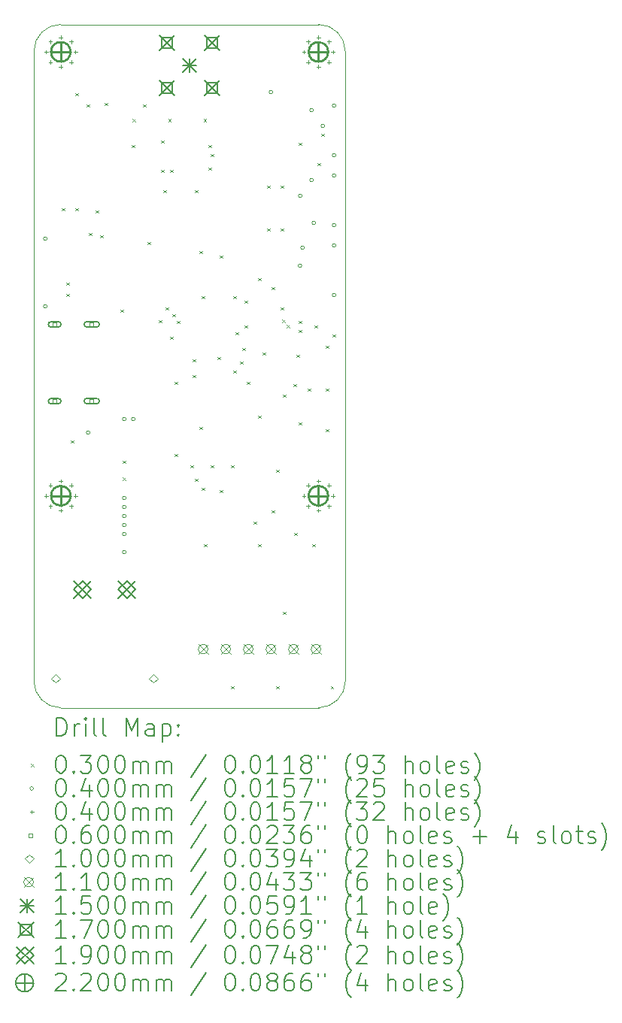
<source format=gbr>
%TF.GenerationSoftware,KiCad,Pcbnew,7.0.5*%
%TF.CreationDate,2023-06-15T17:11:42+02:00*%
%TF.ProjectId,euroc_controller,6575726f-635f-4636-9f6e-74726f6c6c65,rev?*%
%TF.SameCoordinates,Original*%
%TF.FileFunction,Drillmap*%
%TF.FilePolarity,Positive*%
%FSLAX45Y45*%
G04 Gerber Fmt 4.5, Leading zero omitted, Abs format (unit mm)*
G04 Created by KiCad (PCBNEW 7.0.5) date 2023-06-15 17:11:42*
%MOMM*%
%LPD*%
G01*
G04 APERTURE LIST*
%ADD10C,0.100000*%
%ADD11C,0.200000*%
%ADD12C,0.030000*%
%ADD13C,0.040000*%
%ADD14C,0.060000*%
%ADD15C,0.110000*%
%ADD16C,0.150000*%
%ADD17C,0.170000*%
%ADD18C,0.190000*%
%ADD19C,0.220000*%
G04 APERTURE END LIST*
D10*
X16733800Y-4445000D02*
G75*
G03*
X16433800Y-4745000I0J-300000D01*
G01*
X16433800Y-4745000D02*
X16433800Y-11841200D01*
X19939000Y-4745000D02*
G75*
G03*
X19639000Y-4445000I-300000J0D01*
G01*
X19639000Y-4445000D02*
X16733800Y-4445000D01*
X16733800Y-12141200D02*
X19639000Y-12141200D01*
X19639000Y-12141200D02*
G75*
G03*
X19939000Y-11841200I0J300000D01*
G01*
X16433800Y-11841200D02*
G75*
G03*
X16733800Y-12141200I300000J0D01*
G01*
X19939000Y-11841200D02*
X19939000Y-4745000D01*
D11*
D12*
X16749000Y-6512800D02*
X16779000Y-6542800D01*
X16779000Y-6512800D02*
X16749000Y-6542800D01*
X16799800Y-7351000D02*
X16829800Y-7381000D01*
X16829800Y-7351000D02*
X16799800Y-7381000D01*
X16799800Y-7478000D02*
X16829800Y-7508000D01*
X16829800Y-7478000D02*
X16799800Y-7508000D01*
X16850600Y-9129000D02*
X16880600Y-9159000D01*
X16880600Y-9129000D02*
X16850600Y-9159000D01*
X16901400Y-5217400D02*
X16931400Y-5247400D01*
X16931400Y-5217400D02*
X16901400Y-5247400D01*
X16901400Y-6512800D02*
X16931400Y-6542800D01*
X16931400Y-6512800D02*
X16901400Y-6542800D01*
X17028400Y-5344400D02*
X17058400Y-5374400D01*
X17058400Y-5344400D02*
X17028400Y-5374400D01*
X17053800Y-6792200D02*
X17083800Y-6822200D01*
X17083800Y-6792200D02*
X17053800Y-6822200D01*
X17130000Y-6538200D02*
X17160000Y-6568200D01*
X17160000Y-6538200D02*
X17130000Y-6568200D01*
X17180800Y-6817600D02*
X17210800Y-6847600D01*
X17210800Y-6817600D02*
X17180800Y-6847600D01*
X17231600Y-5328150D02*
X17261600Y-5358150D01*
X17261600Y-5328150D02*
X17231600Y-5358150D01*
X17409400Y-7655800D02*
X17439400Y-7685800D01*
X17439400Y-7655800D02*
X17409400Y-7685800D01*
X17434800Y-9357600D02*
X17464800Y-9387600D01*
X17464800Y-9357600D02*
X17434800Y-9387600D01*
X17434800Y-9548100D02*
X17464800Y-9578100D01*
X17464800Y-9548100D02*
X17434800Y-9578100D01*
X17536400Y-5801600D02*
X17566400Y-5831600D01*
X17566400Y-5801600D02*
X17536400Y-5831600D01*
X17546000Y-5509500D02*
X17576000Y-5539500D01*
X17576000Y-5509500D02*
X17546000Y-5539500D01*
X17663400Y-5344400D02*
X17693400Y-5374400D01*
X17693400Y-5344400D02*
X17663400Y-5374400D01*
X17714200Y-6893800D02*
X17744200Y-6923800D01*
X17744200Y-6893800D02*
X17714200Y-6923800D01*
X17841200Y-7773650D02*
X17871200Y-7803650D01*
X17871200Y-7773650D02*
X17841200Y-7803650D01*
X17866600Y-5750800D02*
X17896600Y-5780800D01*
X17896600Y-5750800D02*
X17866600Y-5780800D01*
X17866600Y-6081000D02*
X17896600Y-6111000D01*
X17896600Y-6081000D02*
X17866600Y-6111000D01*
X17892000Y-6309600D02*
X17922000Y-6339600D01*
X17922000Y-6309600D02*
X17892000Y-6339600D01*
X17917400Y-7630400D02*
X17947400Y-7660400D01*
X17947400Y-7630400D02*
X17917400Y-7660400D01*
X17946000Y-5509500D02*
X17976000Y-5539500D01*
X17976000Y-5509500D02*
X17946000Y-5539500D01*
X17968200Y-6081000D02*
X17998200Y-6111000D01*
X17998200Y-6081000D02*
X17968200Y-6111000D01*
X17968200Y-7960600D02*
X17998200Y-7990600D01*
X17998200Y-7960600D02*
X17968200Y-7990600D01*
X17993600Y-7706600D02*
X18023600Y-7736600D01*
X18023600Y-7706600D02*
X17993600Y-7736600D01*
X18019000Y-8468600D02*
X18049000Y-8498600D01*
X18049000Y-8468600D02*
X18019000Y-8498600D01*
X18019000Y-9281400D02*
X18049000Y-9311400D01*
X18049000Y-9281400D02*
X18019000Y-9311400D01*
X18044400Y-7782800D02*
X18074400Y-7812800D01*
X18074400Y-7782800D02*
X18044400Y-7812800D01*
X18196800Y-9408400D02*
X18226800Y-9438400D01*
X18226800Y-9408400D02*
X18196800Y-9438400D01*
X18222200Y-8214600D02*
X18252200Y-8244600D01*
X18252200Y-8214600D02*
X18222200Y-8244600D01*
X18222200Y-8392400D02*
X18252200Y-8422400D01*
X18252200Y-8392400D02*
X18222200Y-8422400D01*
X18247600Y-6309600D02*
X18277600Y-6339600D01*
X18277600Y-6309600D02*
X18247600Y-6339600D01*
X18247600Y-9560800D02*
X18277600Y-9590800D01*
X18277600Y-9560800D02*
X18247600Y-9590800D01*
X18298400Y-6995400D02*
X18328400Y-7025400D01*
X18328400Y-6995400D02*
X18298400Y-7025400D01*
X18298400Y-8976600D02*
X18328400Y-9006600D01*
X18328400Y-8976600D02*
X18298400Y-9006600D01*
X18323800Y-7503400D02*
X18353800Y-7533400D01*
X18353800Y-7503400D02*
X18323800Y-7533400D01*
X18323800Y-9662400D02*
X18353800Y-9692400D01*
X18353800Y-9662400D02*
X18323800Y-9692400D01*
X18346000Y-5509500D02*
X18376000Y-5539500D01*
X18376000Y-5509500D02*
X18346000Y-5539500D01*
X18349200Y-10297400D02*
X18379200Y-10327400D01*
X18379200Y-10297400D02*
X18349200Y-10327400D01*
X18400000Y-5801600D02*
X18430000Y-5831600D01*
X18430000Y-5801600D02*
X18400000Y-5831600D01*
X18400000Y-6055600D02*
X18430000Y-6085600D01*
X18430000Y-6055600D02*
X18400000Y-6085600D01*
X18425400Y-5903200D02*
X18455400Y-5933200D01*
X18455400Y-5903200D02*
X18425400Y-5933200D01*
X18425400Y-9408400D02*
X18455400Y-9438400D01*
X18455400Y-9408400D02*
X18425400Y-9438400D01*
X18501600Y-8189200D02*
X18531600Y-8219200D01*
X18531600Y-8189200D02*
X18501600Y-8219200D01*
X18527000Y-7046200D02*
X18557000Y-7076200D01*
X18557000Y-7046200D02*
X18527000Y-7076200D01*
X18527000Y-9687800D02*
X18557000Y-9717800D01*
X18557000Y-9687800D02*
X18527000Y-9717800D01*
X18654000Y-9408400D02*
X18684000Y-9438400D01*
X18684000Y-9408400D02*
X18654000Y-9438400D01*
X18654000Y-11897600D02*
X18684000Y-11927600D01*
X18684000Y-11897600D02*
X18654000Y-11927600D01*
X18679400Y-7503400D02*
X18709400Y-7533400D01*
X18709400Y-7503400D02*
X18679400Y-7533400D01*
X18679400Y-8341600D02*
X18709400Y-8371600D01*
X18709400Y-8341600D02*
X18679400Y-8371600D01*
X18704800Y-7909800D02*
X18734800Y-7939800D01*
X18734800Y-7909800D02*
X18704800Y-7939800D01*
X18755600Y-8240000D02*
X18785600Y-8270000D01*
X18785600Y-8240000D02*
X18755600Y-8270000D01*
X18781000Y-8087600D02*
X18811000Y-8117600D01*
X18811000Y-8087600D02*
X18781000Y-8117600D01*
X18806400Y-7554200D02*
X18836400Y-7584200D01*
X18836400Y-7554200D02*
X18806400Y-7584200D01*
X18806400Y-7833600D02*
X18836400Y-7863600D01*
X18836400Y-7833600D02*
X18806400Y-7863600D01*
X18831800Y-8468600D02*
X18861800Y-8498600D01*
X18861800Y-8468600D02*
X18831800Y-8498600D01*
X18908000Y-10043400D02*
X18938000Y-10073400D01*
X18938000Y-10043400D02*
X18908000Y-10073400D01*
X18958800Y-7300200D02*
X18988800Y-7330200D01*
X18988800Y-7300200D02*
X18958800Y-7330200D01*
X18958800Y-8849600D02*
X18988800Y-8879600D01*
X18988800Y-8849600D02*
X18958800Y-8879600D01*
X18958800Y-10297400D02*
X18988800Y-10327400D01*
X18988800Y-10297400D02*
X18958800Y-10327400D01*
X19009600Y-8138400D02*
X19039600Y-8168400D01*
X19039600Y-8138400D02*
X19009600Y-8168400D01*
X19060400Y-6258800D02*
X19090400Y-6288800D01*
X19090400Y-6258800D02*
X19060400Y-6288800D01*
X19060400Y-6741400D02*
X19090400Y-6771400D01*
X19090400Y-6741400D02*
X19060400Y-6771400D01*
X19111200Y-7401800D02*
X19141200Y-7431800D01*
X19141200Y-7401800D02*
X19111200Y-7431800D01*
X19111200Y-9916400D02*
X19141200Y-9946400D01*
X19141200Y-9916400D02*
X19111200Y-9946400D01*
X19162000Y-9459200D02*
X19192000Y-9489200D01*
X19192000Y-9459200D02*
X19162000Y-9489200D01*
X19162000Y-11897600D02*
X19192000Y-11927600D01*
X19192000Y-11897600D02*
X19162000Y-11927600D01*
X19212800Y-6258800D02*
X19242800Y-6288800D01*
X19242800Y-6258800D02*
X19212800Y-6288800D01*
X19212800Y-6741400D02*
X19242800Y-6771400D01*
X19242800Y-6741400D02*
X19212800Y-6771400D01*
X19212800Y-7630400D02*
X19242800Y-7660400D01*
X19242800Y-7630400D02*
X19212800Y-7660400D01*
X19227506Y-7771057D02*
X19257506Y-7801057D01*
X19257506Y-7771057D02*
X19227506Y-7801057D01*
X19238200Y-8611850D02*
X19268200Y-8641850D01*
X19268200Y-8611850D02*
X19238200Y-8641850D01*
X19238200Y-11059400D02*
X19268200Y-11089400D01*
X19268200Y-11059400D02*
X19238200Y-11089400D01*
X19281337Y-7830169D02*
X19311337Y-7860169D01*
X19311337Y-7830169D02*
X19281337Y-7860169D01*
X19356050Y-8494013D02*
X19386050Y-8524013D01*
X19386050Y-8494013D02*
X19356050Y-8524013D01*
X19365200Y-10170400D02*
X19395200Y-10200400D01*
X19395200Y-10170400D02*
X19365200Y-10200400D01*
X19390600Y-8163800D02*
X19420600Y-8193800D01*
X19420600Y-8163800D02*
X19390600Y-8193800D01*
X19416000Y-5776200D02*
X19446000Y-5806200D01*
X19446000Y-5776200D02*
X19416000Y-5806200D01*
X19416000Y-7782800D02*
X19446000Y-7812800D01*
X19446000Y-7782800D02*
X19416000Y-7812800D01*
X19416000Y-7884400D02*
X19446000Y-7914400D01*
X19446000Y-7884400D02*
X19416000Y-7914400D01*
X19416000Y-8925800D02*
X19446000Y-8955800D01*
X19446000Y-8925800D02*
X19416000Y-8955800D01*
X19517600Y-8544800D02*
X19547600Y-8574800D01*
X19547600Y-8544800D02*
X19517600Y-8574800D01*
X19568400Y-10297400D02*
X19598400Y-10327400D01*
X19598400Y-10297400D02*
X19568400Y-10327400D01*
X19593800Y-7833600D02*
X19623800Y-7863600D01*
X19623800Y-7833600D02*
X19593800Y-7863600D01*
X19628350Y-6004800D02*
X19658350Y-6034800D01*
X19658350Y-6004800D02*
X19628350Y-6034800D01*
X19670000Y-5674600D02*
X19700000Y-5704600D01*
X19700000Y-5674600D02*
X19670000Y-5704600D01*
X19720800Y-8062200D02*
X19750800Y-8092200D01*
X19750800Y-8062200D02*
X19720800Y-8092200D01*
X19720800Y-8544800D02*
X19750800Y-8574800D01*
X19750800Y-8544800D02*
X19720800Y-8574800D01*
X19720800Y-9002000D02*
X19750800Y-9032000D01*
X19750800Y-9002000D02*
X19720800Y-9032000D01*
X19775350Y-11897600D02*
X19805350Y-11927600D01*
X19805350Y-11897600D02*
X19775350Y-11927600D01*
X19797000Y-7935200D02*
X19827000Y-7965200D01*
X19827000Y-7935200D02*
X19797000Y-7965200D01*
D13*
X16580800Y-6858000D02*
G75*
G03*
X16580800Y-6858000I-20000J0D01*
G01*
X16580800Y-7620000D02*
G75*
G03*
X16580800Y-7620000I-20000J0D01*
G01*
X17063400Y-9042400D02*
G75*
G03*
X17063400Y-9042400I-20000J0D01*
G01*
X17469800Y-8890000D02*
G75*
G03*
X17469800Y-8890000I-20000J0D01*
G01*
X17469800Y-9779000D02*
G75*
G03*
X17469800Y-9779000I-20000J0D01*
G01*
X17469800Y-9880600D02*
G75*
G03*
X17469800Y-9880600I-20000J0D01*
G01*
X17469800Y-9982200D02*
G75*
G03*
X17469800Y-9982200I-20000J0D01*
G01*
X17469800Y-10083800D02*
G75*
G03*
X17469800Y-10083800I-20000J0D01*
G01*
X17469800Y-10185400D02*
G75*
G03*
X17469800Y-10185400I-20000J0D01*
G01*
X17469800Y-10388600D02*
G75*
G03*
X17469800Y-10388600I-20000J0D01*
G01*
X17571400Y-8890000D02*
G75*
G03*
X17571400Y-8890000I-20000J0D01*
G01*
X19120800Y-5207000D02*
G75*
G03*
X19120800Y-5207000I-20000J0D01*
G01*
X19448050Y-7162800D02*
G75*
G03*
X19448050Y-7162800I-20000J0D01*
G01*
X19451000Y-6375400D02*
G75*
G03*
X19451000Y-6375400I-20000J0D01*
G01*
X19476400Y-6959600D02*
G75*
G03*
X19476400Y-6959600I-20000J0D01*
G01*
X19578000Y-5410200D02*
G75*
G03*
X19578000Y-5410200I-20000J0D01*
G01*
X19578000Y-6197600D02*
G75*
G03*
X19578000Y-6197600I-20000J0D01*
G01*
X19603400Y-6680200D02*
G75*
G03*
X19603400Y-6680200I-20000J0D01*
G01*
X19705000Y-5588000D02*
G75*
G03*
X19705000Y-5588000I-20000J0D01*
G01*
X19832000Y-5359400D02*
G75*
G03*
X19832000Y-5359400I-20000J0D01*
G01*
X19832000Y-5918200D02*
G75*
G03*
X19832000Y-5918200I-20000J0D01*
G01*
X19832000Y-6146800D02*
G75*
G03*
X19832000Y-6146800I-20000J0D01*
G01*
X19832000Y-6705600D02*
G75*
G03*
X19832000Y-6705600I-20000J0D01*
G01*
X19832000Y-6934200D02*
G75*
G03*
X19832000Y-6934200I-20000J0D01*
G01*
X19832000Y-7493000D02*
G75*
G03*
X19832000Y-7493000I-20000J0D01*
G01*
X16571400Y-4733600D02*
X16571400Y-4773600D01*
X16551400Y-4753600D02*
X16591400Y-4753600D01*
X16571400Y-9733600D02*
X16571400Y-9773600D01*
X16551400Y-9753600D02*
X16591400Y-9753600D01*
X16619727Y-4616927D02*
X16619727Y-4656927D01*
X16599727Y-4636927D02*
X16639727Y-4636927D01*
X16619727Y-4850273D02*
X16619727Y-4890273D01*
X16599727Y-4870273D02*
X16639727Y-4870273D01*
X16619727Y-9616927D02*
X16619727Y-9656927D01*
X16599727Y-9636927D02*
X16639727Y-9636927D01*
X16619727Y-9850273D02*
X16619727Y-9890273D01*
X16599727Y-9870273D02*
X16639727Y-9870273D01*
X16736400Y-4568600D02*
X16736400Y-4608600D01*
X16716400Y-4588600D02*
X16756400Y-4588600D01*
X16736400Y-4898600D02*
X16736400Y-4938600D01*
X16716400Y-4918600D02*
X16756400Y-4918600D01*
X16736400Y-9568600D02*
X16736400Y-9608600D01*
X16716400Y-9588600D02*
X16756400Y-9588600D01*
X16736400Y-9898600D02*
X16736400Y-9938600D01*
X16716400Y-9918600D02*
X16756400Y-9918600D01*
X16853073Y-4616927D02*
X16853073Y-4656927D01*
X16833073Y-4636927D02*
X16873073Y-4636927D01*
X16853073Y-4850273D02*
X16853073Y-4890273D01*
X16833073Y-4870273D02*
X16873073Y-4870273D01*
X16853073Y-9616927D02*
X16853073Y-9656927D01*
X16833073Y-9636927D02*
X16873073Y-9636927D01*
X16853073Y-9850273D02*
X16853073Y-9890273D01*
X16833073Y-9870273D02*
X16873073Y-9870273D01*
X16901400Y-4733600D02*
X16901400Y-4773600D01*
X16881400Y-4753600D02*
X16921400Y-4753600D01*
X16901400Y-9733600D02*
X16901400Y-9773600D01*
X16881400Y-9753600D02*
X16921400Y-9753600D01*
X19471400Y-4733600D02*
X19471400Y-4773600D01*
X19451400Y-4753600D02*
X19491400Y-4753600D01*
X19471400Y-9733600D02*
X19471400Y-9773600D01*
X19451400Y-9753600D02*
X19491400Y-9753600D01*
X19519727Y-4616927D02*
X19519727Y-4656927D01*
X19499727Y-4636927D02*
X19539727Y-4636927D01*
X19519727Y-4850273D02*
X19519727Y-4890273D01*
X19499727Y-4870273D02*
X19539727Y-4870273D01*
X19519727Y-9616927D02*
X19519727Y-9656927D01*
X19499727Y-9636927D02*
X19539727Y-9636927D01*
X19519727Y-9850273D02*
X19519727Y-9890273D01*
X19499727Y-9870273D02*
X19539727Y-9870273D01*
X19636400Y-4568600D02*
X19636400Y-4608600D01*
X19616400Y-4588600D02*
X19656400Y-4588600D01*
X19636400Y-4898600D02*
X19636400Y-4938600D01*
X19616400Y-4918600D02*
X19656400Y-4918600D01*
X19636400Y-9568600D02*
X19636400Y-9608600D01*
X19616400Y-9588600D02*
X19656400Y-9588600D01*
X19636400Y-9898600D02*
X19636400Y-9938600D01*
X19616400Y-9918600D02*
X19656400Y-9918600D01*
X19753073Y-4616927D02*
X19753073Y-4656927D01*
X19733073Y-4636927D02*
X19773073Y-4636927D01*
X19753073Y-4850273D02*
X19753073Y-4890273D01*
X19733073Y-4870273D02*
X19773073Y-4870273D01*
X19753073Y-9616927D02*
X19753073Y-9656927D01*
X19733073Y-9636927D02*
X19773073Y-9636927D01*
X19753073Y-9850273D02*
X19753073Y-9890273D01*
X19733073Y-9870273D02*
X19773073Y-9870273D01*
X19801400Y-4733600D02*
X19801400Y-4773600D01*
X19781400Y-4753600D02*
X19821400Y-4753600D01*
X19801400Y-9733600D02*
X19801400Y-9773600D01*
X19781400Y-9753600D02*
X19821400Y-9753600D01*
D14*
X16688213Y-7844213D02*
X16688213Y-7801787D01*
X16645787Y-7801787D01*
X16645787Y-7844213D01*
X16688213Y-7844213D01*
D11*
X16627000Y-7853000D02*
X16707000Y-7853000D01*
X16707000Y-7853000D02*
G75*
G03*
X16707000Y-7793000I0J30000D01*
G01*
X16707000Y-7793000D02*
X16627000Y-7793000D01*
X16627000Y-7793000D02*
G75*
G03*
X16627000Y-7853000I0J-30000D01*
G01*
D14*
X16688213Y-8708213D02*
X16688213Y-8665787D01*
X16645787Y-8665787D01*
X16645787Y-8708213D01*
X16688213Y-8708213D01*
D11*
X16627000Y-8717000D02*
X16707000Y-8717000D01*
X16707000Y-8717000D02*
G75*
G03*
X16707000Y-8657000I0J30000D01*
G01*
X16707000Y-8657000D02*
X16627000Y-8657000D01*
X16627000Y-8657000D02*
G75*
G03*
X16627000Y-8717000I0J-30000D01*
G01*
D14*
X17105213Y-7844213D02*
X17105213Y-7801787D01*
X17062787Y-7801787D01*
X17062787Y-7844213D01*
X17105213Y-7844213D01*
D11*
X17029000Y-7853000D02*
X17139000Y-7853000D01*
X17139000Y-7853000D02*
G75*
G03*
X17139000Y-7793000I0J30000D01*
G01*
X17139000Y-7793000D02*
X17029000Y-7793000D01*
X17029000Y-7793000D02*
G75*
G03*
X17029000Y-7853000I0J-30000D01*
G01*
D14*
X17105213Y-8708213D02*
X17105213Y-8665787D01*
X17062787Y-8665787D01*
X17062787Y-8708213D01*
X17105213Y-8708213D01*
D11*
X17029000Y-8717000D02*
X17139000Y-8717000D01*
X17139000Y-8717000D02*
G75*
G03*
X17139000Y-8657000I0J30000D01*
G01*
X17139000Y-8657000D02*
X17029000Y-8657000D01*
X17029000Y-8657000D02*
G75*
G03*
X17029000Y-8717000I0J-30000D01*
G01*
D10*
X16680000Y-11861000D02*
X16730000Y-11811000D01*
X16680000Y-11761000D01*
X16630000Y-11811000D01*
X16680000Y-11861000D01*
X17780000Y-11861000D02*
X17830000Y-11811000D01*
X17780000Y-11761000D01*
X17730000Y-11811000D01*
X17780000Y-11861000D01*
D15*
X18283800Y-11425800D02*
X18393800Y-11535800D01*
X18393800Y-11425800D02*
X18283800Y-11535800D01*
X18393800Y-11480800D02*
G75*
G03*
X18393800Y-11480800I-55000J0D01*
G01*
X18537800Y-11425800D02*
X18647800Y-11535800D01*
X18647800Y-11425800D02*
X18537800Y-11535800D01*
X18647800Y-11480800D02*
G75*
G03*
X18647800Y-11480800I-55000J0D01*
G01*
X18791800Y-11425800D02*
X18901800Y-11535800D01*
X18901800Y-11425800D02*
X18791800Y-11535800D01*
X18901800Y-11480800D02*
G75*
G03*
X18901800Y-11480800I-55000J0D01*
G01*
X19045800Y-11425800D02*
X19155800Y-11535800D01*
X19155800Y-11425800D02*
X19045800Y-11535800D01*
X19155800Y-11480800D02*
G75*
G03*
X19155800Y-11480800I-55000J0D01*
G01*
X19299800Y-11425800D02*
X19409800Y-11535800D01*
X19409800Y-11425800D02*
X19299800Y-11535800D01*
X19409800Y-11480800D02*
G75*
G03*
X19409800Y-11480800I-55000J0D01*
G01*
X19553800Y-11425800D02*
X19663800Y-11535800D01*
X19663800Y-11425800D02*
X19553800Y-11535800D01*
X19663800Y-11480800D02*
G75*
G03*
X19663800Y-11480800I-55000J0D01*
G01*
D16*
X18111400Y-4831200D02*
X18261400Y-4981200D01*
X18261400Y-4831200D02*
X18111400Y-4981200D01*
X18186400Y-4831200D02*
X18186400Y-4981200D01*
X18111400Y-4906200D02*
X18261400Y-4906200D01*
D17*
X17847400Y-4567200D02*
X18017400Y-4737200D01*
X18017400Y-4567200D02*
X17847400Y-4737200D01*
X17992505Y-4712305D02*
X17992505Y-4592095D01*
X17872295Y-4592095D01*
X17872295Y-4712305D01*
X17992505Y-4712305D01*
X17847400Y-5075200D02*
X18017400Y-5245200D01*
X18017400Y-5075200D02*
X17847400Y-5245200D01*
X17992505Y-5220305D02*
X17992505Y-5100095D01*
X17872295Y-5100095D01*
X17872295Y-5220305D01*
X17992505Y-5220305D01*
X18355400Y-4567200D02*
X18525400Y-4737200D01*
X18525400Y-4567200D02*
X18355400Y-4737200D01*
X18500505Y-4712305D02*
X18500505Y-4592095D01*
X18380295Y-4592095D01*
X18380295Y-4712305D01*
X18500505Y-4712305D01*
X18355400Y-5075200D02*
X18525400Y-5245200D01*
X18525400Y-5075200D02*
X18355400Y-5245200D01*
X18500505Y-5220305D02*
X18500505Y-5100095D01*
X18380295Y-5100095D01*
X18380295Y-5220305D01*
X18500505Y-5220305D01*
D18*
X16885000Y-10716000D02*
X17075000Y-10906000D01*
X17075000Y-10716000D02*
X16885000Y-10906000D01*
X16980000Y-10906000D02*
X17075000Y-10811000D01*
X16980000Y-10716000D01*
X16885000Y-10811000D01*
X16980000Y-10906000D01*
X17385000Y-10716000D02*
X17575000Y-10906000D01*
X17575000Y-10716000D02*
X17385000Y-10906000D01*
X17480000Y-10906000D02*
X17575000Y-10811000D01*
X17480000Y-10716000D01*
X17385000Y-10811000D01*
X17480000Y-10906000D01*
D19*
X16736400Y-4643600D02*
X16736400Y-4863600D01*
X16626400Y-4753600D02*
X16846400Y-4753600D01*
X16846400Y-4753600D02*
G75*
G03*
X16846400Y-4753600I-110000J0D01*
G01*
X16736400Y-9643600D02*
X16736400Y-9863600D01*
X16626400Y-9753600D02*
X16846400Y-9753600D01*
X16846400Y-9753600D02*
G75*
G03*
X16846400Y-9753600I-110000J0D01*
G01*
X19636400Y-4643600D02*
X19636400Y-4863600D01*
X19526400Y-4753600D02*
X19746400Y-4753600D01*
X19746400Y-4753600D02*
G75*
G03*
X19746400Y-4753600I-110000J0D01*
G01*
X19636400Y-9643600D02*
X19636400Y-9863600D01*
X19526400Y-9753600D02*
X19746400Y-9753600D01*
X19746400Y-9753600D02*
G75*
G03*
X19746400Y-9753600I-110000J0D01*
G01*
D11*
X16689577Y-12457684D02*
X16689577Y-12257684D01*
X16689577Y-12257684D02*
X16737196Y-12257684D01*
X16737196Y-12257684D02*
X16765767Y-12267208D01*
X16765767Y-12267208D02*
X16784815Y-12286255D01*
X16784815Y-12286255D02*
X16794339Y-12305303D01*
X16794339Y-12305303D02*
X16803863Y-12343398D01*
X16803863Y-12343398D02*
X16803863Y-12371969D01*
X16803863Y-12371969D02*
X16794339Y-12410065D01*
X16794339Y-12410065D02*
X16784815Y-12429112D01*
X16784815Y-12429112D02*
X16765767Y-12448160D01*
X16765767Y-12448160D02*
X16737196Y-12457684D01*
X16737196Y-12457684D02*
X16689577Y-12457684D01*
X16889577Y-12457684D02*
X16889577Y-12324350D01*
X16889577Y-12362446D02*
X16899101Y-12343398D01*
X16899101Y-12343398D02*
X16908624Y-12333874D01*
X16908624Y-12333874D02*
X16927672Y-12324350D01*
X16927672Y-12324350D02*
X16946720Y-12324350D01*
X17013386Y-12457684D02*
X17013386Y-12324350D01*
X17013386Y-12257684D02*
X17003863Y-12267208D01*
X17003863Y-12267208D02*
X17013386Y-12276731D01*
X17013386Y-12276731D02*
X17022910Y-12267208D01*
X17022910Y-12267208D02*
X17013386Y-12257684D01*
X17013386Y-12257684D02*
X17013386Y-12276731D01*
X17137196Y-12457684D02*
X17118148Y-12448160D01*
X17118148Y-12448160D02*
X17108624Y-12429112D01*
X17108624Y-12429112D02*
X17108624Y-12257684D01*
X17241958Y-12457684D02*
X17222910Y-12448160D01*
X17222910Y-12448160D02*
X17213386Y-12429112D01*
X17213386Y-12429112D02*
X17213386Y-12257684D01*
X17470529Y-12457684D02*
X17470529Y-12257684D01*
X17470529Y-12257684D02*
X17537196Y-12400541D01*
X17537196Y-12400541D02*
X17603863Y-12257684D01*
X17603863Y-12257684D02*
X17603863Y-12457684D01*
X17784815Y-12457684D02*
X17784815Y-12352922D01*
X17784815Y-12352922D02*
X17775291Y-12333874D01*
X17775291Y-12333874D02*
X17756244Y-12324350D01*
X17756244Y-12324350D02*
X17718148Y-12324350D01*
X17718148Y-12324350D02*
X17699101Y-12333874D01*
X17784815Y-12448160D02*
X17765767Y-12457684D01*
X17765767Y-12457684D02*
X17718148Y-12457684D01*
X17718148Y-12457684D02*
X17699101Y-12448160D01*
X17699101Y-12448160D02*
X17689577Y-12429112D01*
X17689577Y-12429112D02*
X17689577Y-12410065D01*
X17689577Y-12410065D02*
X17699101Y-12391017D01*
X17699101Y-12391017D02*
X17718148Y-12381493D01*
X17718148Y-12381493D02*
X17765767Y-12381493D01*
X17765767Y-12381493D02*
X17784815Y-12371969D01*
X17880053Y-12324350D02*
X17880053Y-12524350D01*
X17880053Y-12333874D02*
X17899101Y-12324350D01*
X17899101Y-12324350D02*
X17937196Y-12324350D01*
X17937196Y-12324350D02*
X17956244Y-12333874D01*
X17956244Y-12333874D02*
X17965767Y-12343398D01*
X17965767Y-12343398D02*
X17975291Y-12362446D01*
X17975291Y-12362446D02*
X17975291Y-12419588D01*
X17975291Y-12419588D02*
X17965767Y-12438636D01*
X17965767Y-12438636D02*
X17956244Y-12448160D01*
X17956244Y-12448160D02*
X17937196Y-12457684D01*
X17937196Y-12457684D02*
X17899101Y-12457684D01*
X17899101Y-12457684D02*
X17880053Y-12448160D01*
X18061005Y-12438636D02*
X18070529Y-12448160D01*
X18070529Y-12448160D02*
X18061005Y-12457684D01*
X18061005Y-12457684D02*
X18051482Y-12448160D01*
X18051482Y-12448160D02*
X18061005Y-12438636D01*
X18061005Y-12438636D02*
X18061005Y-12457684D01*
X18061005Y-12333874D02*
X18070529Y-12343398D01*
X18070529Y-12343398D02*
X18061005Y-12352922D01*
X18061005Y-12352922D02*
X18051482Y-12343398D01*
X18051482Y-12343398D02*
X18061005Y-12333874D01*
X18061005Y-12333874D02*
X18061005Y-12352922D01*
D12*
X16398800Y-12771200D02*
X16428800Y-12801200D01*
X16428800Y-12771200D02*
X16398800Y-12801200D01*
D11*
X16727672Y-12677684D02*
X16746720Y-12677684D01*
X16746720Y-12677684D02*
X16765767Y-12687208D01*
X16765767Y-12687208D02*
X16775291Y-12696731D01*
X16775291Y-12696731D02*
X16784815Y-12715779D01*
X16784815Y-12715779D02*
X16794339Y-12753874D01*
X16794339Y-12753874D02*
X16794339Y-12801493D01*
X16794339Y-12801493D02*
X16784815Y-12839588D01*
X16784815Y-12839588D02*
X16775291Y-12858636D01*
X16775291Y-12858636D02*
X16765767Y-12868160D01*
X16765767Y-12868160D02*
X16746720Y-12877684D01*
X16746720Y-12877684D02*
X16727672Y-12877684D01*
X16727672Y-12877684D02*
X16708624Y-12868160D01*
X16708624Y-12868160D02*
X16699101Y-12858636D01*
X16699101Y-12858636D02*
X16689577Y-12839588D01*
X16689577Y-12839588D02*
X16680053Y-12801493D01*
X16680053Y-12801493D02*
X16680053Y-12753874D01*
X16680053Y-12753874D02*
X16689577Y-12715779D01*
X16689577Y-12715779D02*
X16699101Y-12696731D01*
X16699101Y-12696731D02*
X16708624Y-12687208D01*
X16708624Y-12687208D02*
X16727672Y-12677684D01*
X16880053Y-12858636D02*
X16889577Y-12868160D01*
X16889577Y-12868160D02*
X16880053Y-12877684D01*
X16880053Y-12877684D02*
X16870529Y-12868160D01*
X16870529Y-12868160D02*
X16880053Y-12858636D01*
X16880053Y-12858636D02*
X16880053Y-12877684D01*
X16956244Y-12677684D02*
X17080053Y-12677684D01*
X17080053Y-12677684D02*
X17013386Y-12753874D01*
X17013386Y-12753874D02*
X17041958Y-12753874D01*
X17041958Y-12753874D02*
X17061005Y-12763398D01*
X17061005Y-12763398D02*
X17070529Y-12772922D01*
X17070529Y-12772922D02*
X17080053Y-12791969D01*
X17080053Y-12791969D02*
X17080053Y-12839588D01*
X17080053Y-12839588D02*
X17070529Y-12858636D01*
X17070529Y-12858636D02*
X17061005Y-12868160D01*
X17061005Y-12868160D02*
X17041958Y-12877684D01*
X17041958Y-12877684D02*
X16984815Y-12877684D01*
X16984815Y-12877684D02*
X16965767Y-12868160D01*
X16965767Y-12868160D02*
X16956244Y-12858636D01*
X17203863Y-12677684D02*
X17222910Y-12677684D01*
X17222910Y-12677684D02*
X17241958Y-12687208D01*
X17241958Y-12687208D02*
X17251482Y-12696731D01*
X17251482Y-12696731D02*
X17261005Y-12715779D01*
X17261005Y-12715779D02*
X17270529Y-12753874D01*
X17270529Y-12753874D02*
X17270529Y-12801493D01*
X17270529Y-12801493D02*
X17261005Y-12839588D01*
X17261005Y-12839588D02*
X17251482Y-12858636D01*
X17251482Y-12858636D02*
X17241958Y-12868160D01*
X17241958Y-12868160D02*
X17222910Y-12877684D01*
X17222910Y-12877684D02*
X17203863Y-12877684D01*
X17203863Y-12877684D02*
X17184815Y-12868160D01*
X17184815Y-12868160D02*
X17175291Y-12858636D01*
X17175291Y-12858636D02*
X17165767Y-12839588D01*
X17165767Y-12839588D02*
X17156244Y-12801493D01*
X17156244Y-12801493D02*
X17156244Y-12753874D01*
X17156244Y-12753874D02*
X17165767Y-12715779D01*
X17165767Y-12715779D02*
X17175291Y-12696731D01*
X17175291Y-12696731D02*
X17184815Y-12687208D01*
X17184815Y-12687208D02*
X17203863Y-12677684D01*
X17394339Y-12677684D02*
X17413386Y-12677684D01*
X17413386Y-12677684D02*
X17432434Y-12687208D01*
X17432434Y-12687208D02*
X17441958Y-12696731D01*
X17441958Y-12696731D02*
X17451482Y-12715779D01*
X17451482Y-12715779D02*
X17461005Y-12753874D01*
X17461005Y-12753874D02*
X17461005Y-12801493D01*
X17461005Y-12801493D02*
X17451482Y-12839588D01*
X17451482Y-12839588D02*
X17441958Y-12858636D01*
X17441958Y-12858636D02*
X17432434Y-12868160D01*
X17432434Y-12868160D02*
X17413386Y-12877684D01*
X17413386Y-12877684D02*
X17394339Y-12877684D01*
X17394339Y-12877684D02*
X17375291Y-12868160D01*
X17375291Y-12868160D02*
X17365767Y-12858636D01*
X17365767Y-12858636D02*
X17356244Y-12839588D01*
X17356244Y-12839588D02*
X17346720Y-12801493D01*
X17346720Y-12801493D02*
X17346720Y-12753874D01*
X17346720Y-12753874D02*
X17356244Y-12715779D01*
X17356244Y-12715779D02*
X17365767Y-12696731D01*
X17365767Y-12696731D02*
X17375291Y-12687208D01*
X17375291Y-12687208D02*
X17394339Y-12677684D01*
X17546720Y-12877684D02*
X17546720Y-12744350D01*
X17546720Y-12763398D02*
X17556244Y-12753874D01*
X17556244Y-12753874D02*
X17575291Y-12744350D01*
X17575291Y-12744350D02*
X17603863Y-12744350D01*
X17603863Y-12744350D02*
X17622910Y-12753874D01*
X17622910Y-12753874D02*
X17632434Y-12772922D01*
X17632434Y-12772922D02*
X17632434Y-12877684D01*
X17632434Y-12772922D02*
X17641958Y-12753874D01*
X17641958Y-12753874D02*
X17661005Y-12744350D01*
X17661005Y-12744350D02*
X17689577Y-12744350D01*
X17689577Y-12744350D02*
X17708625Y-12753874D01*
X17708625Y-12753874D02*
X17718148Y-12772922D01*
X17718148Y-12772922D02*
X17718148Y-12877684D01*
X17813386Y-12877684D02*
X17813386Y-12744350D01*
X17813386Y-12763398D02*
X17822910Y-12753874D01*
X17822910Y-12753874D02*
X17841958Y-12744350D01*
X17841958Y-12744350D02*
X17870529Y-12744350D01*
X17870529Y-12744350D02*
X17889577Y-12753874D01*
X17889577Y-12753874D02*
X17899101Y-12772922D01*
X17899101Y-12772922D02*
X17899101Y-12877684D01*
X17899101Y-12772922D02*
X17908625Y-12753874D01*
X17908625Y-12753874D02*
X17927672Y-12744350D01*
X17927672Y-12744350D02*
X17956244Y-12744350D01*
X17956244Y-12744350D02*
X17975291Y-12753874D01*
X17975291Y-12753874D02*
X17984815Y-12772922D01*
X17984815Y-12772922D02*
X17984815Y-12877684D01*
X18375291Y-12668160D02*
X18203863Y-12925303D01*
X18632434Y-12677684D02*
X18651482Y-12677684D01*
X18651482Y-12677684D02*
X18670529Y-12687208D01*
X18670529Y-12687208D02*
X18680053Y-12696731D01*
X18680053Y-12696731D02*
X18689577Y-12715779D01*
X18689577Y-12715779D02*
X18699101Y-12753874D01*
X18699101Y-12753874D02*
X18699101Y-12801493D01*
X18699101Y-12801493D02*
X18689577Y-12839588D01*
X18689577Y-12839588D02*
X18680053Y-12858636D01*
X18680053Y-12858636D02*
X18670529Y-12868160D01*
X18670529Y-12868160D02*
X18651482Y-12877684D01*
X18651482Y-12877684D02*
X18632434Y-12877684D01*
X18632434Y-12877684D02*
X18613387Y-12868160D01*
X18613387Y-12868160D02*
X18603863Y-12858636D01*
X18603863Y-12858636D02*
X18594339Y-12839588D01*
X18594339Y-12839588D02*
X18584815Y-12801493D01*
X18584815Y-12801493D02*
X18584815Y-12753874D01*
X18584815Y-12753874D02*
X18594339Y-12715779D01*
X18594339Y-12715779D02*
X18603863Y-12696731D01*
X18603863Y-12696731D02*
X18613387Y-12687208D01*
X18613387Y-12687208D02*
X18632434Y-12677684D01*
X18784815Y-12858636D02*
X18794339Y-12868160D01*
X18794339Y-12868160D02*
X18784815Y-12877684D01*
X18784815Y-12877684D02*
X18775291Y-12868160D01*
X18775291Y-12868160D02*
X18784815Y-12858636D01*
X18784815Y-12858636D02*
X18784815Y-12877684D01*
X18918148Y-12677684D02*
X18937196Y-12677684D01*
X18937196Y-12677684D02*
X18956244Y-12687208D01*
X18956244Y-12687208D02*
X18965768Y-12696731D01*
X18965768Y-12696731D02*
X18975291Y-12715779D01*
X18975291Y-12715779D02*
X18984815Y-12753874D01*
X18984815Y-12753874D02*
X18984815Y-12801493D01*
X18984815Y-12801493D02*
X18975291Y-12839588D01*
X18975291Y-12839588D02*
X18965768Y-12858636D01*
X18965768Y-12858636D02*
X18956244Y-12868160D01*
X18956244Y-12868160D02*
X18937196Y-12877684D01*
X18937196Y-12877684D02*
X18918148Y-12877684D01*
X18918148Y-12877684D02*
X18899101Y-12868160D01*
X18899101Y-12868160D02*
X18889577Y-12858636D01*
X18889577Y-12858636D02*
X18880053Y-12839588D01*
X18880053Y-12839588D02*
X18870529Y-12801493D01*
X18870529Y-12801493D02*
X18870529Y-12753874D01*
X18870529Y-12753874D02*
X18880053Y-12715779D01*
X18880053Y-12715779D02*
X18889577Y-12696731D01*
X18889577Y-12696731D02*
X18899101Y-12687208D01*
X18899101Y-12687208D02*
X18918148Y-12677684D01*
X19175291Y-12877684D02*
X19061006Y-12877684D01*
X19118148Y-12877684D02*
X19118148Y-12677684D01*
X19118148Y-12677684D02*
X19099101Y-12706255D01*
X19099101Y-12706255D02*
X19080053Y-12725303D01*
X19080053Y-12725303D02*
X19061006Y-12734827D01*
X19365768Y-12877684D02*
X19251482Y-12877684D01*
X19308625Y-12877684D02*
X19308625Y-12677684D01*
X19308625Y-12677684D02*
X19289577Y-12706255D01*
X19289577Y-12706255D02*
X19270529Y-12725303D01*
X19270529Y-12725303D02*
X19251482Y-12734827D01*
X19480053Y-12763398D02*
X19461006Y-12753874D01*
X19461006Y-12753874D02*
X19451482Y-12744350D01*
X19451482Y-12744350D02*
X19441958Y-12725303D01*
X19441958Y-12725303D02*
X19441958Y-12715779D01*
X19441958Y-12715779D02*
X19451482Y-12696731D01*
X19451482Y-12696731D02*
X19461006Y-12687208D01*
X19461006Y-12687208D02*
X19480053Y-12677684D01*
X19480053Y-12677684D02*
X19518149Y-12677684D01*
X19518149Y-12677684D02*
X19537196Y-12687208D01*
X19537196Y-12687208D02*
X19546720Y-12696731D01*
X19546720Y-12696731D02*
X19556244Y-12715779D01*
X19556244Y-12715779D02*
X19556244Y-12725303D01*
X19556244Y-12725303D02*
X19546720Y-12744350D01*
X19546720Y-12744350D02*
X19537196Y-12753874D01*
X19537196Y-12753874D02*
X19518149Y-12763398D01*
X19518149Y-12763398D02*
X19480053Y-12763398D01*
X19480053Y-12763398D02*
X19461006Y-12772922D01*
X19461006Y-12772922D02*
X19451482Y-12782446D01*
X19451482Y-12782446D02*
X19441958Y-12801493D01*
X19441958Y-12801493D02*
X19441958Y-12839588D01*
X19441958Y-12839588D02*
X19451482Y-12858636D01*
X19451482Y-12858636D02*
X19461006Y-12868160D01*
X19461006Y-12868160D02*
X19480053Y-12877684D01*
X19480053Y-12877684D02*
X19518149Y-12877684D01*
X19518149Y-12877684D02*
X19537196Y-12868160D01*
X19537196Y-12868160D02*
X19546720Y-12858636D01*
X19546720Y-12858636D02*
X19556244Y-12839588D01*
X19556244Y-12839588D02*
X19556244Y-12801493D01*
X19556244Y-12801493D02*
X19546720Y-12782446D01*
X19546720Y-12782446D02*
X19537196Y-12772922D01*
X19537196Y-12772922D02*
X19518149Y-12763398D01*
X19632434Y-12677684D02*
X19632434Y-12715779D01*
X19708625Y-12677684D02*
X19708625Y-12715779D01*
X20003863Y-12953874D02*
X19994339Y-12944350D01*
X19994339Y-12944350D02*
X19975291Y-12915779D01*
X19975291Y-12915779D02*
X19965768Y-12896731D01*
X19965768Y-12896731D02*
X19956244Y-12868160D01*
X19956244Y-12868160D02*
X19946720Y-12820541D01*
X19946720Y-12820541D02*
X19946720Y-12782446D01*
X19946720Y-12782446D02*
X19956244Y-12734827D01*
X19956244Y-12734827D02*
X19965768Y-12706255D01*
X19965768Y-12706255D02*
X19975291Y-12687208D01*
X19975291Y-12687208D02*
X19994339Y-12658636D01*
X19994339Y-12658636D02*
X20003863Y-12649112D01*
X20089577Y-12877684D02*
X20127672Y-12877684D01*
X20127672Y-12877684D02*
X20146720Y-12868160D01*
X20146720Y-12868160D02*
X20156244Y-12858636D01*
X20156244Y-12858636D02*
X20175291Y-12830065D01*
X20175291Y-12830065D02*
X20184815Y-12791969D01*
X20184815Y-12791969D02*
X20184815Y-12715779D01*
X20184815Y-12715779D02*
X20175291Y-12696731D01*
X20175291Y-12696731D02*
X20165768Y-12687208D01*
X20165768Y-12687208D02*
X20146720Y-12677684D01*
X20146720Y-12677684D02*
X20108625Y-12677684D01*
X20108625Y-12677684D02*
X20089577Y-12687208D01*
X20089577Y-12687208D02*
X20080053Y-12696731D01*
X20080053Y-12696731D02*
X20070530Y-12715779D01*
X20070530Y-12715779D02*
X20070530Y-12763398D01*
X20070530Y-12763398D02*
X20080053Y-12782446D01*
X20080053Y-12782446D02*
X20089577Y-12791969D01*
X20089577Y-12791969D02*
X20108625Y-12801493D01*
X20108625Y-12801493D02*
X20146720Y-12801493D01*
X20146720Y-12801493D02*
X20165768Y-12791969D01*
X20165768Y-12791969D02*
X20175291Y-12782446D01*
X20175291Y-12782446D02*
X20184815Y-12763398D01*
X20251482Y-12677684D02*
X20375291Y-12677684D01*
X20375291Y-12677684D02*
X20308625Y-12753874D01*
X20308625Y-12753874D02*
X20337196Y-12753874D01*
X20337196Y-12753874D02*
X20356244Y-12763398D01*
X20356244Y-12763398D02*
X20365768Y-12772922D01*
X20365768Y-12772922D02*
X20375291Y-12791969D01*
X20375291Y-12791969D02*
X20375291Y-12839588D01*
X20375291Y-12839588D02*
X20365768Y-12858636D01*
X20365768Y-12858636D02*
X20356244Y-12868160D01*
X20356244Y-12868160D02*
X20337196Y-12877684D01*
X20337196Y-12877684D02*
X20280053Y-12877684D01*
X20280053Y-12877684D02*
X20261006Y-12868160D01*
X20261006Y-12868160D02*
X20251482Y-12858636D01*
X20613387Y-12877684D02*
X20613387Y-12677684D01*
X20699101Y-12877684D02*
X20699101Y-12772922D01*
X20699101Y-12772922D02*
X20689577Y-12753874D01*
X20689577Y-12753874D02*
X20670530Y-12744350D01*
X20670530Y-12744350D02*
X20641958Y-12744350D01*
X20641958Y-12744350D02*
X20622911Y-12753874D01*
X20622911Y-12753874D02*
X20613387Y-12763398D01*
X20822911Y-12877684D02*
X20803863Y-12868160D01*
X20803863Y-12868160D02*
X20794339Y-12858636D01*
X20794339Y-12858636D02*
X20784815Y-12839588D01*
X20784815Y-12839588D02*
X20784815Y-12782446D01*
X20784815Y-12782446D02*
X20794339Y-12763398D01*
X20794339Y-12763398D02*
X20803863Y-12753874D01*
X20803863Y-12753874D02*
X20822911Y-12744350D01*
X20822911Y-12744350D02*
X20851482Y-12744350D01*
X20851482Y-12744350D02*
X20870530Y-12753874D01*
X20870530Y-12753874D02*
X20880053Y-12763398D01*
X20880053Y-12763398D02*
X20889577Y-12782446D01*
X20889577Y-12782446D02*
X20889577Y-12839588D01*
X20889577Y-12839588D02*
X20880053Y-12858636D01*
X20880053Y-12858636D02*
X20870530Y-12868160D01*
X20870530Y-12868160D02*
X20851482Y-12877684D01*
X20851482Y-12877684D02*
X20822911Y-12877684D01*
X21003863Y-12877684D02*
X20984815Y-12868160D01*
X20984815Y-12868160D02*
X20975292Y-12849112D01*
X20975292Y-12849112D02*
X20975292Y-12677684D01*
X21156244Y-12868160D02*
X21137196Y-12877684D01*
X21137196Y-12877684D02*
X21099101Y-12877684D01*
X21099101Y-12877684D02*
X21080053Y-12868160D01*
X21080053Y-12868160D02*
X21070530Y-12849112D01*
X21070530Y-12849112D02*
X21070530Y-12772922D01*
X21070530Y-12772922D02*
X21080053Y-12753874D01*
X21080053Y-12753874D02*
X21099101Y-12744350D01*
X21099101Y-12744350D02*
X21137196Y-12744350D01*
X21137196Y-12744350D02*
X21156244Y-12753874D01*
X21156244Y-12753874D02*
X21165768Y-12772922D01*
X21165768Y-12772922D02*
X21165768Y-12791969D01*
X21165768Y-12791969D02*
X21070530Y-12811017D01*
X21241958Y-12868160D02*
X21261006Y-12877684D01*
X21261006Y-12877684D02*
X21299101Y-12877684D01*
X21299101Y-12877684D02*
X21318149Y-12868160D01*
X21318149Y-12868160D02*
X21327673Y-12849112D01*
X21327673Y-12849112D02*
X21327673Y-12839588D01*
X21327673Y-12839588D02*
X21318149Y-12820541D01*
X21318149Y-12820541D02*
X21299101Y-12811017D01*
X21299101Y-12811017D02*
X21270530Y-12811017D01*
X21270530Y-12811017D02*
X21251482Y-12801493D01*
X21251482Y-12801493D02*
X21241958Y-12782446D01*
X21241958Y-12782446D02*
X21241958Y-12772922D01*
X21241958Y-12772922D02*
X21251482Y-12753874D01*
X21251482Y-12753874D02*
X21270530Y-12744350D01*
X21270530Y-12744350D02*
X21299101Y-12744350D01*
X21299101Y-12744350D02*
X21318149Y-12753874D01*
X21394339Y-12953874D02*
X21403863Y-12944350D01*
X21403863Y-12944350D02*
X21422911Y-12915779D01*
X21422911Y-12915779D02*
X21432434Y-12896731D01*
X21432434Y-12896731D02*
X21441958Y-12868160D01*
X21441958Y-12868160D02*
X21451482Y-12820541D01*
X21451482Y-12820541D02*
X21451482Y-12782446D01*
X21451482Y-12782446D02*
X21441958Y-12734827D01*
X21441958Y-12734827D02*
X21432434Y-12706255D01*
X21432434Y-12706255D02*
X21422911Y-12687208D01*
X21422911Y-12687208D02*
X21403863Y-12658636D01*
X21403863Y-12658636D02*
X21394339Y-12649112D01*
D13*
X16428800Y-13050200D02*
G75*
G03*
X16428800Y-13050200I-20000J0D01*
G01*
D11*
X16727672Y-12941684D02*
X16746720Y-12941684D01*
X16746720Y-12941684D02*
X16765767Y-12951208D01*
X16765767Y-12951208D02*
X16775291Y-12960731D01*
X16775291Y-12960731D02*
X16784815Y-12979779D01*
X16784815Y-12979779D02*
X16794339Y-13017874D01*
X16794339Y-13017874D02*
X16794339Y-13065493D01*
X16794339Y-13065493D02*
X16784815Y-13103588D01*
X16784815Y-13103588D02*
X16775291Y-13122636D01*
X16775291Y-13122636D02*
X16765767Y-13132160D01*
X16765767Y-13132160D02*
X16746720Y-13141684D01*
X16746720Y-13141684D02*
X16727672Y-13141684D01*
X16727672Y-13141684D02*
X16708624Y-13132160D01*
X16708624Y-13132160D02*
X16699101Y-13122636D01*
X16699101Y-13122636D02*
X16689577Y-13103588D01*
X16689577Y-13103588D02*
X16680053Y-13065493D01*
X16680053Y-13065493D02*
X16680053Y-13017874D01*
X16680053Y-13017874D02*
X16689577Y-12979779D01*
X16689577Y-12979779D02*
X16699101Y-12960731D01*
X16699101Y-12960731D02*
X16708624Y-12951208D01*
X16708624Y-12951208D02*
X16727672Y-12941684D01*
X16880053Y-13122636D02*
X16889577Y-13132160D01*
X16889577Y-13132160D02*
X16880053Y-13141684D01*
X16880053Y-13141684D02*
X16870529Y-13132160D01*
X16870529Y-13132160D02*
X16880053Y-13122636D01*
X16880053Y-13122636D02*
X16880053Y-13141684D01*
X17061005Y-13008350D02*
X17061005Y-13141684D01*
X17013386Y-12932160D02*
X16965767Y-13075017D01*
X16965767Y-13075017D02*
X17089577Y-13075017D01*
X17203863Y-12941684D02*
X17222910Y-12941684D01*
X17222910Y-12941684D02*
X17241958Y-12951208D01*
X17241958Y-12951208D02*
X17251482Y-12960731D01*
X17251482Y-12960731D02*
X17261005Y-12979779D01*
X17261005Y-12979779D02*
X17270529Y-13017874D01*
X17270529Y-13017874D02*
X17270529Y-13065493D01*
X17270529Y-13065493D02*
X17261005Y-13103588D01*
X17261005Y-13103588D02*
X17251482Y-13122636D01*
X17251482Y-13122636D02*
X17241958Y-13132160D01*
X17241958Y-13132160D02*
X17222910Y-13141684D01*
X17222910Y-13141684D02*
X17203863Y-13141684D01*
X17203863Y-13141684D02*
X17184815Y-13132160D01*
X17184815Y-13132160D02*
X17175291Y-13122636D01*
X17175291Y-13122636D02*
X17165767Y-13103588D01*
X17165767Y-13103588D02*
X17156244Y-13065493D01*
X17156244Y-13065493D02*
X17156244Y-13017874D01*
X17156244Y-13017874D02*
X17165767Y-12979779D01*
X17165767Y-12979779D02*
X17175291Y-12960731D01*
X17175291Y-12960731D02*
X17184815Y-12951208D01*
X17184815Y-12951208D02*
X17203863Y-12941684D01*
X17394339Y-12941684D02*
X17413386Y-12941684D01*
X17413386Y-12941684D02*
X17432434Y-12951208D01*
X17432434Y-12951208D02*
X17441958Y-12960731D01*
X17441958Y-12960731D02*
X17451482Y-12979779D01*
X17451482Y-12979779D02*
X17461005Y-13017874D01*
X17461005Y-13017874D02*
X17461005Y-13065493D01*
X17461005Y-13065493D02*
X17451482Y-13103588D01*
X17451482Y-13103588D02*
X17441958Y-13122636D01*
X17441958Y-13122636D02*
X17432434Y-13132160D01*
X17432434Y-13132160D02*
X17413386Y-13141684D01*
X17413386Y-13141684D02*
X17394339Y-13141684D01*
X17394339Y-13141684D02*
X17375291Y-13132160D01*
X17375291Y-13132160D02*
X17365767Y-13122636D01*
X17365767Y-13122636D02*
X17356244Y-13103588D01*
X17356244Y-13103588D02*
X17346720Y-13065493D01*
X17346720Y-13065493D02*
X17346720Y-13017874D01*
X17346720Y-13017874D02*
X17356244Y-12979779D01*
X17356244Y-12979779D02*
X17365767Y-12960731D01*
X17365767Y-12960731D02*
X17375291Y-12951208D01*
X17375291Y-12951208D02*
X17394339Y-12941684D01*
X17546720Y-13141684D02*
X17546720Y-13008350D01*
X17546720Y-13027398D02*
X17556244Y-13017874D01*
X17556244Y-13017874D02*
X17575291Y-13008350D01*
X17575291Y-13008350D02*
X17603863Y-13008350D01*
X17603863Y-13008350D02*
X17622910Y-13017874D01*
X17622910Y-13017874D02*
X17632434Y-13036922D01*
X17632434Y-13036922D02*
X17632434Y-13141684D01*
X17632434Y-13036922D02*
X17641958Y-13017874D01*
X17641958Y-13017874D02*
X17661005Y-13008350D01*
X17661005Y-13008350D02*
X17689577Y-13008350D01*
X17689577Y-13008350D02*
X17708625Y-13017874D01*
X17708625Y-13017874D02*
X17718148Y-13036922D01*
X17718148Y-13036922D02*
X17718148Y-13141684D01*
X17813386Y-13141684D02*
X17813386Y-13008350D01*
X17813386Y-13027398D02*
X17822910Y-13017874D01*
X17822910Y-13017874D02*
X17841958Y-13008350D01*
X17841958Y-13008350D02*
X17870529Y-13008350D01*
X17870529Y-13008350D02*
X17889577Y-13017874D01*
X17889577Y-13017874D02*
X17899101Y-13036922D01*
X17899101Y-13036922D02*
X17899101Y-13141684D01*
X17899101Y-13036922D02*
X17908625Y-13017874D01*
X17908625Y-13017874D02*
X17927672Y-13008350D01*
X17927672Y-13008350D02*
X17956244Y-13008350D01*
X17956244Y-13008350D02*
X17975291Y-13017874D01*
X17975291Y-13017874D02*
X17984815Y-13036922D01*
X17984815Y-13036922D02*
X17984815Y-13141684D01*
X18375291Y-12932160D02*
X18203863Y-13189303D01*
X18632434Y-12941684D02*
X18651482Y-12941684D01*
X18651482Y-12941684D02*
X18670529Y-12951208D01*
X18670529Y-12951208D02*
X18680053Y-12960731D01*
X18680053Y-12960731D02*
X18689577Y-12979779D01*
X18689577Y-12979779D02*
X18699101Y-13017874D01*
X18699101Y-13017874D02*
X18699101Y-13065493D01*
X18699101Y-13065493D02*
X18689577Y-13103588D01*
X18689577Y-13103588D02*
X18680053Y-13122636D01*
X18680053Y-13122636D02*
X18670529Y-13132160D01*
X18670529Y-13132160D02*
X18651482Y-13141684D01*
X18651482Y-13141684D02*
X18632434Y-13141684D01*
X18632434Y-13141684D02*
X18613387Y-13132160D01*
X18613387Y-13132160D02*
X18603863Y-13122636D01*
X18603863Y-13122636D02*
X18594339Y-13103588D01*
X18594339Y-13103588D02*
X18584815Y-13065493D01*
X18584815Y-13065493D02*
X18584815Y-13017874D01*
X18584815Y-13017874D02*
X18594339Y-12979779D01*
X18594339Y-12979779D02*
X18603863Y-12960731D01*
X18603863Y-12960731D02*
X18613387Y-12951208D01*
X18613387Y-12951208D02*
X18632434Y-12941684D01*
X18784815Y-13122636D02*
X18794339Y-13132160D01*
X18794339Y-13132160D02*
X18784815Y-13141684D01*
X18784815Y-13141684D02*
X18775291Y-13132160D01*
X18775291Y-13132160D02*
X18784815Y-13122636D01*
X18784815Y-13122636D02*
X18784815Y-13141684D01*
X18918148Y-12941684D02*
X18937196Y-12941684D01*
X18937196Y-12941684D02*
X18956244Y-12951208D01*
X18956244Y-12951208D02*
X18965768Y-12960731D01*
X18965768Y-12960731D02*
X18975291Y-12979779D01*
X18975291Y-12979779D02*
X18984815Y-13017874D01*
X18984815Y-13017874D02*
X18984815Y-13065493D01*
X18984815Y-13065493D02*
X18975291Y-13103588D01*
X18975291Y-13103588D02*
X18965768Y-13122636D01*
X18965768Y-13122636D02*
X18956244Y-13132160D01*
X18956244Y-13132160D02*
X18937196Y-13141684D01*
X18937196Y-13141684D02*
X18918148Y-13141684D01*
X18918148Y-13141684D02*
X18899101Y-13132160D01*
X18899101Y-13132160D02*
X18889577Y-13122636D01*
X18889577Y-13122636D02*
X18880053Y-13103588D01*
X18880053Y-13103588D02*
X18870529Y-13065493D01*
X18870529Y-13065493D02*
X18870529Y-13017874D01*
X18870529Y-13017874D02*
X18880053Y-12979779D01*
X18880053Y-12979779D02*
X18889577Y-12960731D01*
X18889577Y-12960731D02*
X18899101Y-12951208D01*
X18899101Y-12951208D02*
X18918148Y-12941684D01*
X19175291Y-13141684D02*
X19061006Y-13141684D01*
X19118148Y-13141684D02*
X19118148Y-12941684D01*
X19118148Y-12941684D02*
X19099101Y-12970255D01*
X19099101Y-12970255D02*
X19080053Y-12989303D01*
X19080053Y-12989303D02*
X19061006Y-12998827D01*
X19356244Y-12941684D02*
X19261006Y-12941684D01*
X19261006Y-12941684D02*
X19251482Y-13036922D01*
X19251482Y-13036922D02*
X19261006Y-13027398D01*
X19261006Y-13027398D02*
X19280053Y-13017874D01*
X19280053Y-13017874D02*
X19327672Y-13017874D01*
X19327672Y-13017874D02*
X19346720Y-13027398D01*
X19346720Y-13027398D02*
X19356244Y-13036922D01*
X19356244Y-13036922D02*
X19365768Y-13055969D01*
X19365768Y-13055969D02*
X19365768Y-13103588D01*
X19365768Y-13103588D02*
X19356244Y-13122636D01*
X19356244Y-13122636D02*
X19346720Y-13132160D01*
X19346720Y-13132160D02*
X19327672Y-13141684D01*
X19327672Y-13141684D02*
X19280053Y-13141684D01*
X19280053Y-13141684D02*
X19261006Y-13132160D01*
X19261006Y-13132160D02*
X19251482Y-13122636D01*
X19432434Y-12941684D02*
X19565768Y-12941684D01*
X19565768Y-12941684D02*
X19480053Y-13141684D01*
X19632434Y-12941684D02*
X19632434Y-12979779D01*
X19708625Y-12941684D02*
X19708625Y-12979779D01*
X20003863Y-13217874D02*
X19994339Y-13208350D01*
X19994339Y-13208350D02*
X19975291Y-13179779D01*
X19975291Y-13179779D02*
X19965768Y-13160731D01*
X19965768Y-13160731D02*
X19956244Y-13132160D01*
X19956244Y-13132160D02*
X19946720Y-13084541D01*
X19946720Y-13084541D02*
X19946720Y-13046446D01*
X19946720Y-13046446D02*
X19956244Y-12998827D01*
X19956244Y-12998827D02*
X19965768Y-12970255D01*
X19965768Y-12970255D02*
X19975291Y-12951208D01*
X19975291Y-12951208D02*
X19994339Y-12922636D01*
X19994339Y-12922636D02*
X20003863Y-12913112D01*
X20070530Y-12960731D02*
X20080053Y-12951208D01*
X20080053Y-12951208D02*
X20099101Y-12941684D01*
X20099101Y-12941684D02*
X20146720Y-12941684D01*
X20146720Y-12941684D02*
X20165768Y-12951208D01*
X20165768Y-12951208D02*
X20175291Y-12960731D01*
X20175291Y-12960731D02*
X20184815Y-12979779D01*
X20184815Y-12979779D02*
X20184815Y-12998827D01*
X20184815Y-12998827D02*
X20175291Y-13027398D01*
X20175291Y-13027398D02*
X20061006Y-13141684D01*
X20061006Y-13141684D02*
X20184815Y-13141684D01*
X20365768Y-12941684D02*
X20270530Y-12941684D01*
X20270530Y-12941684D02*
X20261006Y-13036922D01*
X20261006Y-13036922D02*
X20270530Y-13027398D01*
X20270530Y-13027398D02*
X20289577Y-13017874D01*
X20289577Y-13017874D02*
X20337196Y-13017874D01*
X20337196Y-13017874D02*
X20356244Y-13027398D01*
X20356244Y-13027398D02*
X20365768Y-13036922D01*
X20365768Y-13036922D02*
X20375291Y-13055969D01*
X20375291Y-13055969D02*
X20375291Y-13103588D01*
X20375291Y-13103588D02*
X20365768Y-13122636D01*
X20365768Y-13122636D02*
X20356244Y-13132160D01*
X20356244Y-13132160D02*
X20337196Y-13141684D01*
X20337196Y-13141684D02*
X20289577Y-13141684D01*
X20289577Y-13141684D02*
X20270530Y-13132160D01*
X20270530Y-13132160D02*
X20261006Y-13122636D01*
X20613387Y-13141684D02*
X20613387Y-12941684D01*
X20699101Y-13141684D02*
X20699101Y-13036922D01*
X20699101Y-13036922D02*
X20689577Y-13017874D01*
X20689577Y-13017874D02*
X20670530Y-13008350D01*
X20670530Y-13008350D02*
X20641958Y-13008350D01*
X20641958Y-13008350D02*
X20622911Y-13017874D01*
X20622911Y-13017874D02*
X20613387Y-13027398D01*
X20822911Y-13141684D02*
X20803863Y-13132160D01*
X20803863Y-13132160D02*
X20794339Y-13122636D01*
X20794339Y-13122636D02*
X20784815Y-13103588D01*
X20784815Y-13103588D02*
X20784815Y-13046446D01*
X20784815Y-13046446D02*
X20794339Y-13027398D01*
X20794339Y-13027398D02*
X20803863Y-13017874D01*
X20803863Y-13017874D02*
X20822911Y-13008350D01*
X20822911Y-13008350D02*
X20851482Y-13008350D01*
X20851482Y-13008350D02*
X20870530Y-13017874D01*
X20870530Y-13017874D02*
X20880053Y-13027398D01*
X20880053Y-13027398D02*
X20889577Y-13046446D01*
X20889577Y-13046446D02*
X20889577Y-13103588D01*
X20889577Y-13103588D02*
X20880053Y-13122636D01*
X20880053Y-13122636D02*
X20870530Y-13132160D01*
X20870530Y-13132160D02*
X20851482Y-13141684D01*
X20851482Y-13141684D02*
X20822911Y-13141684D01*
X21003863Y-13141684D02*
X20984815Y-13132160D01*
X20984815Y-13132160D02*
X20975292Y-13113112D01*
X20975292Y-13113112D02*
X20975292Y-12941684D01*
X21156244Y-13132160D02*
X21137196Y-13141684D01*
X21137196Y-13141684D02*
X21099101Y-13141684D01*
X21099101Y-13141684D02*
X21080053Y-13132160D01*
X21080053Y-13132160D02*
X21070530Y-13113112D01*
X21070530Y-13113112D02*
X21070530Y-13036922D01*
X21070530Y-13036922D02*
X21080053Y-13017874D01*
X21080053Y-13017874D02*
X21099101Y-13008350D01*
X21099101Y-13008350D02*
X21137196Y-13008350D01*
X21137196Y-13008350D02*
X21156244Y-13017874D01*
X21156244Y-13017874D02*
X21165768Y-13036922D01*
X21165768Y-13036922D02*
X21165768Y-13055969D01*
X21165768Y-13055969D02*
X21070530Y-13075017D01*
X21241958Y-13132160D02*
X21261006Y-13141684D01*
X21261006Y-13141684D02*
X21299101Y-13141684D01*
X21299101Y-13141684D02*
X21318149Y-13132160D01*
X21318149Y-13132160D02*
X21327673Y-13113112D01*
X21327673Y-13113112D02*
X21327673Y-13103588D01*
X21327673Y-13103588D02*
X21318149Y-13084541D01*
X21318149Y-13084541D02*
X21299101Y-13075017D01*
X21299101Y-13075017D02*
X21270530Y-13075017D01*
X21270530Y-13075017D02*
X21251482Y-13065493D01*
X21251482Y-13065493D02*
X21241958Y-13046446D01*
X21241958Y-13046446D02*
X21241958Y-13036922D01*
X21241958Y-13036922D02*
X21251482Y-13017874D01*
X21251482Y-13017874D02*
X21270530Y-13008350D01*
X21270530Y-13008350D02*
X21299101Y-13008350D01*
X21299101Y-13008350D02*
X21318149Y-13017874D01*
X21394339Y-13217874D02*
X21403863Y-13208350D01*
X21403863Y-13208350D02*
X21422911Y-13179779D01*
X21422911Y-13179779D02*
X21432434Y-13160731D01*
X21432434Y-13160731D02*
X21441958Y-13132160D01*
X21441958Y-13132160D02*
X21451482Y-13084541D01*
X21451482Y-13084541D02*
X21451482Y-13046446D01*
X21451482Y-13046446D02*
X21441958Y-12998827D01*
X21441958Y-12998827D02*
X21432434Y-12970255D01*
X21432434Y-12970255D02*
X21422911Y-12951208D01*
X21422911Y-12951208D02*
X21403863Y-12922636D01*
X21403863Y-12922636D02*
X21394339Y-12913112D01*
D13*
X16408800Y-13294200D02*
X16408800Y-13334200D01*
X16388800Y-13314200D02*
X16428800Y-13314200D01*
D11*
X16727672Y-13205684D02*
X16746720Y-13205684D01*
X16746720Y-13205684D02*
X16765767Y-13215208D01*
X16765767Y-13215208D02*
X16775291Y-13224731D01*
X16775291Y-13224731D02*
X16784815Y-13243779D01*
X16784815Y-13243779D02*
X16794339Y-13281874D01*
X16794339Y-13281874D02*
X16794339Y-13329493D01*
X16794339Y-13329493D02*
X16784815Y-13367588D01*
X16784815Y-13367588D02*
X16775291Y-13386636D01*
X16775291Y-13386636D02*
X16765767Y-13396160D01*
X16765767Y-13396160D02*
X16746720Y-13405684D01*
X16746720Y-13405684D02*
X16727672Y-13405684D01*
X16727672Y-13405684D02*
X16708624Y-13396160D01*
X16708624Y-13396160D02*
X16699101Y-13386636D01*
X16699101Y-13386636D02*
X16689577Y-13367588D01*
X16689577Y-13367588D02*
X16680053Y-13329493D01*
X16680053Y-13329493D02*
X16680053Y-13281874D01*
X16680053Y-13281874D02*
X16689577Y-13243779D01*
X16689577Y-13243779D02*
X16699101Y-13224731D01*
X16699101Y-13224731D02*
X16708624Y-13215208D01*
X16708624Y-13215208D02*
X16727672Y-13205684D01*
X16880053Y-13386636D02*
X16889577Y-13396160D01*
X16889577Y-13396160D02*
X16880053Y-13405684D01*
X16880053Y-13405684D02*
X16870529Y-13396160D01*
X16870529Y-13396160D02*
X16880053Y-13386636D01*
X16880053Y-13386636D02*
X16880053Y-13405684D01*
X17061005Y-13272350D02*
X17061005Y-13405684D01*
X17013386Y-13196160D02*
X16965767Y-13339017D01*
X16965767Y-13339017D02*
X17089577Y-13339017D01*
X17203863Y-13205684D02*
X17222910Y-13205684D01*
X17222910Y-13205684D02*
X17241958Y-13215208D01*
X17241958Y-13215208D02*
X17251482Y-13224731D01*
X17251482Y-13224731D02*
X17261005Y-13243779D01*
X17261005Y-13243779D02*
X17270529Y-13281874D01*
X17270529Y-13281874D02*
X17270529Y-13329493D01*
X17270529Y-13329493D02*
X17261005Y-13367588D01*
X17261005Y-13367588D02*
X17251482Y-13386636D01*
X17251482Y-13386636D02*
X17241958Y-13396160D01*
X17241958Y-13396160D02*
X17222910Y-13405684D01*
X17222910Y-13405684D02*
X17203863Y-13405684D01*
X17203863Y-13405684D02*
X17184815Y-13396160D01*
X17184815Y-13396160D02*
X17175291Y-13386636D01*
X17175291Y-13386636D02*
X17165767Y-13367588D01*
X17165767Y-13367588D02*
X17156244Y-13329493D01*
X17156244Y-13329493D02*
X17156244Y-13281874D01*
X17156244Y-13281874D02*
X17165767Y-13243779D01*
X17165767Y-13243779D02*
X17175291Y-13224731D01*
X17175291Y-13224731D02*
X17184815Y-13215208D01*
X17184815Y-13215208D02*
X17203863Y-13205684D01*
X17394339Y-13205684D02*
X17413386Y-13205684D01*
X17413386Y-13205684D02*
X17432434Y-13215208D01*
X17432434Y-13215208D02*
X17441958Y-13224731D01*
X17441958Y-13224731D02*
X17451482Y-13243779D01*
X17451482Y-13243779D02*
X17461005Y-13281874D01*
X17461005Y-13281874D02*
X17461005Y-13329493D01*
X17461005Y-13329493D02*
X17451482Y-13367588D01*
X17451482Y-13367588D02*
X17441958Y-13386636D01*
X17441958Y-13386636D02*
X17432434Y-13396160D01*
X17432434Y-13396160D02*
X17413386Y-13405684D01*
X17413386Y-13405684D02*
X17394339Y-13405684D01*
X17394339Y-13405684D02*
X17375291Y-13396160D01*
X17375291Y-13396160D02*
X17365767Y-13386636D01*
X17365767Y-13386636D02*
X17356244Y-13367588D01*
X17356244Y-13367588D02*
X17346720Y-13329493D01*
X17346720Y-13329493D02*
X17346720Y-13281874D01*
X17346720Y-13281874D02*
X17356244Y-13243779D01*
X17356244Y-13243779D02*
X17365767Y-13224731D01*
X17365767Y-13224731D02*
X17375291Y-13215208D01*
X17375291Y-13215208D02*
X17394339Y-13205684D01*
X17546720Y-13405684D02*
X17546720Y-13272350D01*
X17546720Y-13291398D02*
X17556244Y-13281874D01*
X17556244Y-13281874D02*
X17575291Y-13272350D01*
X17575291Y-13272350D02*
X17603863Y-13272350D01*
X17603863Y-13272350D02*
X17622910Y-13281874D01*
X17622910Y-13281874D02*
X17632434Y-13300922D01*
X17632434Y-13300922D02*
X17632434Y-13405684D01*
X17632434Y-13300922D02*
X17641958Y-13281874D01*
X17641958Y-13281874D02*
X17661005Y-13272350D01*
X17661005Y-13272350D02*
X17689577Y-13272350D01*
X17689577Y-13272350D02*
X17708625Y-13281874D01*
X17708625Y-13281874D02*
X17718148Y-13300922D01*
X17718148Y-13300922D02*
X17718148Y-13405684D01*
X17813386Y-13405684D02*
X17813386Y-13272350D01*
X17813386Y-13291398D02*
X17822910Y-13281874D01*
X17822910Y-13281874D02*
X17841958Y-13272350D01*
X17841958Y-13272350D02*
X17870529Y-13272350D01*
X17870529Y-13272350D02*
X17889577Y-13281874D01*
X17889577Y-13281874D02*
X17899101Y-13300922D01*
X17899101Y-13300922D02*
X17899101Y-13405684D01*
X17899101Y-13300922D02*
X17908625Y-13281874D01*
X17908625Y-13281874D02*
X17927672Y-13272350D01*
X17927672Y-13272350D02*
X17956244Y-13272350D01*
X17956244Y-13272350D02*
X17975291Y-13281874D01*
X17975291Y-13281874D02*
X17984815Y-13300922D01*
X17984815Y-13300922D02*
X17984815Y-13405684D01*
X18375291Y-13196160D02*
X18203863Y-13453303D01*
X18632434Y-13205684D02*
X18651482Y-13205684D01*
X18651482Y-13205684D02*
X18670529Y-13215208D01*
X18670529Y-13215208D02*
X18680053Y-13224731D01*
X18680053Y-13224731D02*
X18689577Y-13243779D01*
X18689577Y-13243779D02*
X18699101Y-13281874D01*
X18699101Y-13281874D02*
X18699101Y-13329493D01*
X18699101Y-13329493D02*
X18689577Y-13367588D01*
X18689577Y-13367588D02*
X18680053Y-13386636D01*
X18680053Y-13386636D02*
X18670529Y-13396160D01*
X18670529Y-13396160D02*
X18651482Y-13405684D01*
X18651482Y-13405684D02*
X18632434Y-13405684D01*
X18632434Y-13405684D02*
X18613387Y-13396160D01*
X18613387Y-13396160D02*
X18603863Y-13386636D01*
X18603863Y-13386636D02*
X18594339Y-13367588D01*
X18594339Y-13367588D02*
X18584815Y-13329493D01*
X18584815Y-13329493D02*
X18584815Y-13281874D01*
X18584815Y-13281874D02*
X18594339Y-13243779D01*
X18594339Y-13243779D02*
X18603863Y-13224731D01*
X18603863Y-13224731D02*
X18613387Y-13215208D01*
X18613387Y-13215208D02*
X18632434Y-13205684D01*
X18784815Y-13386636D02*
X18794339Y-13396160D01*
X18794339Y-13396160D02*
X18784815Y-13405684D01*
X18784815Y-13405684D02*
X18775291Y-13396160D01*
X18775291Y-13396160D02*
X18784815Y-13386636D01*
X18784815Y-13386636D02*
X18784815Y-13405684D01*
X18918148Y-13205684D02*
X18937196Y-13205684D01*
X18937196Y-13205684D02*
X18956244Y-13215208D01*
X18956244Y-13215208D02*
X18965768Y-13224731D01*
X18965768Y-13224731D02*
X18975291Y-13243779D01*
X18975291Y-13243779D02*
X18984815Y-13281874D01*
X18984815Y-13281874D02*
X18984815Y-13329493D01*
X18984815Y-13329493D02*
X18975291Y-13367588D01*
X18975291Y-13367588D02*
X18965768Y-13386636D01*
X18965768Y-13386636D02*
X18956244Y-13396160D01*
X18956244Y-13396160D02*
X18937196Y-13405684D01*
X18937196Y-13405684D02*
X18918148Y-13405684D01*
X18918148Y-13405684D02*
X18899101Y-13396160D01*
X18899101Y-13396160D02*
X18889577Y-13386636D01*
X18889577Y-13386636D02*
X18880053Y-13367588D01*
X18880053Y-13367588D02*
X18870529Y-13329493D01*
X18870529Y-13329493D02*
X18870529Y-13281874D01*
X18870529Y-13281874D02*
X18880053Y-13243779D01*
X18880053Y-13243779D02*
X18889577Y-13224731D01*
X18889577Y-13224731D02*
X18899101Y-13215208D01*
X18899101Y-13215208D02*
X18918148Y-13205684D01*
X19175291Y-13405684D02*
X19061006Y-13405684D01*
X19118148Y-13405684D02*
X19118148Y-13205684D01*
X19118148Y-13205684D02*
X19099101Y-13234255D01*
X19099101Y-13234255D02*
X19080053Y-13253303D01*
X19080053Y-13253303D02*
X19061006Y-13262827D01*
X19356244Y-13205684D02*
X19261006Y-13205684D01*
X19261006Y-13205684D02*
X19251482Y-13300922D01*
X19251482Y-13300922D02*
X19261006Y-13291398D01*
X19261006Y-13291398D02*
X19280053Y-13281874D01*
X19280053Y-13281874D02*
X19327672Y-13281874D01*
X19327672Y-13281874D02*
X19346720Y-13291398D01*
X19346720Y-13291398D02*
X19356244Y-13300922D01*
X19356244Y-13300922D02*
X19365768Y-13319969D01*
X19365768Y-13319969D02*
X19365768Y-13367588D01*
X19365768Y-13367588D02*
X19356244Y-13386636D01*
X19356244Y-13386636D02*
X19346720Y-13396160D01*
X19346720Y-13396160D02*
X19327672Y-13405684D01*
X19327672Y-13405684D02*
X19280053Y-13405684D01*
X19280053Y-13405684D02*
X19261006Y-13396160D01*
X19261006Y-13396160D02*
X19251482Y-13386636D01*
X19432434Y-13205684D02*
X19565768Y-13205684D01*
X19565768Y-13205684D02*
X19480053Y-13405684D01*
X19632434Y-13205684D02*
X19632434Y-13243779D01*
X19708625Y-13205684D02*
X19708625Y-13243779D01*
X20003863Y-13481874D02*
X19994339Y-13472350D01*
X19994339Y-13472350D02*
X19975291Y-13443779D01*
X19975291Y-13443779D02*
X19965768Y-13424731D01*
X19965768Y-13424731D02*
X19956244Y-13396160D01*
X19956244Y-13396160D02*
X19946720Y-13348541D01*
X19946720Y-13348541D02*
X19946720Y-13310446D01*
X19946720Y-13310446D02*
X19956244Y-13262827D01*
X19956244Y-13262827D02*
X19965768Y-13234255D01*
X19965768Y-13234255D02*
X19975291Y-13215208D01*
X19975291Y-13215208D02*
X19994339Y-13186636D01*
X19994339Y-13186636D02*
X20003863Y-13177112D01*
X20061006Y-13205684D02*
X20184815Y-13205684D01*
X20184815Y-13205684D02*
X20118149Y-13281874D01*
X20118149Y-13281874D02*
X20146720Y-13281874D01*
X20146720Y-13281874D02*
X20165768Y-13291398D01*
X20165768Y-13291398D02*
X20175291Y-13300922D01*
X20175291Y-13300922D02*
X20184815Y-13319969D01*
X20184815Y-13319969D02*
X20184815Y-13367588D01*
X20184815Y-13367588D02*
X20175291Y-13386636D01*
X20175291Y-13386636D02*
X20165768Y-13396160D01*
X20165768Y-13396160D02*
X20146720Y-13405684D01*
X20146720Y-13405684D02*
X20089577Y-13405684D01*
X20089577Y-13405684D02*
X20070530Y-13396160D01*
X20070530Y-13396160D02*
X20061006Y-13386636D01*
X20261006Y-13224731D02*
X20270530Y-13215208D01*
X20270530Y-13215208D02*
X20289577Y-13205684D01*
X20289577Y-13205684D02*
X20337196Y-13205684D01*
X20337196Y-13205684D02*
X20356244Y-13215208D01*
X20356244Y-13215208D02*
X20365768Y-13224731D01*
X20365768Y-13224731D02*
X20375291Y-13243779D01*
X20375291Y-13243779D02*
X20375291Y-13262827D01*
X20375291Y-13262827D02*
X20365768Y-13291398D01*
X20365768Y-13291398D02*
X20251482Y-13405684D01*
X20251482Y-13405684D02*
X20375291Y-13405684D01*
X20613387Y-13405684D02*
X20613387Y-13205684D01*
X20699101Y-13405684D02*
X20699101Y-13300922D01*
X20699101Y-13300922D02*
X20689577Y-13281874D01*
X20689577Y-13281874D02*
X20670530Y-13272350D01*
X20670530Y-13272350D02*
X20641958Y-13272350D01*
X20641958Y-13272350D02*
X20622911Y-13281874D01*
X20622911Y-13281874D02*
X20613387Y-13291398D01*
X20822911Y-13405684D02*
X20803863Y-13396160D01*
X20803863Y-13396160D02*
X20794339Y-13386636D01*
X20794339Y-13386636D02*
X20784815Y-13367588D01*
X20784815Y-13367588D02*
X20784815Y-13310446D01*
X20784815Y-13310446D02*
X20794339Y-13291398D01*
X20794339Y-13291398D02*
X20803863Y-13281874D01*
X20803863Y-13281874D02*
X20822911Y-13272350D01*
X20822911Y-13272350D02*
X20851482Y-13272350D01*
X20851482Y-13272350D02*
X20870530Y-13281874D01*
X20870530Y-13281874D02*
X20880053Y-13291398D01*
X20880053Y-13291398D02*
X20889577Y-13310446D01*
X20889577Y-13310446D02*
X20889577Y-13367588D01*
X20889577Y-13367588D02*
X20880053Y-13386636D01*
X20880053Y-13386636D02*
X20870530Y-13396160D01*
X20870530Y-13396160D02*
X20851482Y-13405684D01*
X20851482Y-13405684D02*
X20822911Y-13405684D01*
X21003863Y-13405684D02*
X20984815Y-13396160D01*
X20984815Y-13396160D02*
X20975292Y-13377112D01*
X20975292Y-13377112D02*
X20975292Y-13205684D01*
X21156244Y-13396160D02*
X21137196Y-13405684D01*
X21137196Y-13405684D02*
X21099101Y-13405684D01*
X21099101Y-13405684D02*
X21080053Y-13396160D01*
X21080053Y-13396160D02*
X21070530Y-13377112D01*
X21070530Y-13377112D02*
X21070530Y-13300922D01*
X21070530Y-13300922D02*
X21080053Y-13281874D01*
X21080053Y-13281874D02*
X21099101Y-13272350D01*
X21099101Y-13272350D02*
X21137196Y-13272350D01*
X21137196Y-13272350D02*
X21156244Y-13281874D01*
X21156244Y-13281874D02*
X21165768Y-13300922D01*
X21165768Y-13300922D02*
X21165768Y-13319969D01*
X21165768Y-13319969D02*
X21070530Y-13339017D01*
X21241958Y-13396160D02*
X21261006Y-13405684D01*
X21261006Y-13405684D02*
X21299101Y-13405684D01*
X21299101Y-13405684D02*
X21318149Y-13396160D01*
X21318149Y-13396160D02*
X21327673Y-13377112D01*
X21327673Y-13377112D02*
X21327673Y-13367588D01*
X21327673Y-13367588D02*
X21318149Y-13348541D01*
X21318149Y-13348541D02*
X21299101Y-13339017D01*
X21299101Y-13339017D02*
X21270530Y-13339017D01*
X21270530Y-13339017D02*
X21251482Y-13329493D01*
X21251482Y-13329493D02*
X21241958Y-13310446D01*
X21241958Y-13310446D02*
X21241958Y-13300922D01*
X21241958Y-13300922D02*
X21251482Y-13281874D01*
X21251482Y-13281874D02*
X21270530Y-13272350D01*
X21270530Y-13272350D02*
X21299101Y-13272350D01*
X21299101Y-13272350D02*
X21318149Y-13281874D01*
X21394339Y-13481874D02*
X21403863Y-13472350D01*
X21403863Y-13472350D02*
X21422911Y-13443779D01*
X21422911Y-13443779D02*
X21432434Y-13424731D01*
X21432434Y-13424731D02*
X21441958Y-13396160D01*
X21441958Y-13396160D02*
X21451482Y-13348541D01*
X21451482Y-13348541D02*
X21451482Y-13310446D01*
X21451482Y-13310446D02*
X21441958Y-13262827D01*
X21441958Y-13262827D02*
X21432434Y-13234255D01*
X21432434Y-13234255D02*
X21422911Y-13215208D01*
X21422911Y-13215208D02*
X21403863Y-13186636D01*
X21403863Y-13186636D02*
X21394339Y-13177112D01*
D14*
X16420013Y-13599413D02*
X16420013Y-13556987D01*
X16377587Y-13556987D01*
X16377587Y-13599413D01*
X16420013Y-13599413D01*
D11*
X16727672Y-13469684D02*
X16746720Y-13469684D01*
X16746720Y-13469684D02*
X16765767Y-13479208D01*
X16765767Y-13479208D02*
X16775291Y-13488731D01*
X16775291Y-13488731D02*
X16784815Y-13507779D01*
X16784815Y-13507779D02*
X16794339Y-13545874D01*
X16794339Y-13545874D02*
X16794339Y-13593493D01*
X16794339Y-13593493D02*
X16784815Y-13631588D01*
X16784815Y-13631588D02*
X16775291Y-13650636D01*
X16775291Y-13650636D02*
X16765767Y-13660160D01*
X16765767Y-13660160D02*
X16746720Y-13669684D01*
X16746720Y-13669684D02*
X16727672Y-13669684D01*
X16727672Y-13669684D02*
X16708624Y-13660160D01*
X16708624Y-13660160D02*
X16699101Y-13650636D01*
X16699101Y-13650636D02*
X16689577Y-13631588D01*
X16689577Y-13631588D02*
X16680053Y-13593493D01*
X16680053Y-13593493D02*
X16680053Y-13545874D01*
X16680053Y-13545874D02*
X16689577Y-13507779D01*
X16689577Y-13507779D02*
X16699101Y-13488731D01*
X16699101Y-13488731D02*
X16708624Y-13479208D01*
X16708624Y-13479208D02*
X16727672Y-13469684D01*
X16880053Y-13650636D02*
X16889577Y-13660160D01*
X16889577Y-13660160D02*
X16880053Y-13669684D01*
X16880053Y-13669684D02*
X16870529Y-13660160D01*
X16870529Y-13660160D02*
X16880053Y-13650636D01*
X16880053Y-13650636D02*
X16880053Y-13669684D01*
X17061005Y-13469684D02*
X17022910Y-13469684D01*
X17022910Y-13469684D02*
X17003863Y-13479208D01*
X17003863Y-13479208D02*
X16994339Y-13488731D01*
X16994339Y-13488731D02*
X16975291Y-13517303D01*
X16975291Y-13517303D02*
X16965767Y-13555398D01*
X16965767Y-13555398D02*
X16965767Y-13631588D01*
X16965767Y-13631588D02*
X16975291Y-13650636D01*
X16975291Y-13650636D02*
X16984815Y-13660160D01*
X16984815Y-13660160D02*
X17003863Y-13669684D01*
X17003863Y-13669684D02*
X17041958Y-13669684D01*
X17041958Y-13669684D02*
X17061005Y-13660160D01*
X17061005Y-13660160D02*
X17070529Y-13650636D01*
X17070529Y-13650636D02*
X17080053Y-13631588D01*
X17080053Y-13631588D02*
X17080053Y-13583969D01*
X17080053Y-13583969D02*
X17070529Y-13564922D01*
X17070529Y-13564922D02*
X17061005Y-13555398D01*
X17061005Y-13555398D02*
X17041958Y-13545874D01*
X17041958Y-13545874D02*
X17003863Y-13545874D01*
X17003863Y-13545874D02*
X16984815Y-13555398D01*
X16984815Y-13555398D02*
X16975291Y-13564922D01*
X16975291Y-13564922D02*
X16965767Y-13583969D01*
X17203863Y-13469684D02*
X17222910Y-13469684D01*
X17222910Y-13469684D02*
X17241958Y-13479208D01*
X17241958Y-13479208D02*
X17251482Y-13488731D01*
X17251482Y-13488731D02*
X17261005Y-13507779D01*
X17261005Y-13507779D02*
X17270529Y-13545874D01*
X17270529Y-13545874D02*
X17270529Y-13593493D01*
X17270529Y-13593493D02*
X17261005Y-13631588D01*
X17261005Y-13631588D02*
X17251482Y-13650636D01*
X17251482Y-13650636D02*
X17241958Y-13660160D01*
X17241958Y-13660160D02*
X17222910Y-13669684D01*
X17222910Y-13669684D02*
X17203863Y-13669684D01*
X17203863Y-13669684D02*
X17184815Y-13660160D01*
X17184815Y-13660160D02*
X17175291Y-13650636D01*
X17175291Y-13650636D02*
X17165767Y-13631588D01*
X17165767Y-13631588D02*
X17156244Y-13593493D01*
X17156244Y-13593493D02*
X17156244Y-13545874D01*
X17156244Y-13545874D02*
X17165767Y-13507779D01*
X17165767Y-13507779D02*
X17175291Y-13488731D01*
X17175291Y-13488731D02*
X17184815Y-13479208D01*
X17184815Y-13479208D02*
X17203863Y-13469684D01*
X17394339Y-13469684D02*
X17413386Y-13469684D01*
X17413386Y-13469684D02*
X17432434Y-13479208D01*
X17432434Y-13479208D02*
X17441958Y-13488731D01*
X17441958Y-13488731D02*
X17451482Y-13507779D01*
X17451482Y-13507779D02*
X17461005Y-13545874D01*
X17461005Y-13545874D02*
X17461005Y-13593493D01*
X17461005Y-13593493D02*
X17451482Y-13631588D01*
X17451482Y-13631588D02*
X17441958Y-13650636D01*
X17441958Y-13650636D02*
X17432434Y-13660160D01*
X17432434Y-13660160D02*
X17413386Y-13669684D01*
X17413386Y-13669684D02*
X17394339Y-13669684D01*
X17394339Y-13669684D02*
X17375291Y-13660160D01*
X17375291Y-13660160D02*
X17365767Y-13650636D01*
X17365767Y-13650636D02*
X17356244Y-13631588D01*
X17356244Y-13631588D02*
X17346720Y-13593493D01*
X17346720Y-13593493D02*
X17346720Y-13545874D01*
X17346720Y-13545874D02*
X17356244Y-13507779D01*
X17356244Y-13507779D02*
X17365767Y-13488731D01*
X17365767Y-13488731D02*
X17375291Y-13479208D01*
X17375291Y-13479208D02*
X17394339Y-13469684D01*
X17546720Y-13669684D02*
X17546720Y-13536350D01*
X17546720Y-13555398D02*
X17556244Y-13545874D01*
X17556244Y-13545874D02*
X17575291Y-13536350D01*
X17575291Y-13536350D02*
X17603863Y-13536350D01*
X17603863Y-13536350D02*
X17622910Y-13545874D01*
X17622910Y-13545874D02*
X17632434Y-13564922D01*
X17632434Y-13564922D02*
X17632434Y-13669684D01*
X17632434Y-13564922D02*
X17641958Y-13545874D01*
X17641958Y-13545874D02*
X17661005Y-13536350D01*
X17661005Y-13536350D02*
X17689577Y-13536350D01*
X17689577Y-13536350D02*
X17708625Y-13545874D01*
X17708625Y-13545874D02*
X17718148Y-13564922D01*
X17718148Y-13564922D02*
X17718148Y-13669684D01*
X17813386Y-13669684D02*
X17813386Y-13536350D01*
X17813386Y-13555398D02*
X17822910Y-13545874D01*
X17822910Y-13545874D02*
X17841958Y-13536350D01*
X17841958Y-13536350D02*
X17870529Y-13536350D01*
X17870529Y-13536350D02*
X17889577Y-13545874D01*
X17889577Y-13545874D02*
X17899101Y-13564922D01*
X17899101Y-13564922D02*
X17899101Y-13669684D01*
X17899101Y-13564922D02*
X17908625Y-13545874D01*
X17908625Y-13545874D02*
X17927672Y-13536350D01*
X17927672Y-13536350D02*
X17956244Y-13536350D01*
X17956244Y-13536350D02*
X17975291Y-13545874D01*
X17975291Y-13545874D02*
X17984815Y-13564922D01*
X17984815Y-13564922D02*
X17984815Y-13669684D01*
X18375291Y-13460160D02*
X18203863Y-13717303D01*
X18632434Y-13469684D02*
X18651482Y-13469684D01*
X18651482Y-13469684D02*
X18670529Y-13479208D01*
X18670529Y-13479208D02*
X18680053Y-13488731D01*
X18680053Y-13488731D02*
X18689577Y-13507779D01*
X18689577Y-13507779D02*
X18699101Y-13545874D01*
X18699101Y-13545874D02*
X18699101Y-13593493D01*
X18699101Y-13593493D02*
X18689577Y-13631588D01*
X18689577Y-13631588D02*
X18680053Y-13650636D01*
X18680053Y-13650636D02*
X18670529Y-13660160D01*
X18670529Y-13660160D02*
X18651482Y-13669684D01*
X18651482Y-13669684D02*
X18632434Y-13669684D01*
X18632434Y-13669684D02*
X18613387Y-13660160D01*
X18613387Y-13660160D02*
X18603863Y-13650636D01*
X18603863Y-13650636D02*
X18594339Y-13631588D01*
X18594339Y-13631588D02*
X18584815Y-13593493D01*
X18584815Y-13593493D02*
X18584815Y-13545874D01*
X18584815Y-13545874D02*
X18594339Y-13507779D01*
X18594339Y-13507779D02*
X18603863Y-13488731D01*
X18603863Y-13488731D02*
X18613387Y-13479208D01*
X18613387Y-13479208D02*
X18632434Y-13469684D01*
X18784815Y-13650636D02*
X18794339Y-13660160D01*
X18794339Y-13660160D02*
X18784815Y-13669684D01*
X18784815Y-13669684D02*
X18775291Y-13660160D01*
X18775291Y-13660160D02*
X18784815Y-13650636D01*
X18784815Y-13650636D02*
X18784815Y-13669684D01*
X18918148Y-13469684D02*
X18937196Y-13469684D01*
X18937196Y-13469684D02*
X18956244Y-13479208D01*
X18956244Y-13479208D02*
X18965768Y-13488731D01*
X18965768Y-13488731D02*
X18975291Y-13507779D01*
X18975291Y-13507779D02*
X18984815Y-13545874D01*
X18984815Y-13545874D02*
X18984815Y-13593493D01*
X18984815Y-13593493D02*
X18975291Y-13631588D01*
X18975291Y-13631588D02*
X18965768Y-13650636D01*
X18965768Y-13650636D02*
X18956244Y-13660160D01*
X18956244Y-13660160D02*
X18937196Y-13669684D01*
X18937196Y-13669684D02*
X18918148Y-13669684D01*
X18918148Y-13669684D02*
X18899101Y-13660160D01*
X18899101Y-13660160D02*
X18889577Y-13650636D01*
X18889577Y-13650636D02*
X18880053Y-13631588D01*
X18880053Y-13631588D02*
X18870529Y-13593493D01*
X18870529Y-13593493D02*
X18870529Y-13545874D01*
X18870529Y-13545874D02*
X18880053Y-13507779D01*
X18880053Y-13507779D02*
X18889577Y-13488731D01*
X18889577Y-13488731D02*
X18899101Y-13479208D01*
X18899101Y-13479208D02*
X18918148Y-13469684D01*
X19061006Y-13488731D02*
X19070529Y-13479208D01*
X19070529Y-13479208D02*
X19089577Y-13469684D01*
X19089577Y-13469684D02*
X19137196Y-13469684D01*
X19137196Y-13469684D02*
X19156244Y-13479208D01*
X19156244Y-13479208D02*
X19165768Y-13488731D01*
X19165768Y-13488731D02*
X19175291Y-13507779D01*
X19175291Y-13507779D02*
X19175291Y-13526827D01*
X19175291Y-13526827D02*
X19165768Y-13555398D01*
X19165768Y-13555398D02*
X19051482Y-13669684D01*
X19051482Y-13669684D02*
X19175291Y-13669684D01*
X19241958Y-13469684D02*
X19365768Y-13469684D01*
X19365768Y-13469684D02*
X19299101Y-13545874D01*
X19299101Y-13545874D02*
X19327672Y-13545874D01*
X19327672Y-13545874D02*
X19346720Y-13555398D01*
X19346720Y-13555398D02*
X19356244Y-13564922D01*
X19356244Y-13564922D02*
X19365768Y-13583969D01*
X19365768Y-13583969D02*
X19365768Y-13631588D01*
X19365768Y-13631588D02*
X19356244Y-13650636D01*
X19356244Y-13650636D02*
X19346720Y-13660160D01*
X19346720Y-13660160D02*
X19327672Y-13669684D01*
X19327672Y-13669684D02*
X19270529Y-13669684D01*
X19270529Y-13669684D02*
X19251482Y-13660160D01*
X19251482Y-13660160D02*
X19241958Y-13650636D01*
X19537196Y-13469684D02*
X19499101Y-13469684D01*
X19499101Y-13469684D02*
X19480053Y-13479208D01*
X19480053Y-13479208D02*
X19470529Y-13488731D01*
X19470529Y-13488731D02*
X19451482Y-13517303D01*
X19451482Y-13517303D02*
X19441958Y-13555398D01*
X19441958Y-13555398D02*
X19441958Y-13631588D01*
X19441958Y-13631588D02*
X19451482Y-13650636D01*
X19451482Y-13650636D02*
X19461006Y-13660160D01*
X19461006Y-13660160D02*
X19480053Y-13669684D01*
X19480053Y-13669684D02*
X19518149Y-13669684D01*
X19518149Y-13669684D02*
X19537196Y-13660160D01*
X19537196Y-13660160D02*
X19546720Y-13650636D01*
X19546720Y-13650636D02*
X19556244Y-13631588D01*
X19556244Y-13631588D02*
X19556244Y-13583969D01*
X19556244Y-13583969D02*
X19546720Y-13564922D01*
X19546720Y-13564922D02*
X19537196Y-13555398D01*
X19537196Y-13555398D02*
X19518149Y-13545874D01*
X19518149Y-13545874D02*
X19480053Y-13545874D01*
X19480053Y-13545874D02*
X19461006Y-13555398D01*
X19461006Y-13555398D02*
X19451482Y-13564922D01*
X19451482Y-13564922D02*
X19441958Y-13583969D01*
X19632434Y-13469684D02*
X19632434Y-13507779D01*
X19708625Y-13469684D02*
X19708625Y-13507779D01*
X20003863Y-13745874D02*
X19994339Y-13736350D01*
X19994339Y-13736350D02*
X19975291Y-13707779D01*
X19975291Y-13707779D02*
X19965768Y-13688731D01*
X19965768Y-13688731D02*
X19956244Y-13660160D01*
X19956244Y-13660160D02*
X19946720Y-13612541D01*
X19946720Y-13612541D02*
X19946720Y-13574446D01*
X19946720Y-13574446D02*
X19956244Y-13526827D01*
X19956244Y-13526827D02*
X19965768Y-13498255D01*
X19965768Y-13498255D02*
X19975291Y-13479208D01*
X19975291Y-13479208D02*
X19994339Y-13450636D01*
X19994339Y-13450636D02*
X20003863Y-13441112D01*
X20118149Y-13469684D02*
X20137196Y-13469684D01*
X20137196Y-13469684D02*
X20156244Y-13479208D01*
X20156244Y-13479208D02*
X20165768Y-13488731D01*
X20165768Y-13488731D02*
X20175291Y-13507779D01*
X20175291Y-13507779D02*
X20184815Y-13545874D01*
X20184815Y-13545874D02*
X20184815Y-13593493D01*
X20184815Y-13593493D02*
X20175291Y-13631588D01*
X20175291Y-13631588D02*
X20165768Y-13650636D01*
X20165768Y-13650636D02*
X20156244Y-13660160D01*
X20156244Y-13660160D02*
X20137196Y-13669684D01*
X20137196Y-13669684D02*
X20118149Y-13669684D01*
X20118149Y-13669684D02*
X20099101Y-13660160D01*
X20099101Y-13660160D02*
X20089577Y-13650636D01*
X20089577Y-13650636D02*
X20080053Y-13631588D01*
X20080053Y-13631588D02*
X20070530Y-13593493D01*
X20070530Y-13593493D02*
X20070530Y-13545874D01*
X20070530Y-13545874D02*
X20080053Y-13507779D01*
X20080053Y-13507779D02*
X20089577Y-13488731D01*
X20089577Y-13488731D02*
X20099101Y-13479208D01*
X20099101Y-13479208D02*
X20118149Y-13469684D01*
X20422911Y-13669684D02*
X20422911Y-13469684D01*
X20508625Y-13669684D02*
X20508625Y-13564922D01*
X20508625Y-13564922D02*
X20499101Y-13545874D01*
X20499101Y-13545874D02*
X20480053Y-13536350D01*
X20480053Y-13536350D02*
X20451482Y-13536350D01*
X20451482Y-13536350D02*
X20432434Y-13545874D01*
X20432434Y-13545874D02*
X20422911Y-13555398D01*
X20632434Y-13669684D02*
X20613387Y-13660160D01*
X20613387Y-13660160D02*
X20603863Y-13650636D01*
X20603863Y-13650636D02*
X20594339Y-13631588D01*
X20594339Y-13631588D02*
X20594339Y-13574446D01*
X20594339Y-13574446D02*
X20603863Y-13555398D01*
X20603863Y-13555398D02*
X20613387Y-13545874D01*
X20613387Y-13545874D02*
X20632434Y-13536350D01*
X20632434Y-13536350D02*
X20661006Y-13536350D01*
X20661006Y-13536350D02*
X20680053Y-13545874D01*
X20680053Y-13545874D02*
X20689577Y-13555398D01*
X20689577Y-13555398D02*
X20699101Y-13574446D01*
X20699101Y-13574446D02*
X20699101Y-13631588D01*
X20699101Y-13631588D02*
X20689577Y-13650636D01*
X20689577Y-13650636D02*
X20680053Y-13660160D01*
X20680053Y-13660160D02*
X20661006Y-13669684D01*
X20661006Y-13669684D02*
X20632434Y-13669684D01*
X20813387Y-13669684D02*
X20794339Y-13660160D01*
X20794339Y-13660160D02*
X20784815Y-13641112D01*
X20784815Y-13641112D02*
X20784815Y-13469684D01*
X20965768Y-13660160D02*
X20946720Y-13669684D01*
X20946720Y-13669684D02*
X20908625Y-13669684D01*
X20908625Y-13669684D02*
X20889577Y-13660160D01*
X20889577Y-13660160D02*
X20880053Y-13641112D01*
X20880053Y-13641112D02*
X20880053Y-13564922D01*
X20880053Y-13564922D02*
X20889577Y-13545874D01*
X20889577Y-13545874D02*
X20908625Y-13536350D01*
X20908625Y-13536350D02*
X20946720Y-13536350D01*
X20946720Y-13536350D02*
X20965768Y-13545874D01*
X20965768Y-13545874D02*
X20975292Y-13564922D01*
X20975292Y-13564922D02*
X20975292Y-13583969D01*
X20975292Y-13583969D02*
X20880053Y-13603017D01*
X21051482Y-13660160D02*
X21070530Y-13669684D01*
X21070530Y-13669684D02*
X21108625Y-13669684D01*
X21108625Y-13669684D02*
X21127673Y-13660160D01*
X21127673Y-13660160D02*
X21137196Y-13641112D01*
X21137196Y-13641112D02*
X21137196Y-13631588D01*
X21137196Y-13631588D02*
X21127673Y-13612541D01*
X21127673Y-13612541D02*
X21108625Y-13603017D01*
X21108625Y-13603017D02*
X21080053Y-13603017D01*
X21080053Y-13603017D02*
X21061006Y-13593493D01*
X21061006Y-13593493D02*
X21051482Y-13574446D01*
X21051482Y-13574446D02*
X21051482Y-13564922D01*
X21051482Y-13564922D02*
X21061006Y-13545874D01*
X21061006Y-13545874D02*
X21080053Y-13536350D01*
X21080053Y-13536350D02*
X21108625Y-13536350D01*
X21108625Y-13536350D02*
X21127673Y-13545874D01*
X21375292Y-13593493D02*
X21527673Y-13593493D01*
X21451482Y-13669684D02*
X21451482Y-13517303D01*
X21861006Y-13536350D02*
X21861006Y-13669684D01*
X21813387Y-13460160D02*
X21765768Y-13603017D01*
X21765768Y-13603017D02*
X21889577Y-13603017D01*
X22108625Y-13660160D02*
X22127673Y-13669684D01*
X22127673Y-13669684D02*
X22165768Y-13669684D01*
X22165768Y-13669684D02*
X22184816Y-13660160D01*
X22184816Y-13660160D02*
X22194339Y-13641112D01*
X22194339Y-13641112D02*
X22194339Y-13631588D01*
X22194339Y-13631588D02*
X22184816Y-13612541D01*
X22184816Y-13612541D02*
X22165768Y-13603017D01*
X22165768Y-13603017D02*
X22137196Y-13603017D01*
X22137196Y-13603017D02*
X22118149Y-13593493D01*
X22118149Y-13593493D02*
X22108625Y-13574446D01*
X22108625Y-13574446D02*
X22108625Y-13564922D01*
X22108625Y-13564922D02*
X22118149Y-13545874D01*
X22118149Y-13545874D02*
X22137196Y-13536350D01*
X22137196Y-13536350D02*
X22165768Y-13536350D01*
X22165768Y-13536350D02*
X22184816Y-13545874D01*
X22308625Y-13669684D02*
X22289577Y-13660160D01*
X22289577Y-13660160D02*
X22280054Y-13641112D01*
X22280054Y-13641112D02*
X22280054Y-13469684D01*
X22413387Y-13669684D02*
X22394339Y-13660160D01*
X22394339Y-13660160D02*
X22384815Y-13650636D01*
X22384815Y-13650636D02*
X22375292Y-13631588D01*
X22375292Y-13631588D02*
X22375292Y-13574446D01*
X22375292Y-13574446D02*
X22384815Y-13555398D01*
X22384815Y-13555398D02*
X22394339Y-13545874D01*
X22394339Y-13545874D02*
X22413387Y-13536350D01*
X22413387Y-13536350D02*
X22441958Y-13536350D01*
X22441958Y-13536350D02*
X22461006Y-13545874D01*
X22461006Y-13545874D02*
X22470530Y-13555398D01*
X22470530Y-13555398D02*
X22480054Y-13574446D01*
X22480054Y-13574446D02*
X22480054Y-13631588D01*
X22480054Y-13631588D02*
X22470530Y-13650636D01*
X22470530Y-13650636D02*
X22461006Y-13660160D01*
X22461006Y-13660160D02*
X22441958Y-13669684D01*
X22441958Y-13669684D02*
X22413387Y-13669684D01*
X22537196Y-13536350D02*
X22613387Y-13536350D01*
X22565768Y-13469684D02*
X22565768Y-13641112D01*
X22565768Y-13641112D02*
X22575292Y-13660160D01*
X22575292Y-13660160D02*
X22594339Y-13669684D01*
X22594339Y-13669684D02*
X22613387Y-13669684D01*
X22670530Y-13660160D02*
X22689577Y-13669684D01*
X22689577Y-13669684D02*
X22727673Y-13669684D01*
X22727673Y-13669684D02*
X22746720Y-13660160D01*
X22746720Y-13660160D02*
X22756244Y-13641112D01*
X22756244Y-13641112D02*
X22756244Y-13631588D01*
X22756244Y-13631588D02*
X22746720Y-13612541D01*
X22746720Y-13612541D02*
X22727673Y-13603017D01*
X22727673Y-13603017D02*
X22699101Y-13603017D01*
X22699101Y-13603017D02*
X22680054Y-13593493D01*
X22680054Y-13593493D02*
X22670530Y-13574446D01*
X22670530Y-13574446D02*
X22670530Y-13564922D01*
X22670530Y-13564922D02*
X22680054Y-13545874D01*
X22680054Y-13545874D02*
X22699101Y-13536350D01*
X22699101Y-13536350D02*
X22727673Y-13536350D01*
X22727673Y-13536350D02*
X22746720Y-13545874D01*
X22822911Y-13745874D02*
X22832435Y-13736350D01*
X22832435Y-13736350D02*
X22851482Y-13707779D01*
X22851482Y-13707779D02*
X22861006Y-13688731D01*
X22861006Y-13688731D02*
X22870530Y-13660160D01*
X22870530Y-13660160D02*
X22880054Y-13612541D01*
X22880054Y-13612541D02*
X22880054Y-13574446D01*
X22880054Y-13574446D02*
X22870530Y-13526827D01*
X22870530Y-13526827D02*
X22861006Y-13498255D01*
X22861006Y-13498255D02*
X22851482Y-13479208D01*
X22851482Y-13479208D02*
X22832435Y-13450636D01*
X22832435Y-13450636D02*
X22822911Y-13441112D01*
D10*
X16378800Y-13892200D02*
X16428800Y-13842200D01*
X16378800Y-13792200D01*
X16328800Y-13842200D01*
X16378800Y-13892200D01*
D11*
X16794339Y-13933684D02*
X16680053Y-13933684D01*
X16737196Y-13933684D02*
X16737196Y-13733684D01*
X16737196Y-13733684D02*
X16718148Y-13762255D01*
X16718148Y-13762255D02*
X16699101Y-13781303D01*
X16699101Y-13781303D02*
X16680053Y-13790827D01*
X16880053Y-13914636D02*
X16889577Y-13924160D01*
X16889577Y-13924160D02*
X16880053Y-13933684D01*
X16880053Y-13933684D02*
X16870529Y-13924160D01*
X16870529Y-13924160D02*
X16880053Y-13914636D01*
X16880053Y-13914636D02*
X16880053Y-13933684D01*
X17013386Y-13733684D02*
X17032434Y-13733684D01*
X17032434Y-13733684D02*
X17051482Y-13743208D01*
X17051482Y-13743208D02*
X17061005Y-13752731D01*
X17061005Y-13752731D02*
X17070529Y-13771779D01*
X17070529Y-13771779D02*
X17080053Y-13809874D01*
X17080053Y-13809874D02*
X17080053Y-13857493D01*
X17080053Y-13857493D02*
X17070529Y-13895588D01*
X17070529Y-13895588D02*
X17061005Y-13914636D01*
X17061005Y-13914636D02*
X17051482Y-13924160D01*
X17051482Y-13924160D02*
X17032434Y-13933684D01*
X17032434Y-13933684D02*
X17013386Y-13933684D01*
X17013386Y-13933684D02*
X16994339Y-13924160D01*
X16994339Y-13924160D02*
X16984815Y-13914636D01*
X16984815Y-13914636D02*
X16975291Y-13895588D01*
X16975291Y-13895588D02*
X16965767Y-13857493D01*
X16965767Y-13857493D02*
X16965767Y-13809874D01*
X16965767Y-13809874D02*
X16975291Y-13771779D01*
X16975291Y-13771779D02*
X16984815Y-13752731D01*
X16984815Y-13752731D02*
X16994339Y-13743208D01*
X16994339Y-13743208D02*
X17013386Y-13733684D01*
X17203863Y-13733684D02*
X17222910Y-13733684D01*
X17222910Y-13733684D02*
X17241958Y-13743208D01*
X17241958Y-13743208D02*
X17251482Y-13752731D01*
X17251482Y-13752731D02*
X17261005Y-13771779D01*
X17261005Y-13771779D02*
X17270529Y-13809874D01*
X17270529Y-13809874D02*
X17270529Y-13857493D01*
X17270529Y-13857493D02*
X17261005Y-13895588D01*
X17261005Y-13895588D02*
X17251482Y-13914636D01*
X17251482Y-13914636D02*
X17241958Y-13924160D01*
X17241958Y-13924160D02*
X17222910Y-13933684D01*
X17222910Y-13933684D02*
X17203863Y-13933684D01*
X17203863Y-13933684D02*
X17184815Y-13924160D01*
X17184815Y-13924160D02*
X17175291Y-13914636D01*
X17175291Y-13914636D02*
X17165767Y-13895588D01*
X17165767Y-13895588D02*
X17156244Y-13857493D01*
X17156244Y-13857493D02*
X17156244Y-13809874D01*
X17156244Y-13809874D02*
X17165767Y-13771779D01*
X17165767Y-13771779D02*
X17175291Y-13752731D01*
X17175291Y-13752731D02*
X17184815Y-13743208D01*
X17184815Y-13743208D02*
X17203863Y-13733684D01*
X17394339Y-13733684D02*
X17413386Y-13733684D01*
X17413386Y-13733684D02*
X17432434Y-13743208D01*
X17432434Y-13743208D02*
X17441958Y-13752731D01*
X17441958Y-13752731D02*
X17451482Y-13771779D01*
X17451482Y-13771779D02*
X17461005Y-13809874D01*
X17461005Y-13809874D02*
X17461005Y-13857493D01*
X17461005Y-13857493D02*
X17451482Y-13895588D01*
X17451482Y-13895588D02*
X17441958Y-13914636D01*
X17441958Y-13914636D02*
X17432434Y-13924160D01*
X17432434Y-13924160D02*
X17413386Y-13933684D01*
X17413386Y-13933684D02*
X17394339Y-13933684D01*
X17394339Y-13933684D02*
X17375291Y-13924160D01*
X17375291Y-13924160D02*
X17365767Y-13914636D01*
X17365767Y-13914636D02*
X17356244Y-13895588D01*
X17356244Y-13895588D02*
X17346720Y-13857493D01*
X17346720Y-13857493D02*
X17346720Y-13809874D01*
X17346720Y-13809874D02*
X17356244Y-13771779D01*
X17356244Y-13771779D02*
X17365767Y-13752731D01*
X17365767Y-13752731D02*
X17375291Y-13743208D01*
X17375291Y-13743208D02*
X17394339Y-13733684D01*
X17546720Y-13933684D02*
X17546720Y-13800350D01*
X17546720Y-13819398D02*
X17556244Y-13809874D01*
X17556244Y-13809874D02*
X17575291Y-13800350D01*
X17575291Y-13800350D02*
X17603863Y-13800350D01*
X17603863Y-13800350D02*
X17622910Y-13809874D01*
X17622910Y-13809874D02*
X17632434Y-13828922D01*
X17632434Y-13828922D02*
X17632434Y-13933684D01*
X17632434Y-13828922D02*
X17641958Y-13809874D01*
X17641958Y-13809874D02*
X17661005Y-13800350D01*
X17661005Y-13800350D02*
X17689577Y-13800350D01*
X17689577Y-13800350D02*
X17708625Y-13809874D01*
X17708625Y-13809874D02*
X17718148Y-13828922D01*
X17718148Y-13828922D02*
X17718148Y-13933684D01*
X17813386Y-13933684D02*
X17813386Y-13800350D01*
X17813386Y-13819398D02*
X17822910Y-13809874D01*
X17822910Y-13809874D02*
X17841958Y-13800350D01*
X17841958Y-13800350D02*
X17870529Y-13800350D01*
X17870529Y-13800350D02*
X17889577Y-13809874D01*
X17889577Y-13809874D02*
X17899101Y-13828922D01*
X17899101Y-13828922D02*
X17899101Y-13933684D01*
X17899101Y-13828922D02*
X17908625Y-13809874D01*
X17908625Y-13809874D02*
X17927672Y-13800350D01*
X17927672Y-13800350D02*
X17956244Y-13800350D01*
X17956244Y-13800350D02*
X17975291Y-13809874D01*
X17975291Y-13809874D02*
X17984815Y-13828922D01*
X17984815Y-13828922D02*
X17984815Y-13933684D01*
X18375291Y-13724160D02*
X18203863Y-13981303D01*
X18632434Y-13733684D02*
X18651482Y-13733684D01*
X18651482Y-13733684D02*
X18670529Y-13743208D01*
X18670529Y-13743208D02*
X18680053Y-13752731D01*
X18680053Y-13752731D02*
X18689577Y-13771779D01*
X18689577Y-13771779D02*
X18699101Y-13809874D01*
X18699101Y-13809874D02*
X18699101Y-13857493D01*
X18699101Y-13857493D02*
X18689577Y-13895588D01*
X18689577Y-13895588D02*
X18680053Y-13914636D01*
X18680053Y-13914636D02*
X18670529Y-13924160D01*
X18670529Y-13924160D02*
X18651482Y-13933684D01*
X18651482Y-13933684D02*
X18632434Y-13933684D01*
X18632434Y-13933684D02*
X18613387Y-13924160D01*
X18613387Y-13924160D02*
X18603863Y-13914636D01*
X18603863Y-13914636D02*
X18594339Y-13895588D01*
X18594339Y-13895588D02*
X18584815Y-13857493D01*
X18584815Y-13857493D02*
X18584815Y-13809874D01*
X18584815Y-13809874D02*
X18594339Y-13771779D01*
X18594339Y-13771779D02*
X18603863Y-13752731D01*
X18603863Y-13752731D02*
X18613387Y-13743208D01*
X18613387Y-13743208D02*
X18632434Y-13733684D01*
X18784815Y-13914636D02*
X18794339Y-13924160D01*
X18794339Y-13924160D02*
X18784815Y-13933684D01*
X18784815Y-13933684D02*
X18775291Y-13924160D01*
X18775291Y-13924160D02*
X18784815Y-13914636D01*
X18784815Y-13914636D02*
X18784815Y-13933684D01*
X18918148Y-13733684D02*
X18937196Y-13733684D01*
X18937196Y-13733684D02*
X18956244Y-13743208D01*
X18956244Y-13743208D02*
X18965768Y-13752731D01*
X18965768Y-13752731D02*
X18975291Y-13771779D01*
X18975291Y-13771779D02*
X18984815Y-13809874D01*
X18984815Y-13809874D02*
X18984815Y-13857493D01*
X18984815Y-13857493D02*
X18975291Y-13895588D01*
X18975291Y-13895588D02*
X18965768Y-13914636D01*
X18965768Y-13914636D02*
X18956244Y-13924160D01*
X18956244Y-13924160D02*
X18937196Y-13933684D01*
X18937196Y-13933684D02*
X18918148Y-13933684D01*
X18918148Y-13933684D02*
X18899101Y-13924160D01*
X18899101Y-13924160D02*
X18889577Y-13914636D01*
X18889577Y-13914636D02*
X18880053Y-13895588D01*
X18880053Y-13895588D02*
X18870529Y-13857493D01*
X18870529Y-13857493D02*
X18870529Y-13809874D01*
X18870529Y-13809874D02*
X18880053Y-13771779D01*
X18880053Y-13771779D02*
X18889577Y-13752731D01*
X18889577Y-13752731D02*
X18899101Y-13743208D01*
X18899101Y-13743208D02*
X18918148Y-13733684D01*
X19051482Y-13733684D02*
X19175291Y-13733684D01*
X19175291Y-13733684D02*
X19108625Y-13809874D01*
X19108625Y-13809874D02*
X19137196Y-13809874D01*
X19137196Y-13809874D02*
X19156244Y-13819398D01*
X19156244Y-13819398D02*
X19165768Y-13828922D01*
X19165768Y-13828922D02*
X19175291Y-13847969D01*
X19175291Y-13847969D02*
X19175291Y-13895588D01*
X19175291Y-13895588D02*
X19165768Y-13914636D01*
X19165768Y-13914636D02*
X19156244Y-13924160D01*
X19156244Y-13924160D02*
X19137196Y-13933684D01*
X19137196Y-13933684D02*
X19080053Y-13933684D01*
X19080053Y-13933684D02*
X19061006Y-13924160D01*
X19061006Y-13924160D02*
X19051482Y-13914636D01*
X19270529Y-13933684D02*
X19308625Y-13933684D01*
X19308625Y-13933684D02*
X19327672Y-13924160D01*
X19327672Y-13924160D02*
X19337196Y-13914636D01*
X19337196Y-13914636D02*
X19356244Y-13886065D01*
X19356244Y-13886065D02*
X19365768Y-13847969D01*
X19365768Y-13847969D02*
X19365768Y-13771779D01*
X19365768Y-13771779D02*
X19356244Y-13752731D01*
X19356244Y-13752731D02*
X19346720Y-13743208D01*
X19346720Y-13743208D02*
X19327672Y-13733684D01*
X19327672Y-13733684D02*
X19289577Y-13733684D01*
X19289577Y-13733684D02*
X19270529Y-13743208D01*
X19270529Y-13743208D02*
X19261006Y-13752731D01*
X19261006Y-13752731D02*
X19251482Y-13771779D01*
X19251482Y-13771779D02*
X19251482Y-13819398D01*
X19251482Y-13819398D02*
X19261006Y-13838446D01*
X19261006Y-13838446D02*
X19270529Y-13847969D01*
X19270529Y-13847969D02*
X19289577Y-13857493D01*
X19289577Y-13857493D02*
X19327672Y-13857493D01*
X19327672Y-13857493D02*
X19346720Y-13847969D01*
X19346720Y-13847969D02*
X19356244Y-13838446D01*
X19356244Y-13838446D02*
X19365768Y-13819398D01*
X19537196Y-13800350D02*
X19537196Y-13933684D01*
X19489577Y-13724160D02*
X19441958Y-13867017D01*
X19441958Y-13867017D02*
X19565768Y-13867017D01*
X19632434Y-13733684D02*
X19632434Y-13771779D01*
X19708625Y-13733684D02*
X19708625Y-13771779D01*
X20003863Y-14009874D02*
X19994339Y-14000350D01*
X19994339Y-14000350D02*
X19975291Y-13971779D01*
X19975291Y-13971779D02*
X19965768Y-13952731D01*
X19965768Y-13952731D02*
X19956244Y-13924160D01*
X19956244Y-13924160D02*
X19946720Y-13876541D01*
X19946720Y-13876541D02*
X19946720Y-13838446D01*
X19946720Y-13838446D02*
X19956244Y-13790827D01*
X19956244Y-13790827D02*
X19965768Y-13762255D01*
X19965768Y-13762255D02*
X19975291Y-13743208D01*
X19975291Y-13743208D02*
X19994339Y-13714636D01*
X19994339Y-13714636D02*
X20003863Y-13705112D01*
X20070530Y-13752731D02*
X20080053Y-13743208D01*
X20080053Y-13743208D02*
X20099101Y-13733684D01*
X20099101Y-13733684D02*
X20146720Y-13733684D01*
X20146720Y-13733684D02*
X20165768Y-13743208D01*
X20165768Y-13743208D02*
X20175291Y-13752731D01*
X20175291Y-13752731D02*
X20184815Y-13771779D01*
X20184815Y-13771779D02*
X20184815Y-13790827D01*
X20184815Y-13790827D02*
X20175291Y-13819398D01*
X20175291Y-13819398D02*
X20061006Y-13933684D01*
X20061006Y-13933684D02*
X20184815Y-13933684D01*
X20422911Y-13933684D02*
X20422911Y-13733684D01*
X20508625Y-13933684D02*
X20508625Y-13828922D01*
X20508625Y-13828922D02*
X20499101Y-13809874D01*
X20499101Y-13809874D02*
X20480053Y-13800350D01*
X20480053Y-13800350D02*
X20451482Y-13800350D01*
X20451482Y-13800350D02*
X20432434Y-13809874D01*
X20432434Y-13809874D02*
X20422911Y-13819398D01*
X20632434Y-13933684D02*
X20613387Y-13924160D01*
X20613387Y-13924160D02*
X20603863Y-13914636D01*
X20603863Y-13914636D02*
X20594339Y-13895588D01*
X20594339Y-13895588D02*
X20594339Y-13838446D01*
X20594339Y-13838446D02*
X20603863Y-13819398D01*
X20603863Y-13819398D02*
X20613387Y-13809874D01*
X20613387Y-13809874D02*
X20632434Y-13800350D01*
X20632434Y-13800350D02*
X20661006Y-13800350D01*
X20661006Y-13800350D02*
X20680053Y-13809874D01*
X20680053Y-13809874D02*
X20689577Y-13819398D01*
X20689577Y-13819398D02*
X20699101Y-13838446D01*
X20699101Y-13838446D02*
X20699101Y-13895588D01*
X20699101Y-13895588D02*
X20689577Y-13914636D01*
X20689577Y-13914636D02*
X20680053Y-13924160D01*
X20680053Y-13924160D02*
X20661006Y-13933684D01*
X20661006Y-13933684D02*
X20632434Y-13933684D01*
X20813387Y-13933684D02*
X20794339Y-13924160D01*
X20794339Y-13924160D02*
X20784815Y-13905112D01*
X20784815Y-13905112D02*
X20784815Y-13733684D01*
X20965768Y-13924160D02*
X20946720Y-13933684D01*
X20946720Y-13933684D02*
X20908625Y-13933684D01*
X20908625Y-13933684D02*
X20889577Y-13924160D01*
X20889577Y-13924160D02*
X20880053Y-13905112D01*
X20880053Y-13905112D02*
X20880053Y-13828922D01*
X20880053Y-13828922D02*
X20889577Y-13809874D01*
X20889577Y-13809874D02*
X20908625Y-13800350D01*
X20908625Y-13800350D02*
X20946720Y-13800350D01*
X20946720Y-13800350D02*
X20965768Y-13809874D01*
X20965768Y-13809874D02*
X20975292Y-13828922D01*
X20975292Y-13828922D02*
X20975292Y-13847969D01*
X20975292Y-13847969D02*
X20880053Y-13867017D01*
X21051482Y-13924160D02*
X21070530Y-13933684D01*
X21070530Y-13933684D02*
X21108625Y-13933684D01*
X21108625Y-13933684D02*
X21127673Y-13924160D01*
X21127673Y-13924160D02*
X21137196Y-13905112D01*
X21137196Y-13905112D02*
X21137196Y-13895588D01*
X21137196Y-13895588D02*
X21127673Y-13876541D01*
X21127673Y-13876541D02*
X21108625Y-13867017D01*
X21108625Y-13867017D02*
X21080053Y-13867017D01*
X21080053Y-13867017D02*
X21061006Y-13857493D01*
X21061006Y-13857493D02*
X21051482Y-13838446D01*
X21051482Y-13838446D02*
X21051482Y-13828922D01*
X21051482Y-13828922D02*
X21061006Y-13809874D01*
X21061006Y-13809874D02*
X21080053Y-13800350D01*
X21080053Y-13800350D02*
X21108625Y-13800350D01*
X21108625Y-13800350D02*
X21127673Y-13809874D01*
X21203863Y-14009874D02*
X21213387Y-14000350D01*
X21213387Y-14000350D02*
X21232434Y-13971779D01*
X21232434Y-13971779D02*
X21241958Y-13952731D01*
X21241958Y-13952731D02*
X21251482Y-13924160D01*
X21251482Y-13924160D02*
X21261006Y-13876541D01*
X21261006Y-13876541D02*
X21261006Y-13838446D01*
X21261006Y-13838446D02*
X21251482Y-13790827D01*
X21251482Y-13790827D02*
X21241958Y-13762255D01*
X21241958Y-13762255D02*
X21232434Y-13743208D01*
X21232434Y-13743208D02*
X21213387Y-13714636D01*
X21213387Y-13714636D02*
X21203863Y-13705112D01*
D15*
X16318800Y-14051200D02*
X16428800Y-14161200D01*
X16428800Y-14051200D02*
X16318800Y-14161200D01*
X16428800Y-14106200D02*
G75*
G03*
X16428800Y-14106200I-55000J0D01*
G01*
D11*
X16794339Y-14197684D02*
X16680053Y-14197684D01*
X16737196Y-14197684D02*
X16737196Y-13997684D01*
X16737196Y-13997684D02*
X16718148Y-14026255D01*
X16718148Y-14026255D02*
X16699101Y-14045303D01*
X16699101Y-14045303D02*
X16680053Y-14054827D01*
X16880053Y-14178636D02*
X16889577Y-14188160D01*
X16889577Y-14188160D02*
X16880053Y-14197684D01*
X16880053Y-14197684D02*
X16870529Y-14188160D01*
X16870529Y-14188160D02*
X16880053Y-14178636D01*
X16880053Y-14178636D02*
X16880053Y-14197684D01*
X17080053Y-14197684D02*
X16965767Y-14197684D01*
X17022910Y-14197684D02*
X17022910Y-13997684D01*
X17022910Y-13997684D02*
X17003863Y-14026255D01*
X17003863Y-14026255D02*
X16984815Y-14045303D01*
X16984815Y-14045303D02*
X16965767Y-14054827D01*
X17203863Y-13997684D02*
X17222910Y-13997684D01*
X17222910Y-13997684D02*
X17241958Y-14007208D01*
X17241958Y-14007208D02*
X17251482Y-14016731D01*
X17251482Y-14016731D02*
X17261005Y-14035779D01*
X17261005Y-14035779D02*
X17270529Y-14073874D01*
X17270529Y-14073874D02*
X17270529Y-14121493D01*
X17270529Y-14121493D02*
X17261005Y-14159588D01*
X17261005Y-14159588D02*
X17251482Y-14178636D01*
X17251482Y-14178636D02*
X17241958Y-14188160D01*
X17241958Y-14188160D02*
X17222910Y-14197684D01*
X17222910Y-14197684D02*
X17203863Y-14197684D01*
X17203863Y-14197684D02*
X17184815Y-14188160D01*
X17184815Y-14188160D02*
X17175291Y-14178636D01*
X17175291Y-14178636D02*
X17165767Y-14159588D01*
X17165767Y-14159588D02*
X17156244Y-14121493D01*
X17156244Y-14121493D02*
X17156244Y-14073874D01*
X17156244Y-14073874D02*
X17165767Y-14035779D01*
X17165767Y-14035779D02*
X17175291Y-14016731D01*
X17175291Y-14016731D02*
X17184815Y-14007208D01*
X17184815Y-14007208D02*
X17203863Y-13997684D01*
X17394339Y-13997684D02*
X17413386Y-13997684D01*
X17413386Y-13997684D02*
X17432434Y-14007208D01*
X17432434Y-14007208D02*
X17441958Y-14016731D01*
X17441958Y-14016731D02*
X17451482Y-14035779D01*
X17451482Y-14035779D02*
X17461005Y-14073874D01*
X17461005Y-14073874D02*
X17461005Y-14121493D01*
X17461005Y-14121493D02*
X17451482Y-14159588D01*
X17451482Y-14159588D02*
X17441958Y-14178636D01*
X17441958Y-14178636D02*
X17432434Y-14188160D01*
X17432434Y-14188160D02*
X17413386Y-14197684D01*
X17413386Y-14197684D02*
X17394339Y-14197684D01*
X17394339Y-14197684D02*
X17375291Y-14188160D01*
X17375291Y-14188160D02*
X17365767Y-14178636D01*
X17365767Y-14178636D02*
X17356244Y-14159588D01*
X17356244Y-14159588D02*
X17346720Y-14121493D01*
X17346720Y-14121493D02*
X17346720Y-14073874D01*
X17346720Y-14073874D02*
X17356244Y-14035779D01*
X17356244Y-14035779D02*
X17365767Y-14016731D01*
X17365767Y-14016731D02*
X17375291Y-14007208D01*
X17375291Y-14007208D02*
X17394339Y-13997684D01*
X17546720Y-14197684D02*
X17546720Y-14064350D01*
X17546720Y-14083398D02*
X17556244Y-14073874D01*
X17556244Y-14073874D02*
X17575291Y-14064350D01*
X17575291Y-14064350D02*
X17603863Y-14064350D01*
X17603863Y-14064350D02*
X17622910Y-14073874D01*
X17622910Y-14073874D02*
X17632434Y-14092922D01*
X17632434Y-14092922D02*
X17632434Y-14197684D01*
X17632434Y-14092922D02*
X17641958Y-14073874D01*
X17641958Y-14073874D02*
X17661005Y-14064350D01*
X17661005Y-14064350D02*
X17689577Y-14064350D01*
X17689577Y-14064350D02*
X17708625Y-14073874D01*
X17708625Y-14073874D02*
X17718148Y-14092922D01*
X17718148Y-14092922D02*
X17718148Y-14197684D01*
X17813386Y-14197684D02*
X17813386Y-14064350D01*
X17813386Y-14083398D02*
X17822910Y-14073874D01*
X17822910Y-14073874D02*
X17841958Y-14064350D01*
X17841958Y-14064350D02*
X17870529Y-14064350D01*
X17870529Y-14064350D02*
X17889577Y-14073874D01*
X17889577Y-14073874D02*
X17899101Y-14092922D01*
X17899101Y-14092922D02*
X17899101Y-14197684D01*
X17899101Y-14092922D02*
X17908625Y-14073874D01*
X17908625Y-14073874D02*
X17927672Y-14064350D01*
X17927672Y-14064350D02*
X17956244Y-14064350D01*
X17956244Y-14064350D02*
X17975291Y-14073874D01*
X17975291Y-14073874D02*
X17984815Y-14092922D01*
X17984815Y-14092922D02*
X17984815Y-14197684D01*
X18375291Y-13988160D02*
X18203863Y-14245303D01*
X18632434Y-13997684D02*
X18651482Y-13997684D01*
X18651482Y-13997684D02*
X18670529Y-14007208D01*
X18670529Y-14007208D02*
X18680053Y-14016731D01*
X18680053Y-14016731D02*
X18689577Y-14035779D01*
X18689577Y-14035779D02*
X18699101Y-14073874D01*
X18699101Y-14073874D02*
X18699101Y-14121493D01*
X18699101Y-14121493D02*
X18689577Y-14159588D01*
X18689577Y-14159588D02*
X18680053Y-14178636D01*
X18680053Y-14178636D02*
X18670529Y-14188160D01*
X18670529Y-14188160D02*
X18651482Y-14197684D01*
X18651482Y-14197684D02*
X18632434Y-14197684D01*
X18632434Y-14197684D02*
X18613387Y-14188160D01*
X18613387Y-14188160D02*
X18603863Y-14178636D01*
X18603863Y-14178636D02*
X18594339Y-14159588D01*
X18594339Y-14159588D02*
X18584815Y-14121493D01*
X18584815Y-14121493D02*
X18584815Y-14073874D01*
X18584815Y-14073874D02*
X18594339Y-14035779D01*
X18594339Y-14035779D02*
X18603863Y-14016731D01*
X18603863Y-14016731D02*
X18613387Y-14007208D01*
X18613387Y-14007208D02*
X18632434Y-13997684D01*
X18784815Y-14178636D02*
X18794339Y-14188160D01*
X18794339Y-14188160D02*
X18784815Y-14197684D01*
X18784815Y-14197684D02*
X18775291Y-14188160D01*
X18775291Y-14188160D02*
X18784815Y-14178636D01*
X18784815Y-14178636D02*
X18784815Y-14197684D01*
X18918148Y-13997684D02*
X18937196Y-13997684D01*
X18937196Y-13997684D02*
X18956244Y-14007208D01*
X18956244Y-14007208D02*
X18965768Y-14016731D01*
X18965768Y-14016731D02*
X18975291Y-14035779D01*
X18975291Y-14035779D02*
X18984815Y-14073874D01*
X18984815Y-14073874D02*
X18984815Y-14121493D01*
X18984815Y-14121493D02*
X18975291Y-14159588D01*
X18975291Y-14159588D02*
X18965768Y-14178636D01*
X18965768Y-14178636D02*
X18956244Y-14188160D01*
X18956244Y-14188160D02*
X18937196Y-14197684D01*
X18937196Y-14197684D02*
X18918148Y-14197684D01*
X18918148Y-14197684D02*
X18899101Y-14188160D01*
X18899101Y-14188160D02*
X18889577Y-14178636D01*
X18889577Y-14178636D02*
X18880053Y-14159588D01*
X18880053Y-14159588D02*
X18870529Y-14121493D01*
X18870529Y-14121493D02*
X18870529Y-14073874D01*
X18870529Y-14073874D02*
X18880053Y-14035779D01*
X18880053Y-14035779D02*
X18889577Y-14016731D01*
X18889577Y-14016731D02*
X18899101Y-14007208D01*
X18899101Y-14007208D02*
X18918148Y-13997684D01*
X19156244Y-14064350D02*
X19156244Y-14197684D01*
X19108625Y-13988160D02*
X19061006Y-14131017D01*
X19061006Y-14131017D02*
X19184815Y-14131017D01*
X19241958Y-13997684D02*
X19365768Y-13997684D01*
X19365768Y-13997684D02*
X19299101Y-14073874D01*
X19299101Y-14073874D02*
X19327672Y-14073874D01*
X19327672Y-14073874D02*
X19346720Y-14083398D01*
X19346720Y-14083398D02*
X19356244Y-14092922D01*
X19356244Y-14092922D02*
X19365768Y-14111969D01*
X19365768Y-14111969D02*
X19365768Y-14159588D01*
X19365768Y-14159588D02*
X19356244Y-14178636D01*
X19356244Y-14178636D02*
X19346720Y-14188160D01*
X19346720Y-14188160D02*
X19327672Y-14197684D01*
X19327672Y-14197684D02*
X19270529Y-14197684D01*
X19270529Y-14197684D02*
X19251482Y-14188160D01*
X19251482Y-14188160D02*
X19241958Y-14178636D01*
X19432434Y-13997684D02*
X19556244Y-13997684D01*
X19556244Y-13997684D02*
X19489577Y-14073874D01*
X19489577Y-14073874D02*
X19518149Y-14073874D01*
X19518149Y-14073874D02*
X19537196Y-14083398D01*
X19537196Y-14083398D02*
X19546720Y-14092922D01*
X19546720Y-14092922D02*
X19556244Y-14111969D01*
X19556244Y-14111969D02*
X19556244Y-14159588D01*
X19556244Y-14159588D02*
X19546720Y-14178636D01*
X19546720Y-14178636D02*
X19537196Y-14188160D01*
X19537196Y-14188160D02*
X19518149Y-14197684D01*
X19518149Y-14197684D02*
X19461006Y-14197684D01*
X19461006Y-14197684D02*
X19441958Y-14188160D01*
X19441958Y-14188160D02*
X19432434Y-14178636D01*
X19632434Y-13997684D02*
X19632434Y-14035779D01*
X19708625Y-13997684D02*
X19708625Y-14035779D01*
X20003863Y-14273874D02*
X19994339Y-14264350D01*
X19994339Y-14264350D02*
X19975291Y-14235779D01*
X19975291Y-14235779D02*
X19965768Y-14216731D01*
X19965768Y-14216731D02*
X19956244Y-14188160D01*
X19956244Y-14188160D02*
X19946720Y-14140541D01*
X19946720Y-14140541D02*
X19946720Y-14102446D01*
X19946720Y-14102446D02*
X19956244Y-14054827D01*
X19956244Y-14054827D02*
X19965768Y-14026255D01*
X19965768Y-14026255D02*
X19975291Y-14007208D01*
X19975291Y-14007208D02*
X19994339Y-13978636D01*
X19994339Y-13978636D02*
X20003863Y-13969112D01*
X20165768Y-13997684D02*
X20127672Y-13997684D01*
X20127672Y-13997684D02*
X20108625Y-14007208D01*
X20108625Y-14007208D02*
X20099101Y-14016731D01*
X20099101Y-14016731D02*
X20080053Y-14045303D01*
X20080053Y-14045303D02*
X20070530Y-14083398D01*
X20070530Y-14083398D02*
X20070530Y-14159588D01*
X20070530Y-14159588D02*
X20080053Y-14178636D01*
X20080053Y-14178636D02*
X20089577Y-14188160D01*
X20089577Y-14188160D02*
X20108625Y-14197684D01*
X20108625Y-14197684D02*
X20146720Y-14197684D01*
X20146720Y-14197684D02*
X20165768Y-14188160D01*
X20165768Y-14188160D02*
X20175291Y-14178636D01*
X20175291Y-14178636D02*
X20184815Y-14159588D01*
X20184815Y-14159588D02*
X20184815Y-14111969D01*
X20184815Y-14111969D02*
X20175291Y-14092922D01*
X20175291Y-14092922D02*
X20165768Y-14083398D01*
X20165768Y-14083398D02*
X20146720Y-14073874D01*
X20146720Y-14073874D02*
X20108625Y-14073874D01*
X20108625Y-14073874D02*
X20089577Y-14083398D01*
X20089577Y-14083398D02*
X20080053Y-14092922D01*
X20080053Y-14092922D02*
X20070530Y-14111969D01*
X20422911Y-14197684D02*
X20422911Y-13997684D01*
X20508625Y-14197684D02*
X20508625Y-14092922D01*
X20508625Y-14092922D02*
X20499101Y-14073874D01*
X20499101Y-14073874D02*
X20480053Y-14064350D01*
X20480053Y-14064350D02*
X20451482Y-14064350D01*
X20451482Y-14064350D02*
X20432434Y-14073874D01*
X20432434Y-14073874D02*
X20422911Y-14083398D01*
X20632434Y-14197684D02*
X20613387Y-14188160D01*
X20613387Y-14188160D02*
X20603863Y-14178636D01*
X20603863Y-14178636D02*
X20594339Y-14159588D01*
X20594339Y-14159588D02*
X20594339Y-14102446D01*
X20594339Y-14102446D02*
X20603863Y-14083398D01*
X20603863Y-14083398D02*
X20613387Y-14073874D01*
X20613387Y-14073874D02*
X20632434Y-14064350D01*
X20632434Y-14064350D02*
X20661006Y-14064350D01*
X20661006Y-14064350D02*
X20680053Y-14073874D01*
X20680053Y-14073874D02*
X20689577Y-14083398D01*
X20689577Y-14083398D02*
X20699101Y-14102446D01*
X20699101Y-14102446D02*
X20699101Y-14159588D01*
X20699101Y-14159588D02*
X20689577Y-14178636D01*
X20689577Y-14178636D02*
X20680053Y-14188160D01*
X20680053Y-14188160D02*
X20661006Y-14197684D01*
X20661006Y-14197684D02*
X20632434Y-14197684D01*
X20813387Y-14197684D02*
X20794339Y-14188160D01*
X20794339Y-14188160D02*
X20784815Y-14169112D01*
X20784815Y-14169112D02*
X20784815Y-13997684D01*
X20965768Y-14188160D02*
X20946720Y-14197684D01*
X20946720Y-14197684D02*
X20908625Y-14197684D01*
X20908625Y-14197684D02*
X20889577Y-14188160D01*
X20889577Y-14188160D02*
X20880053Y-14169112D01*
X20880053Y-14169112D02*
X20880053Y-14092922D01*
X20880053Y-14092922D02*
X20889577Y-14073874D01*
X20889577Y-14073874D02*
X20908625Y-14064350D01*
X20908625Y-14064350D02*
X20946720Y-14064350D01*
X20946720Y-14064350D02*
X20965768Y-14073874D01*
X20965768Y-14073874D02*
X20975292Y-14092922D01*
X20975292Y-14092922D02*
X20975292Y-14111969D01*
X20975292Y-14111969D02*
X20880053Y-14131017D01*
X21051482Y-14188160D02*
X21070530Y-14197684D01*
X21070530Y-14197684D02*
X21108625Y-14197684D01*
X21108625Y-14197684D02*
X21127673Y-14188160D01*
X21127673Y-14188160D02*
X21137196Y-14169112D01*
X21137196Y-14169112D02*
X21137196Y-14159588D01*
X21137196Y-14159588D02*
X21127673Y-14140541D01*
X21127673Y-14140541D02*
X21108625Y-14131017D01*
X21108625Y-14131017D02*
X21080053Y-14131017D01*
X21080053Y-14131017D02*
X21061006Y-14121493D01*
X21061006Y-14121493D02*
X21051482Y-14102446D01*
X21051482Y-14102446D02*
X21051482Y-14092922D01*
X21051482Y-14092922D02*
X21061006Y-14073874D01*
X21061006Y-14073874D02*
X21080053Y-14064350D01*
X21080053Y-14064350D02*
X21108625Y-14064350D01*
X21108625Y-14064350D02*
X21127673Y-14073874D01*
X21203863Y-14273874D02*
X21213387Y-14264350D01*
X21213387Y-14264350D02*
X21232434Y-14235779D01*
X21232434Y-14235779D02*
X21241958Y-14216731D01*
X21241958Y-14216731D02*
X21251482Y-14188160D01*
X21251482Y-14188160D02*
X21261006Y-14140541D01*
X21261006Y-14140541D02*
X21261006Y-14102446D01*
X21261006Y-14102446D02*
X21251482Y-14054827D01*
X21251482Y-14054827D02*
X21241958Y-14026255D01*
X21241958Y-14026255D02*
X21232434Y-14007208D01*
X21232434Y-14007208D02*
X21213387Y-13978636D01*
X21213387Y-13978636D02*
X21203863Y-13969112D01*
D16*
X16278800Y-14295200D02*
X16428800Y-14445200D01*
X16428800Y-14295200D02*
X16278800Y-14445200D01*
X16353800Y-14295200D02*
X16353800Y-14445200D01*
X16278800Y-14370200D02*
X16428800Y-14370200D01*
D11*
X16794339Y-14461684D02*
X16680053Y-14461684D01*
X16737196Y-14461684D02*
X16737196Y-14261684D01*
X16737196Y-14261684D02*
X16718148Y-14290255D01*
X16718148Y-14290255D02*
X16699101Y-14309303D01*
X16699101Y-14309303D02*
X16680053Y-14318827D01*
X16880053Y-14442636D02*
X16889577Y-14452160D01*
X16889577Y-14452160D02*
X16880053Y-14461684D01*
X16880053Y-14461684D02*
X16870529Y-14452160D01*
X16870529Y-14452160D02*
X16880053Y-14442636D01*
X16880053Y-14442636D02*
X16880053Y-14461684D01*
X17070529Y-14261684D02*
X16975291Y-14261684D01*
X16975291Y-14261684D02*
X16965767Y-14356922D01*
X16965767Y-14356922D02*
X16975291Y-14347398D01*
X16975291Y-14347398D02*
X16994339Y-14337874D01*
X16994339Y-14337874D02*
X17041958Y-14337874D01*
X17041958Y-14337874D02*
X17061005Y-14347398D01*
X17061005Y-14347398D02*
X17070529Y-14356922D01*
X17070529Y-14356922D02*
X17080053Y-14375969D01*
X17080053Y-14375969D02*
X17080053Y-14423588D01*
X17080053Y-14423588D02*
X17070529Y-14442636D01*
X17070529Y-14442636D02*
X17061005Y-14452160D01*
X17061005Y-14452160D02*
X17041958Y-14461684D01*
X17041958Y-14461684D02*
X16994339Y-14461684D01*
X16994339Y-14461684D02*
X16975291Y-14452160D01*
X16975291Y-14452160D02*
X16965767Y-14442636D01*
X17203863Y-14261684D02*
X17222910Y-14261684D01*
X17222910Y-14261684D02*
X17241958Y-14271208D01*
X17241958Y-14271208D02*
X17251482Y-14280731D01*
X17251482Y-14280731D02*
X17261005Y-14299779D01*
X17261005Y-14299779D02*
X17270529Y-14337874D01*
X17270529Y-14337874D02*
X17270529Y-14385493D01*
X17270529Y-14385493D02*
X17261005Y-14423588D01*
X17261005Y-14423588D02*
X17251482Y-14442636D01*
X17251482Y-14442636D02*
X17241958Y-14452160D01*
X17241958Y-14452160D02*
X17222910Y-14461684D01*
X17222910Y-14461684D02*
X17203863Y-14461684D01*
X17203863Y-14461684D02*
X17184815Y-14452160D01*
X17184815Y-14452160D02*
X17175291Y-14442636D01*
X17175291Y-14442636D02*
X17165767Y-14423588D01*
X17165767Y-14423588D02*
X17156244Y-14385493D01*
X17156244Y-14385493D02*
X17156244Y-14337874D01*
X17156244Y-14337874D02*
X17165767Y-14299779D01*
X17165767Y-14299779D02*
X17175291Y-14280731D01*
X17175291Y-14280731D02*
X17184815Y-14271208D01*
X17184815Y-14271208D02*
X17203863Y-14261684D01*
X17394339Y-14261684D02*
X17413386Y-14261684D01*
X17413386Y-14261684D02*
X17432434Y-14271208D01*
X17432434Y-14271208D02*
X17441958Y-14280731D01*
X17441958Y-14280731D02*
X17451482Y-14299779D01*
X17451482Y-14299779D02*
X17461005Y-14337874D01*
X17461005Y-14337874D02*
X17461005Y-14385493D01*
X17461005Y-14385493D02*
X17451482Y-14423588D01*
X17451482Y-14423588D02*
X17441958Y-14442636D01*
X17441958Y-14442636D02*
X17432434Y-14452160D01*
X17432434Y-14452160D02*
X17413386Y-14461684D01*
X17413386Y-14461684D02*
X17394339Y-14461684D01*
X17394339Y-14461684D02*
X17375291Y-14452160D01*
X17375291Y-14452160D02*
X17365767Y-14442636D01*
X17365767Y-14442636D02*
X17356244Y-14423588D01*
X17356244Y-14423588D02*
X17346720Y-14385493D01*
X17346720Y-14385493D02*
X17346720Y-14337874D01*
X17346720Y-14337874D02*
X17356244Y-14299779D01*
X17356244Y-14299779D02*
X17365767Y-14280731D01*
X17365767Y-14280731D02*
X17375291Y-14271208D01*
X17375291Y-14271208D02*
X17394339Y-14261684D01*
X17546720Y-14461684D02*
X17546720Y-14328350D01*
X17546720Y-14347398D02*
X17556244Y-14337874D01*
X17556244Y-14337874D02*
X17575291Y-14328350D01*
X17575291Y-14328350D02*
X17603863Y-14328350D01*
X17603863Y-14328350D02*
X17622910Y-14337874D01*
X17622910Y-14337874D02*
X17632434Y-14356922D01*
X17632434Y-14356922D02*
X17632434Y-14461684D01*
X17632434Y-14356922D02*
X17641958Y-14337874D01*
X17641958Y-14337874D02*
X17661005Y-14328350D01*
X17661005Y-14328350D02*
X17689577Y-14328350D01*
X17689577Y-14328350D02*
X17708625Y-14337874D01*
X17708625Y-14337874D02*
X17718148Y-14356922D01*
X17718148Y-14356922D02*
X17718148Y-14461684D01*
X17813386Y-14461684D02*
X17813386Y-14328350D01*
X17813386Y-14347398D02*
X17822910Y-14337874D01*
X17822910Y-14337874D02*
X17841958Y-14328350D01*
X17841958Y-14328350D02*
X17870529Y-14328350D01*
X17870529Y-14328350D02*
X17889577Y-14337874D01*
X17889577Y-14337874D02*
X17899101Y-14356922D01*
X17899101Y-14356922D02*
X17899101Y-14461684D01*
X17899101Y-14356922D02*
X17908625Y-14337874D01*
X17908625Y-14337874D02*
X17927672Y-14328350D01*
X17927672Y-14328350D02*
X17956244Y-14328350D01*
X17956244Y-14328350D02*
X17975291Y-14337874D01*
X17975291Y-14337874D02*
X17984815Y-14356922D01*
X17984815Y-14356922D02*
X17984815Y-14461684D01*
X18375291Y-14252160D02*
X18203863Y-14509303D01*
X18632434Y-14261684D02*
X18651482Y-14261684D01*
X18651482Y-14261684D02*
X18670529Y-14271208D01*
X18670529Y-14271208D02*
X18680053Y-14280731D01*
X18680053Y-14280731D02*
X18689577Y-14299779D01*
X18689577Y-14299779D02*
X18699101Y-14337874D01*
X18699101Y-14337874D02*
X18699101Y-14385493D01*
X18699101Y-14385493D02*
X18689577Y-14423588D01*
X18689577Y-14423588D02*
X18680053Y-14442636D01*
X18680053Y-14442636D02*
X18670529Y-14452160D01*
X18670529Y-14452160D02*
X18651482Y-14461684D01*
X18651482Y-14461684D02*
X18632434Y-14461684D01*
X18632434Y-14461684D02*
X18613387Y-14452160D01*
X18613387Y-14452160D02*
X18603863Y-14442636D01*
X18603863Y-14442636D02*
X18594339Y-14423588D01*
X18594339Y-14423588D02*
X18584815Y-14385493D01*
X18584815Y-14385493D02*
X18584815Y-14337874D01*
X18584815Y-14337874D02*
X18594339Y-14299779D01*
X18594339Y-14299779D02*
X18603863Y-14280731D01*
X18603863Y-14280731D02*
X18613387Y-14271208D01*
X18613387Y-14271208D02*
X18632434Y-14261684D01*
X18784815Y-14442636D02*
X18794339Y-14452160D01*
X18794339Y-14452160D02*
X18784815Y-14461684D01*
X18784815Y-14461684D02*
X18775291Y-14452160D01*
X18775291Y-14452160D02*
X18784815Y-14442636D01*
X18784815Y-14442636D02*
X18784815Y-14461684D01*
X18918148Y-14261684D02*
X18937196Y-14261684D01*
X18937196Y-14261684D02*
X18956244Y-14271208D01*
X18956244Y-14271208D02*
X18965768Y-14280731D01*
X18965768Y-14280731D02*
X18975291Y-14299779D01*
X18975291Y-14299779D02*
X18984815Y-14337874D01*
X18984815Y-14337874D02*
X18984815Y-14385493D01*
X18984815Y-14385493D02*
X18975291Y-14423588D01*
X18975291Y-14423588D02*
X18965768Y-14442636D01*
X18965768Y-14442636D02*
X18956244Y-14452160D01*
X18956244Y-14452160D02*
X18937196Y-14461684D01*
X18937196Y-14461684D02*
X18918148Y-14461684D01*
X18918148Y-14461684D02*
X18899101Y-14452160D01*
X18899101Y-14452160D02*
X18889577Y-14442636D01*
X18889577Y-14442636D02*
X18880053Y-14423588D01*
X18880053Y-14423588D02*
X18870529Y-14385493D01*
X18870529Y-14385493D02*
X18870529Y-14337874D01*
X18870529Y-14337874D02*
X18880053Y-14299779D01*
X18880053Y-14299779D02*
X18889577Y-14280731D01*
X18889577Y-14280731D02*
X18899101Y-14271208D01*
X18899101Y-14271208D02*
X18918148Y-14261684D01*
X19165768Y-14261684D02*
X19070529Y-14261684D01*
X19070529Y-14261684D02*
X19061006Y-14356922D01*
X19061006Y-14356922D02*
X19070529Y-14347398D01*
X19070529Y-14347398D02*
X19089577Y-14337874D01*
X19089577Y-14337874D02*
X19137196Y-14337874D01*
X19137196Y-14337874D02*
X19156244Y-14347398D01*
X19156244Y-14347398D02*
X19165768Y-14356922D01*
X19165768Y-14356922D02*
X19175291Y-14375969D01*
X19175291Y-14375969D02*
X19175291Y-14423588D01*
X19175291Y-14423588D02*
X19165768Y-14442636D01*
X19165768Y-14442636D02*
X19156244Y-14452160D01*
X19156244Y-14452160D02*
X19137196Y-14461684D01*
X19137196Y-14461684D02*
X19089577Y-14461684D01*
X19089577Y-14461684D02*
X19070529Y-14452160D01*
X19070529Y-14452160D02*
X19061006Y-14442636D01*
X19270529Y-14461684D02*
X19308625Y-14461684D01*
X19308625Y-14461684D02*
X19327672Y-14452160D01*
X19327672Y-14452160D02*
X19337196Y-14442636D01*
X19337196Y-14442636D02*
X19356244Y-14414065D01*
X19356244Y-14414065D02*
X19365768Y-14375969D01*
X19365768Y-14375969D02*
X19365768Y-14299779D01*
X19365768Y-14299779D02*
X19356244Y-14280731D01*
X19356244Y-14280731D02*
X19346720Y-14271208D01*
X19346720Y-14271208D02*
X19327672Y-14261684D01*
X19327672Y-14261684D02*
X19289577Y-14261684D01*
X19289577Y-14261684D02*
X19270529Y-14271208D01*
X19270529Y-14271208D02*
X19261006Y-14280731D01*
X19261006Y-14280731D02*
X19251482Y-14299779D01*
X19251482Y-14299779D02*
X19251482Y-14347398D01*
X19251482Y-14347398D02*
X19261006Y-14366446D01*
X19261006Y-14366446D02*
X19270529Y-14375969D01*
X19270529Y-14375969D02*
X19289577Y-14385493D01*
X19289577Y-14385493D02*
X19327672Y-14385493D01*
X19327672Y-14385493D02*
X19346720Y-14375969D01*
X19346720Y-14375969D02*
X19356244Y-14366446D01*
X19356244Y-14366446D02*
X19365768Y-14347398D01*
X19556244Y-14461684D02*
X19441958Y-14461684D01*
X19499101Y-14461684D02*
X19499101Y-14261684D01*
X19499101Y-14261684D02*
X19480053Y-14290255D01*
X19480053Y-14290255D02*
X19461006Y-14309303D01*
X19461006Y-14309303D02*
X19441958Y-14318827D01*
X19632434Y-14261684D02*
X19632434Y-14299779D01*
X19708625Y-14261684D02*
X19708625Y-14299779D01*
X20003863Y-14537874D02*
X19994339Y-14528350D01*
X19994339Y-14528350D02*
X19975291Y-14499779D01*
X19975291Y-14499779D02*
X19965768Y-14480731D01*
X19965768Y-14480731D02*
X19956244Y-14452160D01*
X19956244Y-14452160D02*
X19946720Y-14404541D01*
X19946720Y-14404541D02*
X19946720Y-14366446D01*
X19946720Y-14366446D02*
X19956244Y-14318827D01*
X19956244Y-14318827D02*
X19965768Y-14290255D01*
X19965768Y-14290255D02*
X19975291Y-14271208D01*
X19975291Y-14271208D02*
X19994339Y-14242636D01*
X19994339Y-14242636D02*
X20003863Y-14233112D01*
X20184815Y-14461684D02*
X20070530Y-14461684D01*
X20127672Y-14461684D02*
X20127672Y-14261684D01*
X20127672Y-14261684D02*
X20108625Y-14290255D01*
X20108625Y-14290255D02*
X20089577Y-14309303D01*
X20089577Y-14309303D02*
X20070530Y-14318827D01*
X20422911Y-14461684D02*
X20422911Y-14261684D01*
X20508625Y-14461684D02*
X20508625Y-14356922D01*
X20508625Y-14356922D02*
X20499101Y-14337874D01*
X20499101Y-14337874D02*
X20480053Y-14328350D01*
X20480053Y-14328350D02*
X20451482Y-14328350D01*
X20451482Y-14328350D02*
X20432434Y-14337874D01*
X20432434Y-14337874D02*
X20422911Y-14347398D01*
X20632434Y-14461684D02*
X20613387Y-14452160D01*
X20613387Y-14452160D02*
X20603863Y-14442636D01*
X20603863Y-14442636D02*
X20594339Y-14423588D01*
X20594339Y-14423588D02*
X20594339Y-14366446D01*
X20594339Y-14366446D02*
X20603863Y-14347398D01*
X20603863Y-14347398D02*
X20613387Y-14337874D01*
X20613387Y-14337874D02*
X20632434Y-14328350D01*
X20632434Y-14328350D02*
X20661006Y-14328350D01*
X20661006Y-14328350D02*
X20680053Y-14337874D01*
X20680053Y-14337874D02*
X20689577Y-14347398D01*
X20689577Y-14347398D02*
X20699101Y-14366446D01*
X20699101Y-14366446D02*
X20699101Y-14423588D01*
X20699101Y-14423588D02*
X20689577Y-14442636D01*
X20689577Y-14442636D02*
X20680053Y-14452160D01*
X20680053Y-14452160D02*
X20661006Y-14461684D01*
X20661006Y-14461684D02*
X20632434Y-14461684D01*
X20813387Y-14461684D02*
X20794339Y-14452160D01*
X20794339Y-14452160D02*
X20784815Y-14433112D01*
X20784815Y-14433112D02*
X20784815Y-14261684D01*
X20965768Y-14452160D02*
X20946720Y-14461684D01*
X20946720Y-14461684D02*
X20908625Y-14461684D01*
X20908625Y-14461684D02*
X20889577Y-14452160D01*
X20889577Y-14452160D02*
X20880053Y-14433112D01*
X20880053Y-14433112D02*
X20880053Y-14356922D01*
X20880053Y-14356922D02*
X20889577Y-14337874D01*
X20889577Y-14337874D02*
X20908625Y-14328350D01*
X20908625Y-14328350D02*
X20946720Y-14328350D01*
X20946720Y-14328350D02*
X20965768Y-14337874D01*
X20965768Y-14337874D02*
X20975292Y-14356922D01*
X20975292Y-14356922D02*
X20975292Y-14375969D01*
X20975292Y-14375969D02*
X20880053Y-14395017D01*
X21041958Y-14537874D02*
X21051482Y-14528350D01*
X21051482Y-14528350D02*
X21070530Y-14499779D01*
X21070530Y-14499779D02*
X21080053Y-14480731D01*
X21080053Y-14480731D02*
X21089577Y-14452160D01*
X21089577Y-14452160D02*
X21099101Y-14404541D01*
X21099101Y-14404541D02*
X21099101Y-14366446D01*
X21099101Y-14366446D02*
X21089577Y-14318827D01*
X21089577Y-14318827D02*
X21080053Y-14290255D01*
X21080053Y-14290255D02*
X21070530Y-14271208D01*
X21070530Y-14271208D02*
X21051482Y-14242636D01*
X21051482Y-14242636D02*
X21041958Y-14233112D01*
D17*
X16258800Y-14555200D02*
X16428800Y-14725200D01*
X16428800Y-14555200D02*
X16258800Y-14725200D01*
X16403905Y-14700305D02*
X16403905Y-14580095D01*
X16283695Y-14580095D01*
X16283695Y-14700305D01*
X16403905Y-14700305D01*
D11*
X16794339Y-14731684D02*
X16680053Y-14731684D01*
X16737196Y-14731684D02*
X16737196Y-14531684D01*
X16737196Y-14531684D02*
X16718148Y-14560255D01*
X16718148Y-14560255D02*
X16699101Y-14579303D01*
X16699101Y-14579303D02*
X16680053Y-14588827D01*
X16880053Y-14712636D02*
X16889577Y-14722160D01*
X16889577Y-14722160D02*
X16880053Y-14731684D01*
X16880053Y-14731684D02*
X16870529Y-14722160D01*
X16870529Y-14722160D02*
X16880053Y-14712636D01*
X16880053Y-14712636D02*
X16880053Y-14731684D01*
X16956244Y-14531684D02*
X17089577Y-14531684D01*
X17089577Y-14531684D02*
X17003863Y-14731684D01*
X17203863Y-14531684D02*
X17222910Y-14531684D01*
X17222910Y-14531684D02*
X17241958Y-14541208D01*
X17241958Y-14541208D02*
X17251482Y-14550731D01*
X17251482Y-14550731D02*
X17261005Y-14569779D01*
X17261005Y-14569779D02*
X17270529Y-14607874D01*
X17270529Y-14607874D02*
X17270529Y-14655493D01*
X17270529Y-14655493D02*
X17261005Y-14693588D01*
X17261005Y-14693588D02*
X17251482Y-14712636D01*
X17251482Y-14712636D02*
X17241958Y-14722160D01*
X17241958Y-14722160D02*
X17222910Y-14731684D01*
X17222910Y-14731684D02*
X17203863Y-14731684D01*
X17203863Y-14731684D02*
X17184815Y-14722160D01*
X17184815Y-14722160D02*
X17175291Y-14712636D01*
X17175291Y-14712636D02*
X17165767Y-14693588D01*
X17165767Y-14693588D02*
X17156244Y-14655493D01*
X17156244Y-14655493D02*
X17156244Y-14607874D01*
X17156244Y-14607874D02*
X17165767Y-14569779D01*
X17165767Y-14569779D02*
X17175291Y-14550731D01*
X17175291Y-14550731D02*
X17184815Y-14541208D01*
X17184815Y-14541208D02*
X17203863Y-14531684D01*
X17394339Y-14531684D02*
X17413386Y-14531684D01*
X17413386Y-14531684D02*
X17432434Y-14541208D01*
X17432434Y-14541208D02*
X17441958Y-14550731D01*
X17441958Y-14550731D02*
X17451482Y-14569779D01*
X17451482Y-14569779D02*
X17461005Y-14607874D01*
X17461005Y-14607874D02*
X17461005Y-14655493D01*
X17461005Y-14655493D02*
X17451482Y-14693588D01*
X17451482Y-14693588D02*
X17441958Y-14712636D01*
X17441958Y-14712636D02*
X17432434Y-14722160D01*
X17432434Y-14722160D02*
X17413386Y-14731684D01*
X17413386Y-14731684D02*
X17394339Y-14731684D01*
X17394339Y-14731684D02*
X17375291Y-14722160D01*
X17375291Y-14722160D02*
X17365767Y-14712636D01*
X17365767Y-14712636D02*
X17356244Y-14693588D01*
X17356244Y-14693588D02*
X17346720Y-14655493D01*
X17346720Y-14655493D02*
X17346720Y-14607874D01*
X17346720Y-14607874D02*
X17356244Y-14569779D01*
X17356244Y-14569779D02*
X17365767Y-14550731D01*
X17365767Y-14550731D02*
X17375291Y-14541208D01*
X17375291Y-14541208D02*
X17394339Y-14531684D01*
X17546720Y-14731684D02*
X17546720Y-14598350D01*
X17546720Y-14617398D02*
X17556244Y-14607874D01*
X17556244Y-14607874D02*
X17575291Y-14598350D01*
X17575291Y-14598350D02*
X17603863Y-14598350D01*
X17603863Y-14598350D02*
X17622910Y-14607874D01*
X17622910Y-14607874D02*
X17632434Y-14626922D01*
X17632434Y-14626922D02*
X17632434Y-14731684D01*
X17632434Y-14626922D02*
X17641958Y-14607874D01*
X17641958Y-14607874D02*
X17661005Y-14598350D01*
X17661005Y-14598350D02*
X17689577Y-14598350D01*
X17689577Y-14598350D02*
X17708625Y-14607874D01*
X17708625Y-14607874D02*
X17718148Y-14626922D01*
X17718148Y-14626922D02*
X17718148Y-14731684D01*
X17813386Y-14731684D02*
X17813386Y-14598350D01*
X17813386Y-14617398D02*
X17822910Y-14607874D01*
X17822910Y-14607874D02*
X17841958Y-14598350D01*
X17841958Y-14598350D02*
X17870529Y-14598350D01*
X17870529Y-14598350D02*
X17889577Y-14607874D01*
X17889577Y-14607874D02*
X17899101Y-14626922D01*
X17899101Y-14626922D02*
X17899101Y-14731684D01*
X17899101Y-14626922D02*
X17908625Y-14607874D01*
X17908625Y-14607874D02*
X17927672Y-14598350D01*
X17927672Y-14598350D02*
X17956244Y-14598350D01*
X17956244Y-14598350D02*
X17975291Y-14607874D01*
X17975291Y-14607874D02*
X17984815Y-14626922D01*
X17984815Y-14626922D02*
X17984815Y-14731684D01*
X18375291Y-14522160D02*
X18203863Y-14779303D01*
X18632434Y-14531684D02*
X18651482Y-14531684D01*
X18651482Y-14531684D02*
X18670529Y-14541208D01*
X18670529Y-14541208D02*
X18680053Y-14550731D01*
X18680053Y-14550731D02*
X18689577Y-14569779D01*
X18689577Y-14569779D02*
X18699101Y-14607874D01*
X18699101Y-14607874D02*
X18699101Y-14655493D01*
X18699101Y-14655493D02*
X18689577Y-14693588D01*
X18689577Y-14693588D02*
X18680053Y-14712636D01*
X18680053Y-14712636D02*
X18670529Y-14722160D01*
X18670529Y-14722160D02*
X18651482Y-14731684D01*
X18651482Y-14731684D02*
X18632434Y-14731684D01*
X18632434Y-14731684D02*
X18613387Y-14722160D01*
X18613387Y-14722160D02*
X18603863Y-14712636D01*
X18603863Y-14712636D02*
X18594339Y-14693588D01*
X18594339Y-14693588D02*
X18584815Y-14655493D01*
X18584815Y-14655493D02*
X18584815Y-14607874D01*
X18584815Y-14607874D02*
X18594339Y-14569779D01*
X18594339Y-14569779D02*
X18603863Y-14550731D01*
X18603863Y-14550731D02*
X18613387Y-14541208D01*
X18613387Y-14541208D02*
X18632434Y-14531684D01*
X18784815Y-14712636D02*
X18794339Y-14722160D01*
X18794339Y-14722160D02*
X18784815Y-14731684D01*
X18784815Y-14731684D02*
X18775291Y-14722160D01*
X18775291Y-14722160D02*
X18784815Y-14712636D01*
X18784815Y-14712636D02*
X18784815Y-14731684D01*
X18918148Y-14531684D02*
X18937196Y-14531684D01*
X18937196Y-14531684D02*
X18956244Y-14541208D01*
X18956244Y-14541208D02*
X18965768Y-14550731D01*
X18965768Y-14550731D02*
X18975291Y-14569779D01*
X18975291Y-14569779D02*
X18984815Y-14607874D01*
X18984815Y-14607874D02*
X18984815Y-14655493D01*
X18984815Y-14655493D02*
X18975291Y-14693588D01*
X18975291Y-14693588D02*
X18965768Y-14712636D01*
X18965768Y-14712636D02*
X18956244Y-14722160D01*
X18956244Y-14722160D02*
X18937196Y-14731684D01*
X18937196Y-14731684D02*
X18918148Y-14731684D01*
X18918148Y-14731684D02*
X18899101Y-14722160D01*
X18899101Y-14722160D02*
X18889577Y-14712636D01*
X18889577Y-14712636D02*
X18880053Y-14693588D01*
X18880053Y-14693588D02*
X18870529Y-14655493D01*
X18870529Y-14655493D02*
X18870529Y-14607874D01*
X18870529Y-14607874D02*
X18880053Y-14569779D01*
X18880053Y-14569779D02*
X18889577Y-14550731D01*
X18889577Y-14550731D02*
X18899101Y-14541208D01*
X18899101Y-14541208D02*
X18918148Y-14531684D01*
X19156244Y-14531684D02*
X19118148Y-14531684D01*
X19118148Y-14531684D02*
X19099101Y-14541208D01*
X19099101Y-14541208D02*
X19089577Y-14550731D01*
X19089577Y-14550731D02*
X19070529Y-14579303D01*
X19070529Y-14579303D02*
X19061006Y-14617398D01*
X19061006Y-14617398D02*
X19061006Y-14693588D01*
X19061006Y-14693588D02*
X19070529Y-14712636D01*
X19070529Y-14712636D02*
X19080053Y-14722160D01*
X19080053Y-14722160D02*
X19099101Y-14731684D01*
X19099101Y-14731684D02*
X19137196Y-14731684D01*
X19137196Y-14731684D02*
X19156244Y-14722160D01*
X19156244Y-14722160D02*
X19165768Y-14712636D01*
X19165768Y-14712636D02*
X19175291Y-14693588D01*
X19175291Y-14693588D02*
X19175291Y-14645969D01*
X19175291Y-14645969D02*
X19165768Y-14626922D01*
X19165768Y-14626922D02*
X19156244Y-14617398D01*
X19156244Y-14617398D02*
X19137196Y-14607874D01*
X19137196Y-14607874D02*
X19099101Y-14607874D01*
X19099101Y-14607874D02*
X19080053Y-14617398D01*
X19080053Y-14617398D02*
X19070529Y-14626922D01*
X19070529Y-14626922D02*
X19061006Y-14645969D01*
X19346720Y-14531684D02*
X19308625Y-14531684D01*
X19308625Y-14531684D02*
X19289577Y-14541208D01*
X19289577Y-14541208D02*
X19280053Y-14550731D01*
X19280053Y-14550731D02*
X19261006Y-14579303D01*
X19261006Y-14579303D02*
X19251482Y-14617398D01*
X19251482Y-14617398D02*
X19251482Y-14693588D01*
X19251482Y-14693588D02*
X19261006Y-14712636D01*
X19261006Y-14712636D02*
X19270529Y-14722160D01*
X19270529Y-14722160D02*
X19289577Y-14731684D01*
X19289577Y-14731684D02*
X19327672Y-14731684D01*
X19327672Y-14731684D02*
X19346720Y-14722160D01*
X19346720Y-14722160D02*
X19356244Y-14712636D01*
X19356244Y-14712636D02*
X19365768Y-14693588D01*
X19365768Y-14693588D02*
X19365768Y-14645969D01*
X19365768Y-14645969D02*
X19356244Y-14626922D01*
X19356244Y-14626922D02*
X19346720Y-14617398D01*
X19346720Y-14617398D02*
X19327672Y-14607874D01*
X19327672Y-14607874D02*
X19289577Y-14607874D01*
X19289577Y-14607874D02*
X19270529Y-14617398D01*
X19270529Y-14617398D02*
X19261006Y-14626922D01*
X19261006Y-14626922D02*
X19251482Y-14645969D01*
X19461006Y-14731684D02*
X19499101Y-14731684D01*
X19499101Y-14731684D02*
X19518149Y-14722160D01*
X19518149Y-14722160D02*
X19527672Y-14712636D01*
X19527672Y-14712636D02*
X19546720Y-14684065D01*
X19546720Y-14684065D02*
X19556244Y-14645969D01*
X19556244Y-14645969D02*
X19556244Y-14569779D01*
X19556244Y-14569779D02*
X19546720Y-14550731D01*
X19546720Y-14550731D02*
X19537196Y-14541208D01*
X19537196Y-14541208D02*
X19518149Y-14531684D01*
X19518149Y-14531684D02*
X19480053Y-14531684D01*
X19480053Y-14531684D02*
X19461006Y-14541208D01*
X19461006Y-14541208D02*
X19451482Y-14550731D01*
X19451482Y-14550731D02*
X19441958Y-14569779D01*
X19441958Y-14569779D02*
X19441958Y-14617398D01*
X19441958Y-14617398D02*
X19451482Y-14636446D01*
X19451482Y-14636446D02*
X19461006Y-14645969D01*
X19461006Y-14645969D02*
X19480053Y-14655493D01*
X19480053Y-14655493D02*
X19518149Y-14655493D01*
X19518149Y-14655493D02*
X19537196Y-14645969D01*
X19537196Y-14645969D02*
X19546720Y-14636446D01*
X19546720Y-14636446D02*
X19556244Y-14617398D01*
X19632434Y-14531684D02*
X19632434Y-14569779D01*
X19708625Y-14531684D02*
X19708625Y-14569779D01*
X20003863Y-14807874D02*
X19994339Y-14798350D01*
X19994339Y-14798350D02*
X19975291Y-14769779D01*
X19975291Y-14769779D02*
X19965768Y-14750731D01*
X19965768Y-14750731D02*
X19956244Y-14722160D01*
X19956244Y-14722160D02*
X19946720Y-14674541D01*
X19946720Y-14674541D02*
X19946720Y-14636446D01*
X19946720Y-14636446D02*
X19956244Y-14588827D01*
X19956244Y-14588827D02*
X19965768Y-14560255D01*
X19965768Y-14560255D02*
X19975291Y-14541208D01*
X19975291Y-14541208D02*
X19994339Y-14512636D01*
X19994339Y-14512636D02*
X20003863Y-14503112D01*
X20165768Y-14598350D02*
X20165768Y-14731684D01*
X20118149Y-14522160D02*
X20070530Y-14665017D01*
X20070530Y-14665017D02*
X20194339Y-14665017D01*
X20422911Y-14731684D02*
X20422911Y-14531684D01*
X20508625Y-14731684D02*
X20508625Y-14626922D01*
X20508625Y-14626922D02*
X20499101Y-14607874D01*
X20499101Y-14607874D02*
X20480053Y-14598350D01*
X20480053Y-14598350D02*
X20451482Y-14598350D01*
X20451482Y-14598350D02*
X20432434Y-14607874D01*
X20432434Y-14607874D02*
X20422911Y-14617398D01*
X20632434Y-14731684D02*
X20613387Y-14722160D01*
X20613387Y-14722160D02*
X20603863Y-14712636D01*
X20603863Y-14712636D02*
X20594339Y-14693588D01*
X20594339Y-14693588D02*
X20594339Y-14636446D01*
X20594339Y-14636446D02*
X20603863Y-14617398D01*
X20603863Y-14617398D02*
X20613387Y-14607874D01*
X20613387Y-14607874D02*
X20632434Y-14598350D01*
X20632434Y-14598350D02*
X20661006Y-14598350D01*
X20661006Y-14598350D02*
X20680053Y-14607874D01*
X20680053Y-14607874D02*
X20689577Y-14617398D01*
X20689577Y-14617398D02*
X20699101Y-14636446D01*
X20699101Y-14636446D02*
X20699101Y-14693588D01*
X20699101Y-14693588D02*
X20689577Y-14712636D01*
X20689577Y-14712636D02*
X20680053Y-14722160D01*
X20680053Y-14722160D02*
X20661006Y-14731684D01*
X20661006Y-14731684D02*
X20632434Y-14731684D01*
X20813387Y-14731684D02*
X20794339Y-14722160D01*
X20794339Y-14722160D02*
X20784815Y-14703112D01*
X20784815Y-14703112D02*
X20784815Y-14531684D01*
X20965768Y-14722160D02*
X20946720Y-14731684D01*
X20946720Y-14731684D02*
X20908625Y-14731684D01*
X20908625Y-14731684D02*
X20889577Y-14722160D01*
X20889577Y-14722160D02*
X20880053Y-14703112D01*
X20880053Y-14703112D02*
X20880053Y-14626922D01*
X20880053Y-14626922D02*
X20889577Y-14607874D01*
X20889577Y-14607874D02*
X20908625Y-14598350D01*
X20908625Y-14598350D02*
X20946720Y-14598350D01*
X20946720Y-14598350D02*
X20965768Y-14607874D01*
X20965768Y-14607874D02*
X20975292Y-14626922D01*
X20975292Y-14626922D02*
X20975292Y-14645969D01*
X20975292Y-14645969D02*
X20880053Y-14665017D01*
X21051482Y-14722160D02*
X21070530Y-14731684D01*
X21070530Y-14731684D02*
X21108625Y-14731684D01*
X21108625Y-14731684D02*
X21127673Y-14722160D01*
X21127673Y-14722160D02*
X21137196Y-14703112D01*
X21137196Y-14703112D02*
X21137196Y-14693588D01*
X21137196Y-14693588D02*
X21127673Y-14674541D01*
X21127673Y-14674541D02*
X21108625Y-14665017D01*
X21108625Y-14665017D02*
X21080053Y-14665017D01*
X21080053Y-14665017D02*
X21061006Y-14655493D01*
X21061006Y-14655493D02*
X21051482Y-14636446D01*
X21051482Y-14636446D02*
X21051482Y-14626922D01*
X21051482Y-14626922D02*
X21061006Y-14607874D01*
X21061006Y-14607874D02*
X21080053Y-14598350D01*
X21080053Y-14598350D02*
X21108625Y-14598350D01*
X21108625Y-14598350D02*
X21127673Y-14607874D01*
X21203863Y-14807874D02*
X21213387Y-14798350D01*
X21213387Y-14798350D02*
X21232434Y-14769779D01*
X21232434Y-14769779D02*
X21241958Y-14750731D01*
X21241958Y-14750731D02*
X21251482Y-14722160D01*
X21251482Y-14722160D02*
X21261006Y-14674541D01*
X21261006Y-14674541D02*
X21261006Y-14636446D01*
X21261006Y-14636446D02*
X21251482Y-14588827D01*
X21251482Y-14588827D02*
X21241958Y-14560255D01*
X21241958Y-14560255D02*
X21232434Y-14541208D01*
X21232434Y-14541208D02*
X21213387Y-14512636D01*
X21213387Y-14512636D02*
X21203863Y-14503112D01*
D18*
X16238800Y-14835200D02*
X16428800Y-15025200D01*
X16428800Y-14835200D02*
X16238800Y-15025200D01*
X16333800Y-15025200D02*
X16428800Y-14930200D01*
X16333800Y-14835200D01*
X16238800Y-14930200D01*
X16333800Y-15025200D01*
D11*
X16794339Y-15021684D02*
X16680053Y-15021684D01*
X16737196Y-15021684D02*
X16737196Y-14821684D01*
X16737196Y-14821684D02*
X16718148Y-14850255D01*
X16718148Y-14850255D02*
X16699101Y-14869303D01*
X16699101Y-14869303D02*
X16680053Y-14878827D01*
X16880053Y-15002636D02*
X16889577Y-15012160D01*
X16889577Y-15012160D02*
X16880053Y-15021684D01*
X16880053Y-15021684D02*
X16870529Y-15012160D01*
X16870529Y-15012160D02*
X16880053Y-15002636D01*
X16880053Y-15002636D02*
X16880053Y-15021684D01*
X16984815Y-15021684D02*
X17022910Y-15021684D01*
X17022910Y-15021684D02*
X17041958Y-15012160D01*
X17041958Y-15012160D02*
X17051482Y-15002636D01*
X17051482Y-15002636D02*
X17070529Y-14974065D01*
X17070529Y-14974065D02*
X17080053Y-14935969D01*
X17080053Y-14935969D02*
X17080053Y-14859779D01*
X17080053Y-14859779D02*
X17070529Y-14840731D01*
X17070529Y-14840731D02*
X17061005Y-14831208D01*
X17061005Y-14831208D02*
X17041958Y-14821684D01*
X17041958Y-14821684D02*
X17003863Y-14821684D01*
X17003863Y-14821684D02*
X16984815Y-14831208D01*
X16984815Y-14831208D02*
X16975291Y-14840731D01*
X16975291Y-14840731D02*
X16965767Y-14859779D01*
X16965767Y-14859779D02*
X16965767Y-14907398D01*
X16965767Y-14907398D02*
X16975291Y-14926446D01*
X16975291Y-14926446D02*
X16984815Y-14935969D01*
X16984815Y-14935969D02*
X17003863Y-14945493D01*
X17003863Y-14945493D02*
X17041958Y-14945493D01*
X17041958Y-14945493D02*
X17061005Y-14935969D01*
X17061005Y-14935969D02*
X17070529Y-14926446D01*
X17070529Y-14926446D02*
X17080053Y-14907398D01*
X17203863Y-14821684D02*
X17222910Y-14821684D01*
X17222910Y-14821684D02*
X17241958Y-14831208D01*
X17241958Y-14831208D02*
X17251482Y-14840731D01*
X17251482Y-14840731D02*
X17261005Y-14859779D01*
X17261005Y-14859779D02*
X17270529Y-14897874D01*
X17270529Y-14897874D02*
X17270529Y-14945493D01*
X17270529Y-14945493D02*
X17261005Y-14983588D01*
X17261005Y-14983588D02*
X17251482Y-15002636D01*
X17251482Y-15002636D02*
X17241958Y-15012160D01*
X17241958Y-15012160D02*
X17222910Y-15021684D01*
X17222910Y-15021684D02*
X17203863Y-15021684D01*
X17203863Y-15021684D02*
X17184815Y-15012160D01*
X17184815Y-15012160D02*
X17175291Y-15002636D01*
X17175291Y-15002636D02*
X17165767Y-14983588D01*
X17165767Y-14983588D02*
X17156244Y-14945493D01*
X17156244Y-14945493D02*
X17156244Y-14897874D01*
X17156244Y-14897874D02*
X17165767Y-14859779D01*
X17165767Y-14859779D02*
X17175291Y-14840731D01*
X17175291Y-14840731D02*
X17184815Y-14831208D01*
X17184815Y-14831208D02*
X17203863Y-14821684D01*
X17394339Y-14821684D02*
X17413386Y-14821684D01*
X17413386Y-14821684D02*
X17432434Y-14831208D01*
X17432434Y-14831208D02*
X17441958Y-14840731D01*
X17441958Y-14840731D02*
X17451482Y-14859779D01*
X17451482Y-14859779D02*
X17461005Y-14897874D01*
X17461005Y-14897874D02*
X17461005Y-14945493D01*
X17461005Y-14945493D02*
X17451482Y-14983588D01*
X17451482Y-14983588D02*
X17441958Y-15002636D01*
X17441958Y-15002636D02*
X17432434Y-15012160D01*
X17432434Y-15012160D02*
X17413386Y-15021684D01*
X17413386Y-15021684D02*
X17394339Y-15021684D01*
X17394339Y-15021684D02*
X17375291Y-15012160D01*
X17375291Y-15012160D02*
X17365767Y-15002636D01*
X17365767Y-15002636D02*
X17356244Y-14983588D01*
X17356244Y-14983588D02*
X17346720Y-14945493D01*
X17346720Y-14945493D02*
X17346720Y-14897874D01*
X17346720Y-14897874D02*
X17356244Y-14859779D01*
X17356244Y-14859779D02*
X17365767Y-14840731D01*
X17365767Y-14840731D02*
X17375291Y-14831208D01*
X17375291Y-14831208D02*
X17394339Y-14821684D01*
X17546720Y-15021684D02*
X17546720Y-14888350D01*
X17546720Y-14907398D02*
X17556244Y-14897874D01*
X17556244Y-14897874D02*
X17575291Y-14888350D01*
X17575291Y-14888350D02*
X17603863Y-14888350D01*
X17603863Y-14888350D02*
X17622910Y-14897874D01*
X17622910Y-14897874D02*
X17632434Y-14916922D01*
X17632434Y-14916922D02*
X17632434Y-15021684D01*
X17632434Y-14916922D02*
X17641958Y-14897874D01*
X17641958Y-14897874D02*
X17661005Y-14888350D01*
X17661005Y-14888350D02*
X17689577Y-14888350D01*
X17689577Y-14888350D02*
X17708625Y-14897874D01*
X17708625Y-14897874D02*
X17718148Y-14916922D01*
X17718148Y-14916922D02*
X17718148Y-15021684D01*
X17813386Y-15021684D02*
X17813386Y-14888350D01*
X17813386Y-14907398D02*
X17822910Y-14897874D01*
X17822910Y-14897874D02*
X17841958Y-14888350D01*
X17841958Y-14888350D02*
X17870529Y-14888350D01*
X17870529Y-14888350D02*
X17889577Y-14897874D01*
X17889577Y-14897874D02*
X17899101Y-14916922D01*
X17899101Y-14916922D02*
X17899101Y-15021684D01*
X17899101Y-14916922D02*
X17908625Y-14897874D01*
X17908625Y-14897874D02*
X17927672Y-14888350D01*
X17927672Y-14888350D02*
X17956244Y-14888350D01*
X17956244Y-14888350D02*
X17975291Y-14897874D01*
X17975291Y-14897874D02*
X17984815Y-14916922D01*
X17984815Y-14916922D02*
X17984815Y-15021684D01*
X18375291Y-14812160D02*
X18203863Y-15069303D01*
X18632434Y-14821684D02*
X18651482Y-14821684D01*
X18651482Y-14821684D02*
X18670529Y-14831208D01*
X18670529Y-14831208D02*
X18680053Y-14840731D01*
X18680053Y-14840731D02*
X18689577Y-14859779D01*
X18689577Y-14859779D02*
X18699101Y-14897874D01*
X18699101Y-14897874D02*
X18699101Y-14945493D01*
X18699101Y-14945493D02*
X18689577Y-14983588D01*
X18689577Y-14983588D02*
X18680053Y-15002636D01*
X18680053Y-15002636D02*
X18670529Y-15012160D01*
X18670529Y-15012160D02*
X18651482Y-15021684D01*
X18651482Y-15021684D02*
X18632434Y-15021684D01*
X18632434Y-15021684D02*
X18613387Y-15012160D01*
X18613387Y-15012160D02*
X18603863Y-15002636D01*
X18603863Y-15002636D02*
X18594339Y-14983588D01*
X18594339Y-14983588D02*
X18584815Y-14945493D01*
X18584815Y-14945493D02*
X18584815Y-14897874D01*
X18584815Y-14897874D02*
X18594339Y-14859779D01*
X18594339Y-14859779D02*
X18603863Y-14840731D01*
X18603863Y-14840731D02*
X18613387Y-14831208D01*
X18613387Y-14831208D02*
X18632434Y-14821684D01*
X18784815Y-15002636D02*
X18794339Y-15012160D01*
X18794339Y-15012160D02*
X18784815Y-15021684D01*
X18784815Y-15021684D02*
X18775291Y-15012160D01*
X18775291Y-15012160D02*
X18784815Y-15002636D01*
X18784815Y-15002636D02*
X18784815Y-15021684D01*
X18918148Y-14821684D02*
X18937196Y-14821684D01*
X18937196Y-14821684D02*
X18956244Y-14831208D01*
X18956244Y-14831208D02*
X18965768Y-14840731D01*
X18965768Y-14840731D02*
X18975291Y-14859779D01*
X18975291Y-14859779D02*
X18984815Y-14897874D01*
X18984815Y-14897874D02*
X18984815Y-14945493D01*
X18984815Y-14945493D02*
X18975291Y-14983588D01*
X18975291Y-14983588D02*
X18965768Y-15002636D01*
X18965768Y-15002636D02*
X18956244Y-15012160D01*
X18956244Y-15012160D02*
X18937196Y-15021684D01*
X18937196Y-15021684D02*
X18918148Y-15021684D01*
X18918148Y-15021684D02*
X18899101Y-15012160D01*
X18899101Y-15012160D02*
X18889577Y-15002636D01*
X18889577Y-15002636D02*
X18880053Y-14983588D01*
X18880053Y-14983588D02*
X18870529Y-14945493D01*
X18870529Y-14945493D02*
X18870529Y-14897874D01*
X18870529Y-14897874D02*
X18880053Y-14859779D01*
X18880053Y-14859779D02*
X18889577Y-14840731D01*
X18889577Y-14840731D02*
X18899101Y-14831208D01*
X18899101Y-14831208D02*
X18918148Y-14821684D01*
X19051482Y-14821684D02*
X19184815Y-14821684D01*
X19184815Y-14821684D02*
X19099101Y-15021684D01*
X19346720Y-14888350D02*
X19346720Y-15021684D01*
X19299101Y-14812160D02*
X19251482Y-14955017D01*
X19251482Y-14955017D02*
X19375291Y-14955017D01*
X19480053Y-14907398D02*
X19461006Y-14897874D01*
X19461006Y-14897874D02*
X19451482Y-14888350D01*
X19451482Y-14888350D02*
X19441958Y-14869303D01*
X19441958Y-14869303D02*
X19441958Y-14859779D01*
X19441958Y-14859779D02*
X19451482Y-14840731D01*
X19451482Y-14840731D02*
X19461006Y-14831208D01*
X19461006Y-14831208D02*
X19480053Y-14821684D01*
X19480053Y-14821684D02*
X19518149Y-14821684D01*
X19518149Y-14821684D02*
X19537196Y-14831208D01*
X19537196Y-14831208D02*
X19546720Y-14840731D01*
X19546720Y-14840731D02*
X19556244Y-14859779D01*
X19556244Y-14859779D02*
X19556244Y-14869303D01*
X19556244Y-14869303D02*
X19546720Y-14888350D01*
X19546720Y-14888350D02*
X19537196Y-14897874D01*
X19537196Y-14897874D02*
X19518149Y-14907398D01*
X19518149Y-14907398D02*
X19480053Y-14907398D01*
X19480053Y-14907398D02*
X19461006Y-14916922D01*
X19461006Y-14916922D02*
X19451482Y-14926446D01*
X19451482Y-14926446D02*
X19441958Y-14945493D01*
X19441958Y-14945493D02*
X19441958Y-14983588D01*
X19441958Y-14983588D02*
X19451482Y-15002636D01*
X19451482Y-15002636D02*
X19461006Y-15012160D01*
X19461006Y-15012160D02*
X19480053Y-15021684D01*
X19480053Y-15021684D02*
X19518149Y-15021684D01*
X19518149Y-15021684D02*
X19537196Y-15012160D01*
X19537196Y-15012160D02*
X19546720Y-15002636D01*
X19546720Y-15002636D02*
X19556244Y-14983588D01*
X19556244Y-14983588D02*
X19556244Y-14945493D01*
X19556244Y-14945493D02*
X19546720Y-14926446D01*
X19546720Y-14926446D02*
X19537196Y-14916922D01*
X19537196Y-14916922D02*
X19518149Y-14907398D01*
X19632434Y-14821684D02*
X19632434Y-14859779D01*
X19708625Y-14821684D02*
X19708625Y-14859779D01*
X20003863Y-15097874D02*
X19994339Y-15088350D01*
X19994339Y-15088350D02*
X19975291Y-15059779D01*
X19975291Y-15059779D02*
X19965768Y-15040731D01*
X19965768Y-15040731D02*
X19956244Y-15012160D01*
X19956244Y-15012160D02*
X19946720Y-14964541D01*
X19946720Y-14964541D02*
X19946720Y-14926446D01*
X19946720Y-14926446D02*
X19956244Y-14878827D01*
X19956244Y-14878827D02*
X19965768Y-14850255D01*
X19965768Y-14850255D02*
X19975291Y-14831208D01*
X19975291Y-14831208D02*
X19994339Y-14802636D01*
X19994339Y-14802636D02*
X20003863Y-14793112D01*
X20070530Y-14840731D02*
X20080053Y-14831208D01*
X20080053Y-14831208D02*
X20099101Y-14821684D01*
X20099101Y-14821684D02*
X20146720Y-14821684D01*
X20146720Y-14821684D02*
X20165768Y-14831208D01*
X20165768Y-14831208D02*
X20175291Y-14840731D01*
X20175291Y-14840731D02*
X20184815Y-14859779D01*
X20184815Y-14859779D02*
X20184815Y-14878827D01*
X20184815Y-14878827D02*
X20175291Y-14907398D01*
X20175291Y-14907398D02*
X20061006Y-15021684D01*
X20061006Y-15021684D02*
X20184815Y-15021684D01*
X20422911Y-15021684D02*
X20422911Y-14821684D01*
X20508625Y-15021684D02*
X20508625Y-14916922D01*
X20508625Y-14916922D02*
X20499101Y-14897874D01*
X20499101Y-14897874D02*
X20480053Y-14888350D01*
X20480053Y-14888350D02*
X20451482Y-14888350D01*
X20451482Y-14888350D02*
X20432434Y-14897874D01*
X20432434Y-14897874D02*
X20422911Y-14907398D01*
X20632434Y-15021684D02*
X20613387Y-15012160D01*
X20613387Y-15012160D02*
X20603863Y-15002636D01*
X20603863Y-15002636D02*
X20594339Y-14983588D01*
X20594339Y-14983588D02*
X20594339Y-14926446D01*
X20594339Y-14926446D02*
X20603863Y-14907398D01*
X20603863Y-14907398D02*
X20613387Y-14897874D01*
X20613387Y-14897874D02*
X20632434Y-14888350D01*
X20632434Y-14888350D02*
X20661006Y-14888350D01*
X20661006Y-14888350D02*
X20680053Y-14897874D01*
X20680053Y-14897874D02*
X20689577Y-14907398D01*
X20689577Y-14907398D02*
X20699101Y-14926446D01*
X20699101Y-14926446D02*
X20699101Y-14983588D01*
X20699101Y-14983588D02*
X20689577Y-15002636D01*
X20689577Y-15002636D02*
X20680053Y-15012160D01*
X20680053Y-15012160D02*
X20661006Y-15021684D01*
X20661006Y-15021684D02*
X20632434Y-15021684D01*
X20813387Y-15021684D02*
X20794339Y-15012160D01*
X20794339Y-15012160D02*
X20784815Y-14993112D01*
X20784815Y-14993112D02*
X20784815Y-14821684D01*
X20965768Y-15012160D02*
X20946720Y-15021684D01*
X20946720Y-15021684D02*
X20908625Y-15021684D01*
X20908625Y-15021684D02*
X20889577Y-15012160D01*
X20889577Y-15012160D02*
X20880053Y-14993112D01*
X20880053Y-14993112D02*
X20880053Y-14916922D01*
X20880053Y-14916922D02*
X20889577Y-14897874D01*
X20889577Y-14897874D02*
X20908625Y-14888350D01*
X20908625Y-14888350D02*
X20946720Y-14888350D01*
X20946720Y-14888350D02*
X20965768Y-14897874D01*
X20965768Y-14897874D02*
X20975292Y-14916922D01*
X20975292Y-14916922D02*
X20975292Y-14935969D01*
X20975292Y-14935969D02*
X20880053Y-14955017D01*
X21051482Y-15012160D02*
X21070530Y-15021684D01*
X21070530Y-15021684D02*
X21108625Y-15021684D01*
X21108625Y-15021684D02*
X21127673Y-15012160D01*
X21127673Y-15012160D02*
X21137196Y-14993112D01*
X21137196Y-14993112D02*
X21137196Y-14983588D01*
X21137196Y-14983588D02*
X21127673Y-14964541D01*
X21127673Y-14964541D02*
X21108625Y-14955017D01*
X21108625Y-14955017D02*
X21080053Y-14955017D01*
X21080053Y-14955017D02*
X21061006Y-14945493D01*
X21061006Y-14945493D02*
X21051482Y-14926446D01*
X21051482Y-14926446D02*
X21051482Y-14916922D01*
X21051482Y-14916922D02*
X21061006Y-14897874D01*
X21061006Y-14897874D02*
X21080053Y-14888350D01*
X21080053Y-14888350D02*
X21108625Y-14888350D01*
X21108625Y-14888350D02*
X21127673Y-14897874D01*
X21203863Y-15097874D02*
X21213387Y-15088350D01*
X21213387Y-15088350D02*
X21232434Y-15059779D01*
X21232434Y-15059779D02*
X21241958Y-15040731D01*
X21241958Y-15040731D02*
X21251482Y-15012160D01*
X21251482Y-15012160D02*
X21261006Y-14964541D01*
X21261006Y-14964541D02*
X21261006Y-14926446D01*
X21261006Y-14926446D02*
X21251482Y-14878827D01*
X21251482Y-14878827D02*
X21241958Y-14850255D01*
X21241958Y-14850255D02*
X21232434Y-14831208D01*
X21232434Y-14831208D02*
X21213387Y-14802636D01*
X21213387Y-14802636D02*
X21203863Y-14793112D01*
X16328800Y-15140200D02*
X16328800Y-15340200D01*
X16228800Y-15240200D02*
X16428800Y-15240200D01*
X16428800Y-15240200D02*
G75*
G03*
X16428800Y-15240200I-100000J0D01*
G01*
X16680053Y-15150731D02*
X16689577Y-15141208D01*
X16689577Y-15141208D02*
X16708624Y-15131684D01*
X16708624Y-15131684D02*
X16756243Y-15131684D01*
X16756243Y-15131684D02*
X16775291Y-15141208D01*
X16775291Y-15141208D02*
X16784815Y-15150731D01*
X16784815Y-15150731D02*
X16794339Y-15169779D01*
X16794339Y-15169779D02*
X16794339Y-15188827D01*
X16794339Y-15188827D02*
X16784815Y-15217398D01*
X16784815Y-15217398D02*
X16670529Y-15331684D01*
X16670529Y-15331684D02*
X16794339Y-15331684D01*
X16880053Y-15312636D02*
X16889577Y-15322160D01*
X16889577Y-15322160D02*
X16880053Y-15331684D01*
X16880053Y-15331684D02*
X16870529Y-15322160D01*
X16870529Y-15322160D02*
X16880053Y-15312636D01*
X16880053Y-15312636D02*
X16880053Y-15331684D01*
X16965767Y-15150731D02*
X16975291Y-15141208D01*
X16975291Y-15141208D02*
X16994339Y-15131684D01*
X16994339Y-15131684D02*
X17041958Y-15131684D01*
X17041958Y-15131684D02*
X17061005Y-15141208D01*
X17061005Y-15141208D02*
X17070529Y-15150731D01*
X17070529Y-15150731D02*
X17080053Y-15169779D01*
X17080053Y-15169779D02*
X17080053Y-15188827D01*
X17080053Y-15188827D02*
X17070529Y-15217398D01*
X17070529Y-15217398D02*
X16956244Y-15331684D01*
X16956244Y-15331684D02*
X17080053Y-15331684D01*
X17203863Y-15131684D02*
X17222910Y-15131684D01*
X17222910Y-15131684D02*
X17241958Y-15141208D01*
X17241958Y-15141208D02*
X17251482Y-15150731D01*
X17251482Y-15150731D02*
X17261005Y-15169779D01*
X17261005Y-15169779D02*
X17270529Y-15207874D01*
X17270529Y-15207874D02*
X17270529Y-15255493D01*
X17270529Y-15255493D02*
X17261005Y-15293588D01*
X17261005Y-15293588D02*
X17251482Y-15312636D01*
X17251482Y-15312636D02*
X17241958Y-15322160D01*
X17241958Y-15322160D02*
X17222910Y-15331684D01*
X17222910Y-15331684D02*
X17203863Y-15331684D01*
X17203863Y-15331684D02*
X17184815Y-15322160D01*
X17184815Y-15322160D02*
X17175291Y-15312636D01*
X17175291Y-15312636D02*
X17165767Y-15293588D01*
X17165767Y-15293588D02*
X17156244Y-15255493D01*
X17156244Y-15255493D02*
X17156244Y-15207874D01*
X17156244Y-15207874D02*
X17165767Y-15169779D01*
X17165767Y-15169779D02*
X17175291Y-15150731D01*
X17175291Y-15150731D02*
X17184815Y-15141208D01*
X17184815Y-15141208D02*
X17203863Y-15131684D01*
X17394339Y-15131684D02*
X17413386Y-15131684D01*
X17413386Y-15131684D02*
X17432434Y-15141208D01*
X17432434Y-15141208D02*
X17441958Y-15150731D01*
X17441958Y-15150731D02*
X17451482Y-15169779D01*
X17451482Y-15169779D02*
X17461005Y-15207874D01*
X17461005Y-15207874D02*
X17461005Y-15255493D01*
X17461005Y-15255493D02*
X17451482Y-15293588D01*
X17451482Y-15293588D02*
X17441958Y-15312636D01*
X17441958Y-15312636D02*
X17432434Y-15322160D01*
X17432434Y-15322160D02*
X17413386Y-15331684D01*
X17413386Y-15331684D02*
X17394339Y-15331684D01*
X17394339Y-15331684D02*
X17375291Y-15322160D01*
X17375291Y-15322160D02*
X17365767Y-15312636D01*
X17365767Y-15312636D02*
X17356244Y-15293588D01*
X17356244Y-15293588D02*
X17346720Y-15255493D01*
X17346720Y-15255493D02*
X17346720Y-15207874D01*
X17346720Y-15207874D02*
X17356244Y-15169779D01*
X17356244Y-15169779D02*
X17365767Y-15150731D01*
X17365767Y-15150731D02*
X17375291Y-15141208D01*
X17375291Y-15141208D02*
X17394339Y-15131684D01*
X17546720Y-15331684D02*
X17546720Y-15198350D01*
X17546720Y-15217398D02*
X17556244Y-15207874D01*
X17556244Y-15207874D02*
X17575291Y-15198350D01*
X17575291Y-15198350D02*
X17603863Y-15198350D01*
X17603863Y-15198350D02*
X17622910Y-15207874D01*
X17622910Y-15207874D02*
X17632434Y-15226922D01*
X17632434Y-15226922D02*
X17632434Y-15331684D01*
X17632434Y-15226922D02*
X17641958Y-15207874D01*
X17641958Y-15207874D02*
X17661005Y-15198350D01*
X17661005Y-15198350D02*
X17689577Y-15198350D01*
X17689577Y-15198350D02*
X17708625Y-15207874D01*
X17708625Y-15207874D02*
X17718148Y-15226922D01*
X17718148Y-15226922D02*
X17718148Y-15331684D01*
X17813386Y-15331684D02*
X17813386Y-15198350D01*
X17813386Y-15217398D02*
X17822910Y-15207874D01*
X17822910Y-15207874D02*
X17841958Y-15198350D01*
X17841958Y-15198350D02*
X17870529Y-15198350D01*
X17870529Y-15198350D02*
X17889577Y-15207874D01*
X17889577Y-15207874D02*
X17899101Y-15226922D01*
X17899101Y-15226922D02*
X17899101Y-15331684D01*
X17899101Y-15226922D02*
X17908625Y-15207874D01*
X17908625Y-15207874D02*
X17927672Y-15198350D01*
X17927672Y-15198350D02*
X17956244Y-15198350D01*
X17956244Y-15198350D02*
X17975291Y-15207874D01*
X17975291Y-15207874D02*
X17984815Y-15226922D01*
X17984815Y-15226922D02*
X17984815Y-15331684D01*
X18375291Y-15122160D02*
X18203863Y-15379303D01*
X18632434Y-15131684D02*
X18651482Y-15131684D01*
X18651482Y-15131684D02*
X18670529Y-15141208D01*
X18670529Y-15141208D02*
X18680053Y-15150731D01*
X18680053Y-15150731D02*
X18689577Y-15169779D01*
X18689577Y-15169779D02*
X18699101Y-15207874D01*
X18699101Y-15207874D02*
X18699101Y-15255493D01*
X18699101Y-15255493D02*
X18689577Y-15293588D01*
X18689577Y-15293588D02*
X18680053Y-15312636D01*
X18680053Y-15312636D02*
X18670529Y-15322160D01*
X18670529Y-15322160D02*
X18651482Y-15331684D01*
X18651482Y-15331684D02*
X18632434Y-15331684D01*
X18632434Y-15331684D02*
X18613387Y-15322160D01*
X18613387Y-15322160D02*
X18603863Y-15312636D01*
X18603863Y-15312636D02*
X18594339Y-15293588D01*
X18594339Y-15293588D02*
X18584815Y-15255493D01*
X18584815Y-15255493D02*
X18584815Y-15207874D01*
X18584815Y-15207874D02*
X18594339Y-15169779D01*
X18594339Y-15169779D02*
X18603863Y-15150731D01*
X18603863Y-15150731D02*
X18613387Y-15141208D01*
X18613387Y-15141208D02*
X18632434Y-15131684D01*
X18784815Y-15312636D02*
X18794339Y-15322160D01*
X18794339Y-15322160D02*
X18784815Y-15331684D01*
X18784815Y-15331684D02*
X18775291Y-15322160D01*
X18775291Y-15322160D02*
X18784815Y-15312636D01*
X18784815Y-15312636D02*
X18784815Y-15331684D01*
X18918148Y-15131684D02*
X18937196Y-15131684D01*
X18937196Y-15131684D02*
X18956244Y-15141208D01*
X18956244Y-15141208D02*
X18965768Y-15150731D01*
X18965768Y-15150731D02*
X18975291Y-15169779D01*
X18975291Y-15169779D02*
X18984815Y-15207874D01*
X18984815Y-15207874D02*
X18984815Y-15255493D01*
X18984815Y-15255493D02*
X18975291Y-15293588D01*
X18975291Y-15293588D02*
X18965768Y-15312636D01*
X18965768Y-15312636D02*
X18956244Y-15322160D01*
X18956244Y-15322160D02*
X18937196Y-15331684D01*
X18937196Y-15331684D02*
X18918148Y-15331684D01*
X18918148Y-15331684D02*
X18899101Y-15322160D01*
X18899101Y-15322160D02*
X18889577Y-15312636D01*
X18889577Y-15312636D02*
X18880053Y-15293588D01*
X18880053Y-15293588D02*
X18870529Y-15255493D01*
X18870529Y-15255493D02*
X18870529Y-15207874D01*
X18870529Y-15207874D02*
X18880053Y-15169779D01*
X18880053Y-15169779D02*
X18889577Y-15150731D01*
X18889577Y-15150731D02*
X18899101Y-15141208D01*
X18899101Y-15141208D02*
X18918148Y-15131684D01*
X19099101Y-15217398D02*
X19080053Y-15207874D01*
X19080053Y-15207874D02*
X19070529Y-15198350D01*
X19070529Y-15198350D02*
X19061006Y-15179303D01*
X19061006Y-15179303D02*
X19061006Y-15169779D01*
X19061006Y-15169779D02*
X19070529Y-15150731D01*
X19070529Y-15150731D02*
X19080053Y-15141208D01*
X19080053Y-15141208D02*
X19099101Y-15131684D01*
X19099101Y-15131684D02*
X19137196Y-15131684D01*
X19137196Y-15131684D02*
X19156244Y-15141208D01*
X19156244Y-15141208D02*
X19165768Y-15150731D01*
X19165768Y-15150731D02*
X19175291Y-15169779D01*
X19175291Y-15169779D02*
X19175291Y-15179303D01*
X19175291Y-15179303D02*
X19165768Y-15198350D01*
X19165768Y-15198350D02*
X19156244Y-15207874D01*
X19156244Y-15207874D02*
X19137196Y-15217398D01*
X19137196Y-15217398D02*
X19099101Y-15217398D01*
X19099101Y-15217398D02*
X19080053Y-15226922D01*
X19080053Y-15226922D02*
X19070529Y-15236446D01*
X19070529Y-15236446D02*
X19061006Y-15255493D01*
X19061006Y-15255493D02*
X19061006Y-15293588D01*
X19061006Y-15293588D02*
X19070529Y-15312636D01*
X19070529Y-15312636D02*
X19080053Y-15322160D01*
X19080053Y-15322160D02*
X19099101Y-15331684D01*
X19099101Y-15331684D02*
X19137196Y-15331684D01*
X19137196Y-15331684D02*
X19156244Y-15322160D01*
X19156244Y-15322160D02*
X19165768Y-15312636D01*
X19165768Y-15312636D02*
X19175291Y-15293588D01*
X19175291Y-15293588D02*
X19175291Y-15255493D01*
X19175291Y-15255493D02*
X19165768Y-15236446D01*
X19165768Y-15236446D02*
X19156244Y-15226922D01*
X19156244Y-15226922D02*
X19137196Y-15217398D01*
X19346720Y-15131684D02*
X19308625Y-15131684D01*
X19308625Y-15131684D02*
X19289577Y-15141208D01*
X19289577Y-15141208D02*
X19280053Y-15150731D01*
X19280053Y-15150731D02*
X19261006Y-15179303D01*
X19261006Y-15179303D02*
X19251482Y-15217398D01*
X19251482Y-15217398D02*
X19251482Y-15293588D01*
X19251482Y-15293588D02*
X19261006Y-15312636D01*
X19261006Y-15312636D02*
X19270529Y-15322160D01*
X19270529Y-15322160D02*
X19289577Y-15331684D01*
X19289577Y-15331684D02*
X19327672Y-15331684D01*
X19327672Y-15331684D02*
X19346720Y-15322160D01*
X19346720Y-15322160D02*
X19356244Y-15312636D01*
X19356244Y-15312636D02*
X19365768Y-15293588D01*
X19365768Y-15293588D02*
X19365768Y-15245969D01*
X19365768Y-15245969D02*
X19356244Y-15226922D01*
X19356244Y-15226922D02*
X19346720Y-15217398D01*
X19346720Y-15217398D02*
X19327672Y-15207874D01*
X19327672Y-15207874D02*
X19289577Y-15207874D01*
X19289577Y-15207874D02*
X19270529Y-15217398D01*
X19270529Y-15217398D02*
X19261006Y-15226922D01*
X19261006Y-15226922D02*
X19251482Y-15245969D01*
X19537196Y-15131684D02*
X19499101Y-15131684D01*
X19499101Y-15131684D02*
X19480053Y-15141208D01*
X19480053Y-15141208D02*
X19470529Y-15150731D01*
X19470529Y-15150731D02*
X19451482Y-15179303D01*
X19451482Y-15179303D02*
X19441958Y-15217398D01*
X19441958Y-15217398D02*
X19441958Y-15293588D01*
X19441958Y-15293588D02*
X19451482Y-15312636D01*
X19451482Y-15312636D02*
X19461006Y-15322160D01*
X19461006Y-15322160D02*
X19480053Y-15331684D01*
X19480053Y-15331684D02*
X19518149Y-15331684D01*
X19518149Y-15331684D02*
X19537196Y-15322160D01*
X19537196Y-15322160D02*
X19546720Y-15312636D01*
X19546720Y-15312636D02*
X19556244Y-15293588D01*
X19556244Y-15293588D02*
X19556244Y-15245969D01*
X19556244Y-15245969D02*
X19546720Y-15226922D01*
X19546720Y-15226922D02*
X19537196Y-15217398D01*
X19537196Y-15217398D02*
X19518149Y-15207874D01*
X19518149Y-15207874D02*
X19480053Y-15207874D01*
X19480053Y-15207874D02*
X19461006Y-15217398D01*
X19461006Y-15217398D02*
X19451482Y-15226922D01*
X19451482Y-15226922D02*
X19441958Y-15245969D01*
X19632434Y-15131684D02*
X19632434Y-15169779D01*
X19708625Y-15131684D02*
X19708625Y-15169779D01*
X20003863Y-15407874D02*
X19994339Y-15398350D01*
X19994339Y-15398350D02*
X19975291Y-15369779D01*
X19975291Y-15369779D02*
X19965768Y-15350731D01*
X19965768Y-15350731D02*
X19956244Y-15322160D01*
X19956244Y-15322160D02*
X19946720Y-15274541D01*
X19946720Y-15274541D02*
X19946720Y-15236446D01*
X19946720Y-15236446D02*
X19956244Y-15188827D01*
X19956244Y-15188827D02*
X19965768Y-15160255D01*
X19965768Y-15160255D02*
X19975291Y-15141208D01*
X19975291Y-15141208D02*
X19994339Y-15112636D01*
X19994339Y-15112636D02*
X20003863Y-15103112D01*
X20165768Y-15198350D02*
X20165768Y-15331684D01*
X20118149Y-15122160D02*
X20070530Y-15265017D01*
X20070530Y-15265017D02*
X20194339Y-15265017D01*
X20422911Y-15331684D02*
X20422911Y-15131684D01*
X20508625Y-15331684D02*
X20508625Y-15226922D01*
X20508625Y-15226922D02*
X20499101Y-15207874D01*
X20499101Y-15207874D02*
X20480053Y-15198350D01*
X20480053Y-15198350D02*
X20451482Y-15198350D01*
X20451482Y-15198350D02*
X20432434Y-15207874D01*
X20432434Y-15207874D02*
X20422911Y-15217398D01*
X20632434Y-15331684D02*
X20613387Y-15322160D01*
X20613387Y-15322160D02*
X20603863Y-15312636D01*
X20603863Y-15312636D02*
X20594339Y-15293588D01*
X20594339Y-15293588D02*
X20594339Y-15236446D01*
X20594339Y-15236446D02*
X20603863Y-15217398D01*
X20603863Y-15217398D02*
X20613387Y-15207874D01*
X20613387Y-15207874D02*
X20632434Y-15198350D01*
X20632434Y-15198350D02*
X20661006Y-15198350D01*
X20661006Y-15198350D02*
X20680053Y-15207874D01*
X20680053Y-15207874D02*
X20689577Y-15217398D01*
X20689577Y-15217398D02*
X20699101Y-15236446D01*
X20699101Y-15236446D02*
X20699101Y-15293588D01*
X20699101Y-15293588D02*
X20689577Y-15312636D01*
X20689577Y-15312636D02*
X20680053Y-15322160D01*
X20680053Y-15322160D02*
X20661006Y-15331684D01*
X20661006Y-15331684D02*
X20632434Y-15331684D01*
X20813387Y-15331684D02*
X20794339Y-15322160D01*
X20794339Y-15322160D02*
X20784815Y-15303112D01*
X20784815Y-15303112D02*
X20784815Y-15131684D01*
X20965768Y-15322160D02*
X20946720Y-15331684D01*
X20946720Y-15331684D02*
X20908625Y-15331684D01*
X20908625Y-15331684D02*
X20889577Y-15322160D01*
X20889577Y-15322160D02*
X20880053Y-15303112D01*
X20880053Y-15303112D02*
X20880053Y-15226922D01*
X20880053Y-15226922D02*
X20889577Y-15207874D01*
X20889577Y-15207874D02*
X20908625Y-15198350D01*
X20908625Y-15198350D02*
X20946720Y-15198350D01*
X20946720Y-15198350D02*
X20965768Y-15207874D01*
X20965768Y-15207874D02*
X20975292Y-15226922D01*
X20975292Y-15226922D02*
X20975292Y-15245969D01*
X20975292Y-15245969D02*
X20880053Y-15265017D01*
X21051482Y-15322160D02*
X21070530Y-15331684D01*
X21070530Y-15331684D02*
X21108625Y-15331684D01*
X21108625Y-15331684D02*
X21127673Y-15322160D01*
X21127673Y-15322160D02*
X21137196Y-15303112D01*
X21137196Y-15303112D02*
X21137196Y-15293588D01*
X21137196Y-15293588D02*
X21127673Y-15274541D01*
X21127673Y-15274541D02*
X21108625Y-15265017D01*
X21108625Y-15265017D02*
X21080053Y-15265017D01*
X21080053Y-15265017D02*
X21061006Y-15255493D01*
X21061006Y-15255493D02*
X21051482Y-15236446D01*
X21051482Y-15236446D02*
X21051482Y-15226922D01*
X21051482Y-15226922D02*
X21061006Y-15207874D01*
X21061006Y-15207874D02*
X21080053Y-15198350D01*
X21080053Y-15198350D02*
X21108625Y-15198350D01*
X21108625Y-15198350D02*
X21127673Y-15207874D01*
X21203863Y-15407874D02*
X21213387Y-15398350D01*
X21213387Y-15398350D02*
X21232434Y-15369779D01*
X21232434Y-15369779D02*
X21241958Y-15350731D01*
X21241958Y-15350731D02*
X21251482Y-15322160D01*
X21251482Y-15322160D02*
X21261006Y-15274541D01*
X21261006Y-15274541D02*
X21261006Y-15236446D01*
X21261006Y-15236446D02*
X21251482Y-15188827D01*
X21251482Y-15188827D02*
X21241958Y-15160255D01*
X21241958Y-15160255D02*
X21232434Y-15141208D01*
X21232434Y-15141208D02*
X21213387Y-15112636D01*
X21213387Y-15112636D02*
X21203863Y-15103112D01*
M02*

</source>
